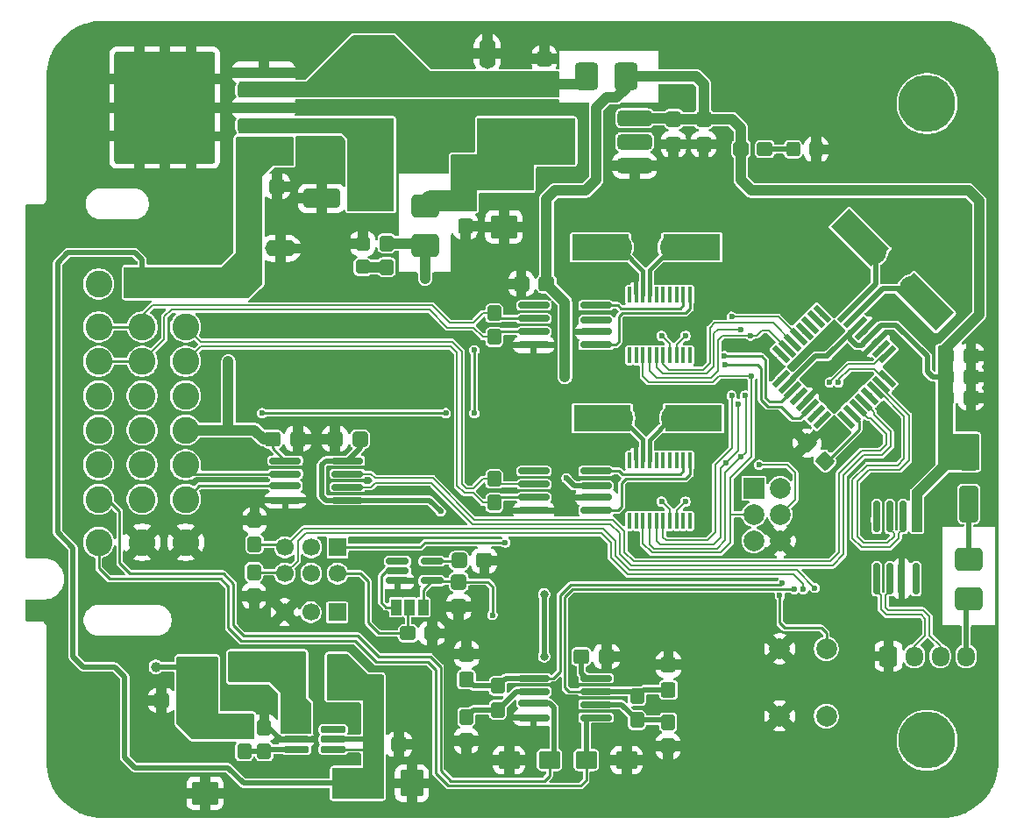
<source format=gbr>
%TF.GenerationSoftware,KiCad,Pcbnew,9.0.2*%
%TF.CreationDate,2025-08-14T17:52:04+08:00*%
%TF.ProjectId,SSRU_v3.1,53535255-5f76-4332-9e31-2e6b69636164,rev?*%
%TF.SameCoordinates,Original*%
%TF.FileFunction,Copper,L1,Top*%
%TF.FilePolarity,Positive*%
%FSLAX46Y46*%
G04 Gerber Fmt 4.6, Leading zero omitted, Abs format (unit mm)*
G04 Created by KiCad (PCBNEW 9.0.2) date 2025-08-14 17:52:04*
%MOMM*%
%LPD*%
G01*
G04 APERTURE LIST*
G04 Aperture macros list*
%AMRoundRect*
0 Rectangle with rounded corners*
0 $1 Rounding radius*
0 $2 $3 $4 $5 $6 $7 $8 $9 X,Y pos of 4 corners*
0 Add a 4 corners polygon primitive as box body*
4,1,4,$2,$3,$4,$5,$6,$7,$8,$9,$2,$3,0*
0 Add four circle primitives for the rounded corners*
1,1,$1+$1,$2,$3*
1,1,$1+$1,$4,$5*
1,1,$1+$1,$6,$7*
1,1,$1+$1,$8,$9*
0 Add four rect primitives between the rounded corners*
20,1,$1+$1,$2,$3,$4,$5,0*
20,1,$1+$1,$4,$5,$6,$7,0*
20,1,$1+$1,$6,$7,$8,$9,0*
20,1,$1+$1,$8,$9,$2,$3,0*%
%AMRotRect*
0 Rectangle, with rotation*
0 The origin of the aperture is its center*
0 $1 length*
0 $2 width*
0 $3 Rotation angle, in degrees counterclockwise*
0 Add horizontal line*
21,1,$1,$2,0,0,$3*%
G04 Aperture macros list end*
%TA.AperFunction,ComponentPad*%
%ADD10R,2.000000X1.600000*%
%TD*%
%TA.AperFunction,ComponentPad*%
%ADD11O,3.000000X1.600000*%
%TD*%
%TA.AperFunction,SMDPad,CuDef*%
%ADD12RoundRect,0.150000X1.350000X0.150000X-1.350000X0.150000X-1.350000X-0.150000X1.350000X-0.150000X0*%
%TD*%
%TA.AperFunction,SMDPad,CuDef*%
%ADD13RoundRect,0.150000X1.337500X0.150000X-1.337500X0.150000X-1.337500X-0.150000X1.337500X-0.150000X0*%
%TD*%
%TA.AperFunction,SMDPad,CuDef*%
%ADD14RoundRect,0.150000X0.150000X-1.350000X0.150000X1.350000X-0.150000X1.350000X-0.150000X-1.350000X0*%
%TD*%
%TA.AperFunction,SMDPad,CuDef*%
%ADD15RoundRect,0.150000X0.150000X-1.337500X0.150000X1.337500X-0.150000X1.337500X-0.150000X-1.337500X0*%
%TD*%
%TA.AperFunction,ComponentPad*%
%ADD16C,2.600000*%
%TD*%
%TA.AperFunction,SMDPad,CuDef*%
%ADD17RoundRect,0.150000X-1.350000X-0.150000X1.350000X-0.150000X1.350000X0.150000X-1.350000X0.150000X0*%
%TD*%
%TA.AperFunction,SMDPad,CuDef*%
%ADD18RoundRect,0.150000X-1.337500X-0.150000X1.337500X-0.150000X1.337500X0.150000X-1.337500X0.150000X0*%
%TD*%
%TA.AperFunction,SMDPad,CuDef*%
%ADD19RoundRect,0.390352X-0.722148X-0.934648X0.722148X-0.934648X0.722148X0.934648X-0.722148X0.934648X0*%
%TD*%
%TA.AperFunction,SMDPad,CuDef*%
%ADD20RoundRect,0.100000X-0.100000X0.687500X-0.100000X-0.687500X0.100000X-0.687500X0.100000X0.687500X0*%
%TD*%
%TA.AperFunction,SMDPad,CuDef*%
%ADD21RoundRect,0.100000X-0.099999X0.687500X-0.099999X-0.687500X0.099999X-0.687500X0.099999X0.687500X0*%
%TD*%
%TA.AperFunction,SMDPad,CuDef*%
%ADD22RoundRect,0.305575X0.412525X-0.460025X0.412525X0.460025X-0.412525X0.460025X-0.412525X-0.460025X0*%
%TD*%
%TA.AperFunction,SMDPad,CuDef*%
%ADD23RoundRect,0.308511X0.416489X-0.457089X0.416489X0.457089X-0.416489X0.457089X-0.416489X-0.457089X0*%
%TD*%
%TA.AperFunction,SMDPad,CuDef*%
%ADD24RoundRect,0.305575X0.460025X0.412525X-0.460025X0.412525X-0.460025X-0.412525X0.460025X-0.412525X0*%
%TD*%
%TA.AperFunction,SMDPad,CuDef*%
%ADD25RoundRect,0.308511X0.457089X0.416489X-0.457089X0.416489X-0.457089X-0.416489X0.457089X-0.416489X0*%
%TD*%
%TA.AperFunction,SMDPad,CuDef*%
%ADD26RoundRect,0.278125X0.389375X-0.474375X0.389375X0.474375X-0.389375X0.474375X-0.389375X-0.474375X0*%
%TD*%
%TA.AperFunction,SMDPad,CuDef*%
%ADD27RoundRect,0.375000X1.300000X0.375000X-1.300000X0.375000X-1.300000X-0.375000X1.300000X-0.375000X0*%
%TD*%
%TA.AperFunction,SMDPad,CuDef*%
%ADD28RoundRect,0.837500X0.837500X1.062500X-0.837500X1.062500X-0.837500X-1.062500X0.837500X-1.062500X0*%
%TD*%
%TA.AperFunction,SMDPad,CuDef*%
%ADD29RoundRect,0.387500X1.287500X0.387500X-1.287500X0.387500X-1.287500X-0.387500X1.287500X-0.387500X0*%
%TD*%
%TA.AperFunction,ComponentPad*%
%ADD30C,5.500000*%
%TD*%
%TA.AperFunction,SMDPad,CuDef*%
%ADD31RoundRect,0.250001X-1.044999X0.872499X-1.044999X-0.872499X1.044999X-0.872499X1.044999X0.872499X0*%
%TD*%
%TA.AperFunction,SMDPad,CuDef*%
%ADD32RoundRect,0.305575X-0.460025X-0.412525X0.460025X-0.412525X0.460025X0.412525X-0.460025X0.412525X0*%
%TD*%
%TA.AperFunction,SMDPad,CuDef*%
%ADD33RoundRect,0.308511X-0.457089X-0.416489X0.457089X-0.416489X0.457089X0.416489X-0.457089X0.416489X0*%
%TD*%
%TA.AperFunction,ComponentPad*%
%ADD34R,2.000000X2.000000*%
%TD*%
%TA.AperFunction,ComponentPad*%
%ADD35C,2.000000*%
%TD*%
%TA.AperFunction,SMDPad,CuDef*%
%ADD36RoundRect,0.293478X-0.406522X0.381522X-0.406522X-0.381522X0.406522X-0.381522X0.406522X0.381522X0*%
%TD*%
%TA.AperFunction,ComponentPad*%
%ADD37RoundRect,0.250000X-0.600000X-0.725000X0.600000X-0.725000X0.600000X0.725000X-0.600000X0.725000X0*%
%TD*%
%TA.AperFunction,ComponentPad*%
%ADD38O,1.700000X1.950000*%
%TD*%
%TA.AperFunction,SMDPad,CuDef*%
%ADD39RoundRect,0.305575X-0.412525X0.460025X-0.412525X-0.460025X0.412525X-0.460025X0.412525X0.460025X0*%
%TD*%
%TA.AperFunction,SMDPad,CuDef*%
%ADD40RoundRect,0.308511X-0.416489X0.457089X-0.416489X-0.457089X0.416489X-0.457089X0.416489X0.457089X0*%
%TD*%
%TA.AperFunction,SMDPad,CuDef*%
%ADD41RoundRect,0.293478X0.381522X0.406522X-0.381522X0.406522X-0.381522X-0.406522X0.381522X-0.406522X0*%
%TD*%
%TA.AperFunction,ComponentPad*%
%ADD42C,2.400000*%
%TD*%
%TA.AperFunction,SMDPad,CuDef*%
%ADD43R,5.500000X2.500000*%
%TD*%
%TA.AperFunction,SMDPad,CuDef*%
%ADD44RoundRect,0.278125X-0.389375X0.474375X-0.389375X-0.474375X0.389375X-0.474375X0.389375X0.474375X0*%
%TD*%
%TA.AperFunction,SMDPad,CuDef*%
%ADD45R,1.000000X1.500000*%
%TD*%
%TA.AperFunction,SMDPad,CuDef*%
%ADD46RotRect,5.500000X2.500000X315.000000*%
%TD*%
%TA.AperFunction,SMDPad,CuDef*%
%ADD47RoundRect,0.390352X0.934648X-0.722148X0.934648X0.722148X-0.934648X0.722148X-0.934648X-0.722148X0*%
%TD*%
%TA.AperFunction,ComponentPad*%
%ADD48R,1.700000X1.700000*%
%TD*%
%TA.AperFunction,ComponentPad*%
%ADD49C,1.700000*%
%TD*%
%TA.AperFunction,SMDPad,CuDef*%
%ADD50RoundRect,0.336539X0.713461X0.538461X-0.713461X0.538461X-0.713461X-0.538461X0.713461X-0.538461X0*%
%TD*%
%TA.AperFunction,SMDPad,CuDef*%
%ADD51RoundRect,0.250000X-0.650000X1.500000X-0.650000X-1.500000X0.650000X-1.500000X0.650000X1.500000X0*%
%TD*%
%TA.AperFunction,SMDPad,CuDef*%
%ADD52RoundRect,0.250000X1.500000X0.650000X-1.500000X0.650000X-1.500000X-0.650000X1.500000X-0.650000X0*%
%TD*%
%TA.AperFunction,SMDPad,CuDef*%
%ADD53RotRect,2.000000X0.550000X225.000000*%
%TD*%
%TA.AperFunction,SMDPad,CuDef*%
%ADD54RotRect,2.000000X0.550000X315.000000*%
%TD*%
%TA.AperFunction,SMDPad,CuDef*%
%ADD55RotRect,2.000000X0.525000X315.000000*%
%TD*%
%TA.AperFunction,SMDPad,CuDef*%
%ADD56RotRect,2.000000X0.575000X315.000000*%
%TD*%
%TA.AperFunction,SMDPad,CuDef*%
%ADD57RotRect,2.000000X0.525000X225.000000*%
%TD*%
%TA.AperFunction,SMDPad,CuDef*%
%ADD58RoundRect,0.278125X0.474375X0.389375X-0.474375X0.389375X-0.474375X-0.389375X0.474375X-0.389375X0*%
%TD*%
%TA.AperFunction,SMDPad,CuDef*%
%ADD59RoundRect,0.278125X-0.474375X-0.389375X0.474375X-0.389375X0.474375X0.389375X-0.474375X0.389375X0*%
%TD*%
%TA.AperFunction,SMDPad,CuDef*%
%ADD60RoundRect,0.336539X-0.713461X-0.538461X0.713461X-0.538461X0.713461X0.538461X-0.713461X0.538461X0*%
%TD*%
%TA.AperFunction,SMDPad,CuDef*%
%ADD61RoundRect,0.249999X0.450001X1.850001X-0.450001X1.850001X-0.450001X-1.850001X0.450001X-1.850001X0*%
%TD*%
%TA.AperFunction,SMDPad,CuDef*%
%ADD62RoundRect,0.250000X2.325000X0.300000X-2.325000X0.300000X-2.325000X-0.300000X2.325000X-0.300000X0*%
%TD*%
%TA.AperFunction,SMDPad,CuDef*%
%ADD63RoundRect,0.250000X2.025000X2.375000X-2.025000X2.375000X-2.025000X-2.375000X2.025000X-2.375000X0*%
%TD*%
%TA.AperFunction,SMDPad,CuDef*%
%ADD64RoundRect,0.257981X4.592019X5.142019X-4.592019X5.142019X-4.592019X-5.142019X4.592019X-5.142019X0*%
%TD*%
%TA.AperFunction,SMDPad,CuDef*%
%ADD65RoundRect,0.266483X2.158517X2.433517X-2.158517X2.433517X-2.158517X-2.433517X2.158517X-2.433517X0*%
%TD*%
%TA.AperFunction,SMDPad,CuDef*%
%ADD66RoundRect,0.266483X2.158517X2.358517X-2.158517X2.358517X-2.158517X-2.358517X2.158517X-2.358517X0*%
%TD*%
%TA.AperFunction,SMDPad,CuDef*%
%ADD67RoundRect,0.250001X-0.872499X-1.044999X0.872499X-1.044999X0.872499X1.044999X-0.872499X1.044999X0*%
%TD*%
%TA.AperFunction,SMDPad,CuDef*%
%ADD68RoundRect,0.162500X-1.052500X-0.162500X1.052500X-0.162500X1.052500X0.162500X-1.052500X0.162500X0*%
%TD*%
%TA.AperFunction,SMDPad,CuDef*%
%ADD69RoundRect,0.305575X0.616986X-0.033588X-0.033588X0.616986X-0.616986X0.033588X0.033588X-0.616986X0*%
%TD*%
%TA.AperFunction,SMDPad,CuDef*%
%ADD70RoundRect,0.308511X0.617713X-0.028709X-0.028709X0.617713X-0.617713X0.028709X0.028709X-0.617713X0*%
%TD*%
%TA.AperFunction,SMDPad,CuDef*%
%ADD71RoundRect,0.162500X-0.927500X-0.162500X0.927500X-0.162500X0.927500X0.162500X-0.927500X0.162500X0*%
%TD*%
%TA.AperFunction,SMDPad,CuDef*%
%ADD72R,3.600000X3.800000*%
%TD*%
%TA.AperFunction,ComponentPad*%
%ADD73R,1.600000X2.000000*%
%TD*%
%TA.AperFunction,ComponentPad*%
%ADD74O,1.600000X3.000000*%
%TD*%
%TA.AperFunction,ViaPad*%
%ADD75C,0.600000*%
%TD*%
%TA.AperFunction,ViaPad*%
%ADD76C,1.000000*%
%TD*%
%TA.AperFunction,ViaPad*%
%ADD77C,0.800000*%
%TD*%
%TA.AperFunction,Conductor*%
%ADD78C,0.200000*%
%TD*%
%TA.AperFunction,Conductor*%
%ADD79C,0.250000*%
%TD*%
%TA.AperFunction,Conductor*%
%ADD80C,1.000000*%
%TD*%
%TA.AperFunction,Conductor*%
%ADD81C,0.500000*%
%TD*%
%TA.AperFunction,Conductor*%
%ADD82C,2.000000*%
%TD*%
%TA.AperFunction,Conductor*%
%ADD83C,0.400000*%
%TD*%
G04 APERTURE END LIST*
D10*
%TO.P,C7,1*%
%TO.N,+12V*%
X124550000Y-84600000D03*
D11*
%TO.P,C7,2*%
%TO.N,GND*%
X127550000Y-84600000D03*
%TD*%
D12*
%TO.P,U10,1,TXD*%
%TO.N,Net-(U1-TXCAN)*%
X158000000Y-93905000D03*
%TO.P,U10,2,GND*%
%TO.N,GND*%
X158000000Y-92635000D03*
D13*
%TO.P,U10,3,VCC*%
%TO.N,+5V*%
X158012500Y-91500000D03*
D12*
%TO.P,U10,4,RXD*%
%TO.N,Net-(U1-RXCAN)*%
X158000000Y-90095000D03*
%TO.P,U10,5,NC*%
%TO.N,unconnected-(U10-NC-Pad5)*%
X152000000Y-90095000D03*
%TO.P,U10,6,CANL*%
%TO.N,CAN1-*%
X152000000Y-91365000D03*
%TO.P,U10,7,CANH*%
%TO.N,CAN1+*%
X152000000Y-92635000D03*
%TO.P,U10,8,S*%
%TO.N,GND*%
X152000000Y-93905000D03*
%TD*%
D14*
%TO.P,U13,1,UD+*%
%TO.N,UD+*%
X185095000Y-116500000D03*
%TO.P,U13,2,UD-*%
%TO.N,UD-*%
X186365000Y-116500000D03*
D15*
%TO.P,U13,3,GND*%
%TO.N,GND*%
X187500000Y-116512500D03*
D14*
%TO.P,U13,4,~{RTS}*%
%TO.N,unconnected-(U13-~{RTS}-Pad4)*%
X188905000Y-116500000D03*
%TO.P,U13,5,VCC*%
%TO.N,+5V*%
X188905000Y-110500000D03*
%TO.P,U13,6,TXD*%
%TO.N,328+*%
X187635000Y-110500000D03*
%TO.P,U13,7,RXD*%
%TO.N,328-*%
X186365000Y-110500000D03*
%TO.P,U13,8,V3*%
%TO.N,Net-(U13-V3)*%
X185095000Y-110500000D03*
%TD*%
D16*
%TO.P,J2,1,Pin_1*%
%TO.N,+12V*%
X118375000Y-88020000D03*
%TO.P,J2,2,Pin_2*%
%TO.N,CAN2-*%
X118375000Y-92170000D03*
%TO.P,J2,3,Pin_3*%
%TO.N,CAN2+*%
X118375000Y-95500000D03*
%TO.P,J2,4,Pin_4*%
%TO.N,POT1_IN*%
X118375000Y-98830000D03*
%TO.P,J2,5,Pin_5*%
%TO.N,+3.3V*%
X118375000Y-102135000D03*
%TO.P,J2,6,Pin_6*%
%TO.N,SCL_3V3*%
X118375000Y-105490000D03*
%TO.P,J2,7,Pin_7*%
%TO.N,SDA_3V3*%
X118375000Y-108820000D03*
%TO.P,J2,8,Pin_8*%
%TO.N,GND*%
X118375000Y-112970000D03*
%TO.P,J2,9,Pin_9*%
%TO.N,+12V*%
X114175000Y-88020000D03*
%TO.P,J2,10,Pin_10*%
%TO.N,CAN1-*%
X114175000Y-92170000D03*
%TO.P,J2,11,Pin_11*%
%TO.N,CAN1+*%
X114175000Y-95500000D03*
%TO.P,J2,12,Pin_12*%
%TO.N,POT2_IN*%
X114175000Y-98830000D03*
%TO.P,J2,13,Pin_13*%
%TO.N,j1*%
X114175000Y-102135000D03*
%TO.P,J2,14,Pin_14*%
%TO.N,j2*%
X114175000Y-105490000D03*
%TO.P,J2,15,Pin_15*%
%TO.N,j3*%
X114175000Y-108820000D03*
%TO.P,J2,16,Pin_16*%
%TO.N,GND*%
X114175000Y-112970000D03*
%TO.P,J2,17,Pin_17*%
%TO.N,+5V*%
X109975000Y-88020000D03*
%TO.P,J2,18,Pin_18*%
%TO.N,CAN1-*%
X109975000Y-92170000D03*
%TO.P,J2,19,Pin_19*%
%TO.N,CAN1+*%
X109975000Y-95500000D03*
%TO.P,J2,20,Pin_20*%
%TO.N,+5V*%
X109975000Y-98830000D03*
%TO.P,J2,21,Pin_21*%
%TO.N,DS18B20*%
X109975000Y-102135000D03*
%TO.P,J2,22,Pin_22*%
%TO.N,+24V*%
X109975000Y-105490000D03*
%TO.P,J2,23,Pin_23*%
%TO.N,BRAKE_TEMP1*%
X109975000Y-108820000D03*
%TO.P,J2,24,Pin_24*%
%TO.N,BRAKE_TEMP2*%
X109975000Y-112970000D03*
%TD*%
D17*
%TO.P,U14,1*%
%TO.N,BRAKE_TEMP_OUT1*%
X152000000Y-126095000D03*
%TO.P,U14,2,-*%
%TO.N,Net-(U14A--)*%
X152000000Y-127365000D03*
D18*
%TO.P,U14,3,+*%
%TO.N,BRAKE_TEMP1*%
X151987500Y-128500000D03*
D17*
%TO.P,U14,4,V-*%
%TO.N,GND*%
X152000000Y-129905000D03*
%TO.P,U14,5,+*%
%TO.N,BRAKE_TEMP2*%
X158000000Y-129905000D03*
%TO.P,U14,6,-*%
%TO.N,Net-(U14B--)*%
X158000000Y-128635000D03*
%TO.P,U14,7*%
%TO.N,BRAKE_TEMP_OUT2*%
X158000000Y-127365000D03*
%TO.P,U14,8,V+*%
%TO.N,+5V*%
X158000000Y-126095000D03*
%TD*%
D19*
%TO.P,F2,1*%
%TO.N,Net-(U4-FB)*%
X157112500Y-68000000D03*
%TO.P,F2,2*%
%TO.N,+5V*%
X160887500Y-68000000D03*
%TD*%
D20*
%TO.P,U1,1,TXCAN*%
%TO.N,Net-(U1-TXCAN)*%
X167077500Y-89087500D03*
%TO.P,U1,2,RXCAN*%
%TO.N,Net-(U1-RXCAN)*%
X166427500Y-89087500D03*
%TO.P,U1,3,CLKOUT/SOF*%
%TO.N,unconnected-(U1-CLKOUT{slash}SOF-Pad3)*%
X165777500Y-89087500D03*
D21*
%TO.P,U1,4,~{TX0RTS}*%
%TO.N,unconnected-(U1-~{TX0RTS}-Pad4)*%
X165127499Y-89087500D03*
D20*
%TO.P,U1,5,~{TX1RTS}*%
%TO.N,unconnected-(U1-~{TX1RTS}-Pad5)*%
X164477500Y-89087500D03*
%TO.P,U1,6,~{TX2RTS}*%
%TO.N,unconnected-(U1-~{TX2RTS}-Pad6)*%
X163827500Y-89087500D03*
%TO.P,U1,7,OSC2*%
%TO.N,Net-(U1-OSC2)*%
X163177500Y-89087500D03*
%TO.P,U1,8,OSC1*%
%TO.N,Net-(U1-OSC1)*%
X162527500Y-89087500D03*
%TO.P,U1,9,VSS*%
%TO.N,GND*%
X161877500Y-89087500D03*
%TO.P,U1,10,~{RX1BF}*%
%TO.N,unconnected-(U1-~{RX1BF}-Pad10)*%
X161227500Y-89087500D03*
%TO.P,U1,11,~{RX0BF}*%
%TO.N,unconnected-(U1-~{RX0BF}-Pad11)*%
X161227500Y-94912500D03*
%TO.P,U1,12,~{INT}*%
%TO.N,unconnected-(U1-~{INT}-Pad12)*%
X161877500Y-94912500D03*
%TO.P,U1,13,SCK*%
%TO.N,SCK*%
X162527500Y-94912500D03*
%TO.P,U1,14,SI*%
%TO.N,MOSI*%
X163177500Y-94912500D03*
%TO.P,U1,15,SO*%
%TO.N,MISO*%
X163827500Y-94912500D03*
%TO.P,U1,16,~{CS}*%
%TO.N,CS_CAN1*%
X164477500Y-94912500D03*
%TO.P,U1,17,~{RESET}*%
%TO.N,Net-(U1-~{RESET})*%
X165127500Y-94912500D03*
D21*
%TO.P,U1,18,VDD*%
%TO.N,+5V*%
X165777499Y-94912500D03*
%TO.P,U1,19*%
%TO.N,N/C*%
X166427499Y-94912500D03*
%TO.P,U1,20*%
X167077499Y-94912500D03*
%TD*%
D22*
%TO.P,C25,1*%
%TO.N,BRAKE_TEMP_OUT1*%
X145493100Y-126215600D03*
D23*
%TO.P,C25,2*%
%TO.N,GND*%
X145500000Y-123784400D03*
%TD*%
D24*
%TO.P,C3,1*%
%TO.N,GND*%
X194215600Y-99006900D03*
D25*
%TO.P,C3,2*%
%TO.N,+5V*%
X191784400Y-99000000D03*
%TD*%
D22*
%TO.P,C9,1*%
%TO.N,GND*%
X168393100Y-74531200D03*
D23*
%TO.P,C9,2*%
%TO.N,+5V*%
X168400000Y-72100000D03*
%TD*%
D26*
%TO.P,R44,1*%
%TO.N,Net-(U9-FB)*%
X125967500Y-133152500D03*
%TO.P,R44,2*%
%TO.N,GND*%
X125967500Y-130847500D03*
%TD*%
D27*
%TO.P,U5,1,GND*%
%TO.N,GND*%
X161725000Y-76600000D03*
D28*
%TO.P,U5,2,VO*%
%TO.N,Net-(C10-Pad2)*%
X154075000Y-74300000D03*
D29*
%TO.P,U5,3,VI*%
%TO.N,+5V*%
X161725000Y-72025000D03*
D27*
%TO.P,U5,4,VO*%
%TO.N,unconnected-(U5-VO-Pad4)*%
X161725000Y-74300000D03*
%TD*%
D30*
%TO.P,H2,1,1*%
%TO.N,GND2*%
X189967641Y-132097800D03*
%TD*%
D31*
%TO.P,C33,1*%
%TO.N,+24V*%
X120250000Y-130792500D03*
%TO.P,C33,2*%
%TO.N,GND*%
X120250000Y-137207500D03*
%TD*%
D26*
%TO.P,R28,1*%
%TO.N,Net-(U14B--)*%
X161967500Y-130152500D03*
%TO.P,R28,2*%
%TO.N,BRAKE_TEMP_OUT2*%
X161967500Y-127847500D03*
%TD*%
D32*
%TO.P,C14,1*%
%TO.N,+3.3V*%
X126784400Y-102993100D03*
D33*
%TO.P,C14,2*%
%TO.N,GND*%
X129215600Y-103000000D03*
%TD*%
D34*
%TO.P,J4,1,MISO*%
%TO.N,MISO*%
X173250000Y-107750000D03*
D35*
%TO.P,J4,2,VCC*%
%TO.N,+5V*%
X175790000Y-107750000D03*
%TO.P,J4,3,SCK*%
%TO.N,SCK*%
X173250000Y-110290000D03*
%TO.P,J4,4,MOSI*%
%TO.N,MOSI*%
X175790000Y-110290000D03*
%TO.P,J4,5,~{RST}*%
%TO.N,RST*%
X173250000Y-112830000D03*
%TO.P,J4,6,GND*%
%TO.N,GND*%
X175790000Y-112830000D03*
%TD*%
D36*
%TO.P,D4,1,K*%
%TO.N,GND*%
X135467500Y-84125000D03*
%TO.P,D4,2,A*%
%TO.N,Net-(D4-A)*%
X135467500Y-86375000D03*
%TD*%
D24*
%TO.P,C40,1*%
%TO.N,+5V*%
X153215600Y-88006900D03*
D25*
%TO.P,C40,2*%
%TO.N,GND*%
X150784400Y-88000000D03*
%TD*%
D22*
%TO.P,C19,1*%
%TO.N,GND*%
X144743100Y-119215600D03*
D23*
%TO.P,C19,2*%
%TO.N,FLOW_OUT*%
X144750000Y-116784400D03*
%TD*%
D37*
%TO.P,J31,1,Pin_1*%
%TO.N,GND*%
X186250000Y-123975000D03*
D38*
%TO.P,J31,2,Pin_2*%
%TO.N,UD+*%
X188750000Y-123975000D03*
%TO.P,J31,3,Pin_3*%
%TO.N,UD-*%
X191250000Y-123975000D03*
%TO.P,J31,4,Pin_4*%
%TO.N,Net-(J31-Pin_4)*%
X193750000Y-123975000D03*
%TD*%
D35*
%TO.P,SW1,1,1*%
%TO.N,GND*%
X175750000Y-129750000D03*
X175750000Y-123250000D03*
%TO.P,SW1,2,2*%
%TO.N,RST*%
X180250000Y-129750000D03*
X180250000Y-123250000D03*
%TD*%
D24*
%TO.P,C30,1*%
%TO.N,GND*%
X147215600Y-114741900D03*
D25*
%TO.P,C30,2*%
%TO.N,+5V*%
X144784400Y-114735000D03*
%TD*%
D22*
%TO.P,C22,1*%
%TO.N,BRAKE_TEMP_OUT2*%
X164993100Y-127215600D03*
D23*
%TO.P,C22,2*%
%TO.N,GND*%
X165000000Y-124784400D03*
%TD*%
D39*
%TO.P,C12,1*%
%TO.N,GND*%
X153006900Y-66284400D03*
D40*
%TO.P,C12,2*%
%TO.N,Net-(U4-FB)*%
X153000000Y-68715600D03*
%TD*%
D41*
%TO.P,D3,1,K*%
%TO.N,GND*%
X179277500Y-75032500D03*
%TO.P,D3,2,A*%
%TO.N,Net-(D3-A)*%
X177027500Y-75032500D03*
%TD*%
D26*
%TO.P,R7,1*%
%TO.N,GND*%
X124967500Y-118152500D03*
%TO.P,R7,2*%
%TO.N,ENCODER-*%
X124967500Y-115847500D03*
%TD*%
D24*
%TO.P,C6,1*%
%TO.N,GND*%
X127215600Y-78606900D03*
D25*
%TO.P,C6,2*%
%TO.N,+12V*%
X124784400Y-78600000D03*
%TD*%
D42*
%TO.P,Y3,1,1*%
%TO.N,Net-(U7-OSC2)*%
X165493282Y-101000000D03*
D43*
X167406719Y-100991762D03*
%TO.P,Y3,2,2*%
%TO.N,Net-(U7-OSC1)*%
X158593282Y-101000000D03*
D42*
X160413282Y-101000000D03*
%TD*%
%TO.P,Y4,1,1*%
%TO.N,Net-(U1-OSC2)*%
X165343282Y-84500000D03*
D43*
X167256719Y-84491762D03*
%TO.P,Y4,2,2*%
%TO.N,Net-(U1-OSC1)*%
X158443282Y-84500000D03*
D42*
X160263282Y-84500000D03*
%TD*%
D32*
%TO.P,C21,1*%
%TO.N,+5V*%
X156584400Y-123993100D03*
D33*
%TO.P,C21,2*%
%TO.N,GND*%
X159015600Y-124000000D03*
%TD*%
D44*
%TO.P,R39,1*%
%TO.N,+3.3V*%
X137782500Y-84097500D03*
%TO.P,R39,2*%
%TO.N,Net-(D4-A)*%
X137782500Y-86402500D03*
%TD*%
D45*
%TO.P,J5,1,Pin_1*%
%TO.N,FLOW_OUT*%
X141300000Y-119235000D03*
%TO.P,J5,2,Pin_2*%
%TO.N,FLOW_IN*%
X140000000Y-119235000D03*
%TO.P,J5,3,Pin_3*%
%TO.N,Net-(J5-Pin_3)*%
X138700000Y-119235000D03*
%TD*%
D42*
%TO.P,Y1,1,1*%
%TO.N,XTAL2*%
X184867589Y-84890266D03*
D46*
X183508760Y-83543087D03*
%TO.P,Y1,2,2*%
%TO.N,XTAL1*%
X189746626Y-89769303D03*
D42*
X188459691Y-88482368D03*
%TD*%
D47*
%TO.P,F1,1*%
%TO.N,+3.3V*%
X141500000Y-84275000D03*
%TO.P,F1,2*%
%TO.N,Net-(C10-Pad2)*%
X141500000Y-80500000D03*
%TD*%
D22*
%TO.P,C10,1*%
%TO.N,GND*%
X145393100Y-82431200D03*
D23*
%TO.P,C10,2*%
%TO.N,Net-(C10-Pad2)*%
X145400000Y-80000000D03*
%TD*%
D12*
%TO.P,U12,1,TXD*%
%TO.N,Net-(U12-TXD)*%
X158000000Y-109905000D03*
%TO.P,U12,2,GND*%
%TO.N,GND*%
X158000000Y-108635000D03*
D13*
%TO.P,U12,3,VCC*%
%TO.N,+5V*%
X158012500Y-107500000D03*
D12*
%TO.P,U12,4,RXD*%
%TO.N,Net-(U12-RXD)*%
X158000000Y-106095000D03*
%TO.P,U12,5,NC*%
%TO.N,unconnected-(U12-NC-Pad5)*%
X152000000Y-106095000D03*
%TO.P,U12,6,CANL*%
%TO.N,CAN2-*%
X152000000Y-107365000D03*
%TO.P,U12,7,CANH*%
%TO.N,CAN2+*%
X152000000Y-108635000D03*
%TO.P,U12,8,S*%
%TO.N,GND*%
X152000000Y-109905000D03*
%TD*%
D44*
%TO.P,R23,1*%
%TO.N,+24V*%
X124032500Y-130847500D03*
%TO.P,R23,2*%
%TO.N,Net-(U9-FB)*%
X124032500Y-133152500D03*
%TD*%
D48*
%TO.P,J1,1,Pin_1*%
%TO.N,PUMP_PWM*%
X133000000Y-119735000D03*
D49*
%TO.P,J1,2,Pin_2*%
%TO.N,j3*%
X130460000Y-119735000D03*
%TO.P,J1,3,Pin_3*%
%TO.N,GND*%
X127920000Y-119735000D03*
%TD*%
D24*
%TO.P,C2,1*%
%TO.N,GND*%
X194215600Y-95006900D03*
D25*
%TO.P,C2,2*%
%TO.N,+5V*%
X191784400Y-95000000D03*
%TD*%
D50*
%TO.P,R24,1*%
%TO.N,GND*%
X160950000Y-134000000D03*
%TO.P,R24,2*%
%TO.N,BRAKE_TEMP2*%
X157050000Y-134000000D03*
%TD*%
D51*
%TO.P,D6,1,K*%
%TO.N,+5V*%
X194000000Y-104250000D03*
%TO.P,D6,2,A*%
%TO.N,Net-(D6-A)*%
X194000000Y-109250000D03*
%TD*%
D52*
%TO.P,D5,1,K*%
%TO.N,Net-(D5-K)*%
X124500000Y-125000000D03*
%TO.P,D5,2,A*%
%TO.N,+24V*%
X119500000Y-125000000D03*
%TD*%
D22*
%TO.P,C8,1*%
%TO.N,GND*%
X165493100Y-74531200D03*
D23*
%TO.P,C8,2*%
%TO.N,+5V*%
X165500000Y-72100000D03*
%TD*%
D53*
%TO.P,U2,1,PD3*%
%TO.N,ENCODER-*%
X186126524Y-94833274D03*
%TO.P,U2,2,PD4*%
%TO.N,FLOW_OUT*%
X185560839Y-94267588D03*
%TO.P,U2,3,GND*%
%TO.N,GND*%
X184995153Y-93701903D03*
%TO.P,U2,4,VCC*%
%TO.N,+5V*%
X184429468Y-93136218D03*
%TO.P,U2,5,GND*%
%TO.N,GND*%
X183863782Y-92570532D03*
%TO.P,U2,6,VCC*%
%TO.N,+5V*%
X183298097Y-92004847D03*
%TO.P,U2,7,XTAL1/PB6*%
%TO.N,XTAL1*%
X182732412Y-91439161D03*
%TO.P,U2,8,XTAL2/PB7*%
%TO.N,XTAL2*%
X182166726Y-90873476D03*
D54*
%TO.P,U2,9,PD5*%
%TO.N,PUMP_PWM*%
X179833274Y-90873476D03*
D55*
%TO.P,U2,10,PD6*%
%TO.N,unconnected-(U2-PD6-Pad10)*%
X179276427Y-91430322D03*
D56*
%TO.P,U2,11,PD7*%
%TO.N,unconnected-(U2-PD7-Pad11)*%
X178693064Y-92013686D03*
D54*
%TO.P,U2,12,PB0*%
%TO.N,DS18B20*%
X178136218Y-92570532D03*
%TO.P,U2,13,PB1*%
%TO.N,CS_CAN2*%
X177570532Y-93136218D03*
%TO.P,U2,14,PB2*%
%TO.N,CS_CAN1*%
X177004847Y-93701903D03*
%TO.P,U2,15,PB3*%
%TO.N,MOSI*%
X176439161Y-94267588D03*
%TO.P,U2,16,PB4*%
%TO.N,MISO*%
X175873476Y-94833274D03*
D53*
%TO.P,U2,17,PB5*%
%TO.N,SCK*%
X175873476Y-97166726D03*
%TO.P,U2,18,AVCC*%
%TO.N,+5V*%
X176439161Y-97732412D03*
%TO.P,U2,19,ADC6*%
%TO.N,POT2_OUT*%
X177004847Y-98298097D03*
D57*
%TO.P,U2,20,AREF*%
%TO.N,Net-(JP1-B)*%
X177579371Y-98872621D03*
D53*
%TO.P,U2,21,GND*%
%TO.N,GND*%
X178136218Y-99429468D03*
%TO.P,U2,22,ADC7*%
%TO.N,POT1_OUT*%
X178701903Y-99995153D03*
%TO.P,U2,23,PC0*%
%TO.N,BRAKE_TEMP_OUT1*%
X179267588Y-100560839D03*
%TO.P,U2,24,PC1*%
%TO.N,BRAKE_TEMP_OUT2*%
X179833274Y-101126524D03*
D54*
%TO.P,U2,25,PC2*%
%TO.N,unconnected-(U2-PC2-Pad25)*%
X182166726Y-101126524D03*
%TO.P,U2,26,PC3*%
%TO.N,PUMP_NTC_50k*%
X182732412Y-100560839D03*
%TO.P,U2,27,PC4*%
%TO.N,I2C+*%
X183298097Y-99995153D03*
%TO.P,U2,28,PC5*%
%TO.N,I2C-*%
X183863782Y-99429468D03*
%TO.P,U2,29,~{RESET}/PC6*%
%TO.N,RST*%
X184429468Y-98863782D03*
%TO.P,U2,30,PD0*%
%TO.N,328+*%
X184995153Y-98298097D03*
%TO.P,U2,31,PD1*%
%TO.N,328-*%
X185560839Y-97732412D03*
%TO.P,U2,32,PD2*%
%TO.N,ENCODER+*%
X186126524Y-97166726D03*
%TD*%
D58*
%TO.P,R3,1*%
%TO.N,GND*%
X142152500Y-121767500D03*
%TO.P,R3,2*%
%TO.N,FLOW_IN*%
X139847500Y-121767500D03*
%TD*%
D59*
%TO.P,R38,1*%
%TO.N,+5V*%
X172000000Y-75000000D03*
%TO.P,R38,2*%
%TO.N,Net-(D3-A)*%
X174305000Y-75000000D03*
%TD*%
D44*
%TO.P,R17,1*%
%TO.N,CAN1-*%
X148185000Y-90847500D03*
%TO.P,R17,2*%
%TO.N,CAN1+*%
X148185000Y-93152500D03*
%TD*%
D30*
%TO.P,H1,1,1*%
%TO.N,GND1*%
X189967641Y-70597800D03*
%TD*%
D60*
%TO.P,R25,1*%
%TO.N,GND*%
X149604317Y-134000000D03*
%TO.P,R25,2*%
%TO.N,BRAKE_TEMP1*%
X153504317Y-134000000D03*
%TD*%
D44*
%TO.P,R8,1*%
%TO.N,GND*%
X125032500Y-110847500D03*
%TO.P,R8,2*%
%TO.N,ENCODER+*%
X125032500Y-113152500D03*
%TD*%
D61*
%TO.P,L2,1,1*%
%TO.N,+12V*%
X132850000Y-126000000D03*
%TO.P,L2,2,2*%
%TO.N,Net-(D5-K)*%
X129150000Y-126000000D03*
%TD*%
D62*
%TO.P,U4,1,VIN*%
%TO.N,+12V*%
X125925000Y-74400000D03*
%TO.P,U4,2,OUT*%
%TO.N,Net-(D2-K)*%
X125925000Y-72700000D03*
%TO.P,U4,3,GND*%
%TO.N,GND*%
X125925000Y-71000000D03*
D63*
X118925000Y-73775000D03*
X118925000Y-68225000D03*
D64*
X116350000Y-71000000D03*
D65*
X113925000Y-73700000D03*
D66*
X113925000Y-68225000D03*
D62*
%TO.P,U4,4,FB*%
%TO.N,Net-(U4-FB)*%
X125925000Y-69300000D03*
%TO.P,U4,5,~{ON}/OFF*%
%TO.N,GND*%
X125925000Y-67600000D03*
%TD*%
D47*
%TO.P,F3,1*%
%TO.N,Net-(J31-Pin_4)*%
X194000000Y-118387500D03*
%TO.P,F3,2*%
%TO.N,Net-(D6-A)*%
X194000000Y-114612500D03*
%TD*%
D67*
%TO.P,C32,1*%
%TO.N,+12V*%
X133792500Y-136250000D03*
%TO.P,C32,2*%
%TO.N,GND*%
X140207500Y-136250000D03*
%TD*%
D68*
%TO.P,U9,1,SW*%
%TO.N,Net-(D5-K)*%
X129065000Y-131050000D03*
%TO.P,U9,2,GND*%
%TO.N,GND*%
X129065000Y-132000000D03*
%TO.P,U9,3,FB*%
%TO.N,Net-(U9-FB)*%
X129065000Y-132950000D03*
%TO.P,U9,4,EN*%
%TO.N,+12V*%
X132635000Y-132950000D03*
%TO.P,U9,5,IN*%
X132635000Y-132000000D03*
%TO.P,U9,6,NC*%
%TO.N,unconnected-(U9-NC-Pad6)*%
X132635000Y-131050000D03*
%TD*%
D32*
%TO.P,C35,1*%
%TO.N,GND*%
X116034400Y-128243100D03*
D33*
%TO.P,C35,2*%
%TO.N,+24V*%
X118465600Y-128250000D03*
%TD*%
D20*
%TO.P,U7,1,TXCAN*%
%TO.N,Net-(U12-TXD)*%
X167077500Y-105087500D03*
%TO.P,U7,2,RXCAN*%
%TO.N,Net-(U12-RXD)*%
X166427500Y-105087500D03*
%TO.P,U7,3,CLKOUT/SOF*%
%TO.N,unconnected-(U7-CLKOUT{slash}SOF-Pad3)*%
X165777500Y-105087500D03*
D21*
%TO.P,U7,4,~{TX0RTS}*%
%TO.N,unconnected-(U7-~{TX0RTS}-Pad4)*%
X165127499Y-105087500D03*
D20*
%TO.P,U7,5,~{TX1RTS}*%
%TO.N,unconnected-(U7-~{TX1RTS}-Pad5)*%
X164477500Y-105087500D03*
%TO.P,U7,6,~{TX2RTS}*%
%TO.N,unconnected-(U7-~{TX2RTS}-Pad6)*%
X163827500Y-105087500D03*
%TO.P,U7,7,OSC2*%
%TO.N,Net-(U7-OSC2)*%
X163177500Y-105087500D03*
%TO.P,U7,8,OSC1*%
%TO.N,Net-(U7-OSC1)*%
X162527500Y-105087500D03*
%TO.P,U7,9,VSS*%
%TO.N,GND*%
X161877500Y-105087500D03*
%TO.P,U7,10,~{RX1BF}*%
%TO.N,unconnected-(U7-~{RX1BF}-Pad10)*%
X161227500Y-105087500D03*
%TO.P,U7,11,~{RX0BF}*%
%TO.N,unconnected-(U7-~{RX0BF}-Pad11)*%
X161227500Y-110912500D03*
%TO.P,U7,12,~{INT}*%
%TO.N,unconnected-(U7-~{INT}-Pad12)*%
X161877500Y-110912500D03*
%TO.P,U7,13,SCK*%
%TO.N,SCK*%
X162527500Y-110912500D03*
%TO.P,U7,14,SI*%
%TO.N,MOSI*%
X163177500Y-110912500D03*
%TO.P,U7,15,SO*%
%TO.N,MISO*%
X163827500Y-110912500D03*
%TO.P,U7,16,~{CS}*%
%TO.N,CS_CAN2*%
X164477500Y-110912500D03*
%TO.P,U7,17,~{RESET}*%
%TO.N,Net-(U7-~{RESET})*%
X165127500Y-110912500D03*
D21*
%TO.P,U7,18,VDD*%
%TO.N,+5V*%
X165777499Y-110912500D03*
%TO.P,U7,19*%
%TO.N,N/C*%
X166427499Y-110912500D03*
%TO.P,U7,20*%
X167077499Y-110912500D03*
%TD*%
D26*
%TO.P,R29,1*%
%TO.N,GND*%
X164967500Y-132652500D03*
%TO.P,R29,2*%
%TO.N,Net-(U14B--)*%
X164967500Y-130347500D03*
%TD*%
%TO.P,R33,1*%
%TO.N,Net-(U14A--)*%
X148521817Y-129152500D03*
%TO.P,R33,2*%
%TO.N,BRAKE_TEMP_OUT1*%
X148521817Y-126847500D03*
%TD*%
D24*
%TO.P,C34,1*%
%TO.N,GND*%
X138965600Y-132506900D03*
D25*
%TO.P,C34,2*%
%TO.N,+12V*%
X136534400Y-132500000D03*
%TD*%
D69*
%TO.P,C28,1*%
%TO.N,PUMP_NTC_50k*%
X180104680Y-105114438D03*
D70*
%TO.P,C28,2*%
%TO.N,GND*%
X178390441Y-103390441D03*
%TD*%
D71*
%TO.P,U8,1,NC*%
%TO.N,unconnected-(U8-NC-Pad1)*%
X138840000Y-114785000D03*
%TO.P,U8,2*%
%TO.N,Net-(J5-Pin_3)*%
X138840000Y-115735000D03*
%TO.P,U8,3,GND*%
%TO.N,GND*%
X138840000Y-116685000D03*
%TO.P,U8,4*%
%TO.N,FLOW_OUT*%
X142160000Y-116685000D03*
%TO.P,U8,5,VCC*%
%TO.N,+5V*%
X142160000Y-114785000D03*
%TD*%
D44*
%TO.P,R22,1*%
%TO.N,CAN2-*%
X148185000Y-106847500D03*
%TO.P,R22,2*%
%TO.N,CAN2+*%
X148185000Y-109152500D03*
%TD*%
D52*
%TO.P,D2,1,K*%
%TO.N,Net-(D2-K)*%
X136500000Y-79750000D03*
%TO.P,D2,2,A*%
%TO.N,GND*%
X131500000Y-79750000D03*
%TD*%
D48*
%TO.P,J3,1,Pin_1*%
%TO.N,PUMP_NTC_50k*%
X133040000Y-113460000D03*
D49*
%TO.P,J3,2,Pin_2*%
%TO.N,FLOW_IN*%
X133040000Y-116000000D03*
%TO.P,J3,3,Pin_3*%
%TO.N,j1*%
X130500000Y-113460000D03*
%TO.P,J3,4,Pin_4*%
%TO.N,j2*%
X130500000Y-116000000D03*
%TO.P,J3,5,Pin_5*%
%TO.N,ENCODER+*%
X127960000Y-113460000D03*
%TO.P,J3,6,Pin_6*%
%TO.N,ENCODER-*%
X127960000Y-116000000D03*
%TD*%
D31*
%TO.P,C20,1*%
%TO.N,Net-(C10-Pad2)*%
X149100000Y-76092500D03*
%TO.P,C20,2*%
%TO.N,GND*%
X149100000Y-82507500D03*
%TD*%
D24*
%TO.P,C1,1*%
%TO.N,GND*%
X194215600Y-97006900D03*
D25*
%TO.P,C1,2*%
%TO.N,+5V*%
X191784400Y-97000000D03*
%TD*%
D32*
%TO.P,C13,1*%
%TO.N,GND*%
X132784400Y-102993100D03*
D33*
%TO.P,C13,2*%
%TO.N,+5V*%
X135215600Y-103000000D03*
%TD*%
D72*
%TO.P,L1,1,1*%
%TO.N,Net-(D2-K)*%
X136500000Y-75700000D03*
%TO.P,L1,2,2*%
%TO.N,Net-(U4-FB)*%
X136500000Y-66300000D03*
%TD*%
D26*
%TO.P,R32,1*%
%TO.N,GND*%
X145467500Y-132152500D03*
%TO.P,R32,2*%
%TO.N,Net-(U14A--)*%
X145467500Y-129847500D03*
%TD*%
D73*
%TO.P,C11,1*%
%TO.N,Net-(U4-FB)*%
X147500000Y-68750000D03*
D74*
%TO.P,C11,2*%
%TO.N,GND*%
X147500000Y-65750000D03*
%TD*%
D17*
%TO.P,U11,1,VCCA*%
%TO.N,+3.3V*%
X128000000Y-105095000D03*
%TO.P,U11,2,SCLA*%
%TO.N,SCL_3V3*%
X128000000Y-106365000D03*
D18*
%TO.P,U11,3,SDAA*%
%TO.N,SDA_3V3*%
X127987500Y-107500000D03*
D17*
%TO.P,U11,4,GND*%
%TO.N,GND*%
X128000000Y-108905000D03*
%TO.P,U11,5,EN*%
%TO.N,+5V*%
X134000000Y-108905000D03*
%TO.P,U11,6,SDAB*%
%TO.N,I2C-*%
X134000000Y-107635000D03*
%TO.P,U11,7,SCLB*%
%TO.N,I2C+*%
X134000000Y-106365000D03*
%TO.P,U11,8,VCCB*%
%TO.N,+5V*%
X134000000Y-105095000D03*
%TD*%
D75*
%TO.N,GND*%
X162000000Y-108500000D03*
X155152500Y-109215600D03*
X158000000Y-108635000D03*
X137250000Y-112750000D03*
%TO.N,Net-(JP1-B)*%
X177573044Y-98866294D03*
D76*
%TO.N,+3.3V*%
X141500000Y-87500000D03*
X122500000Y-95500000D03*
D77*
%TO.N,+5V*%
X144784400Y-114735000D03*
D75*
X189000000Y-110784400D03*
D77*
X156584400Y-124000000D03*
D75*
X157000000Y-91500000D03*
X166652500Y-109032500D03*
D77*
X153000000Y-124000000D03*
D75*
X143000000Y-110000000D03*
X159000000Y-91500000D03*
D76*
X155000000Y-97000000D03*
D75*
X180302944Y-95000000D03*
X158000000Y-91500000D03*
D76*
X135215600Y-103000000D03*
D75*
X155145600Y-106784400D03*
X166652500Y-93032500D03*
D77*
X153215600Y-88006900D03*
X153000000Y-118000000D03*
D75*
%TO.N,PUMP_NTC_50k*%
X180104680Y-105114438D03*
X149250000Y-113000000D03*
%TO.N,DS18B20*%
X146250000Y-100500000D03*
X146250000Y-94424000D03*
X143500000Y-100500000D03*
X178136218Y-92570532D03*
X125750000Y-100500000D03*
%TO.N,RST*%
X175750000Y-118125000D03*
X184425520Y-98824480D03*
D77*
%TO.N,GND*%
X117000000Y-75000000D03*
X119000000Y-75000000D03*
D75*
X126250000Y-116500000D03*
D77*
X112000000Y-74000000D03*
D75*
X135467500Y-84125000D03*
X131500000Y-129500000D03*
X149604317Y-134000000D03*
X164967500Y-132652500D03*
X125500000Y-128500000D03*
D77*
X116000000Y-76000000D03*
X115000000Y-66000000D03*
X120000000Y-75000000D03*
X112000000Y-68000000D03*
D75*
X177000000Y-102000000D03*
D77*
X113000000Y-66000000D03*
X114000000Y-67000000D03*
D75*
X182500000Y-88000000D03*
X128000000Y-108905000D03*
D77*
X168393100Y-74531200D03*
X116000000Y-66000000D03*
X118000000Y-75000000D03*
X117000000Y-67000000D03*
D75*
X125032500Y-110847500D03*
D77*
X112000000Y-70000000D03*
X113000000Y-69000000D03*
D75*
X142152500Y-121767500D03*
X185500000Y-91000000D03*
D77*
X113000000Y-70000000D03*
D75*
X188500000Y-92000000D03*
X177000000Y-104750000D03*
D77*
X120000000Y-67000000D03*
X116000000Y-75000000D03*
D75*
X182784400Y-132006900D03*
X170000000Y-91000000D03*
X182000000Y-95000000D03*
D77*
X119000000Y-66000000D03*
D75*
X126500000Y-91250000D03*
D77*
X112000000Y-66000000D03*
X112000000Y-71000000D03*
D75*
X129000000Y-135000000D03*
X152000000Y-93905000D03*
X156534400Y-82056900D03*
D77*
X117000000Y-76000000D03*
X113000000Y-73000000D03*
D75*
X169215600Y-98742048D03*
D77*
X115000000Y-75000000D03*
D75*
X169115600Y-82043100D03*
X124500000Y-135000000D03*
X111000000Y-115250000D03*
X123250000Y-115750000D03*
D77*
X120000000Y-66000000D03*
D75*
X187000000Y-86500000D03*
X131250000Y-92000000D03*
D77*
X112000000Y-67000000D03*
D75*
X145393100Y-82431200D03*
X173600000Y-94200000D03*
X153006900Y-66284400D03*
X145467500Y-132152500D03*
X179500000Y-102500000D03*
D77*
X113000000Y-68000000D03*
D75*
X193750000Y-90500000D03*
X176784400Y-127406900D03*
X136750000Y-101250000D03*
X138965600Y-132506900D03*
X130156900Y-99215600D03*
X192864438Y-88854680D03*
X152885000Y-115305000D03*
X187500000Y-95250000D03*
X127215600Y-78606900D03*
D77*
X113000000Y-67000000D03*
D75*
X160950000Y-134000000D03*
D77*
X114000000Y-76000000D03*
D75*
X125925000Y-71000000D03*
X185250000Y-103000000D03*
X125925000Y-67600000D03*
X152000000Y-109905000D03*
X125967500Y-130847500D03*
X120250000Y-137207500D03*
D77*
X113000000Y-76000000D03*
D75*
X187500000Y-91000000D03*
X187500000Y-96750000D03*
X131500000Y-79750000D03*
X184276003Y-80285761D03*
D77*
X112000000Y-75000000D03*
D75*
X194215600Y-97006900D03*
X123500000Y-128500000D03*
X181000000Y-89750000D03*
X181000000Y-103500000D03*
D77*
X119000000Y-67000000D03*
X113000000Y-75000000D03*
D75*
X126500000Y-127500000D03*
X194215600Y-99006900D03*
D77*
X119000000Y-76000000D03*
D75*
X180250000Y-120250000D03*
X149100000Y-82507500D03*
X122500000Y-127500000D03*
X140207500Y-136250000D03*
X122500000Y-128500000D03*
X120500000Y-98000000D03*
D77*
X112000000Y-69000000D03*
D75*
X187500000Y-116512500D03*
X189500000Y-93000000D03*
X180500000Y-93000000D03*
X129215600Y-103000000D03*
X130500000Y-135000000D03*
D77*
X112000000Y-76000000D03*
X115000000Y-67000000D03*
D75*
X194215600Y-95006900D03*
X161725000Y-76600000D03*
X126250000Y-114000000D03*
X123500000Y-127500000D03*
X145500000Y-123784400D03*
X116034400Y-128243100D03*
X165000000Y-124784400D03*
X126000000Y-135000000D03*
D77*
X117000000Y-66000000D03*
D75*
X150750000Y-115305000D03*
D77*
X113000000Y-74000000D03*
X115000000Y-76000000D03*
D75*
X126500000Y-128500000D03*
X128182500Y-99152500D03*
X156784400Y-98755848D03*
X124967500Y-118152500D03*
X193000000Y-91250000D03*
D77*
X113000000Y-71000000D03*
D75*
X133000000Y-129500000D03*
D77*
X118000000Y-66000000D03*
D75*
X124500000Y-127500000D03*
X175250000Y-96000000D03*
D77*
X112000000Y-72000000D03*
D75*
X182847500Y-134032500D03*
X127500000Y-135000000D03*
X193500000Y-87500000D03*
X144750000Y-121000000D03*
X190750000Y-93500000D03*
X152000000Y-129905000D03*
D77*
X165493100Y-74531200D03*
X114000000Y-66000000D03*
D75*
X138840000Y-116685000D03*
X125500000Y-127500000D03*
X124000000Y-98000000D03*
X134500000Y-129500000D03*
D77*
X113000000Y-72000000D03*
D75*
X161750000Y-113500000D03*
X189006900Y-113215600D03*
X186500000Y-91000000D03*
X191500000Y-92750000D03*
X182750000Y-114000000D03*
X124500000Y-128500000D03*
D77*
X116000000Y-67000000D03*
X114000000Y-75000000D03*
D75*
X192250000Y-92000000D03*
X179277500Y-75032500D03*
D77*
X112000000Y-73000000D03*
X120000000Y-76000000D03*
D75*
X136055000Y-92000000D03*
X147215600Y-114741900D03*
D77*
X118000000Y-76000000D03*
X118000000Y-67000000D03*
D75*
X116250000Y-99750000D03*
%TO.N,BRAKE_TEMP_OUT1*%
X179267588Y-100560839D03*
X176000000Y-116875000D03*
%TO.N,BRAKE_TEMP_OUT2*%
X177137810Y-117500000D03*
X179833274Y-101126524D03*
%TO.N,POT1_OUT*%
X170500000Y-95800000D03*
%TO.N,SCK*%
X175770101Y-97270101D03*
X173000000Y-96900000D03*
%TO.N,MISO*%
X170549265Y-105299264D03*
X171700000Y-99600000D03*
X175873476Y-94833274D03*
X172000000Y-92400000D03*
D76*
%TO.N,+24V*%
X115500000Y-125000000D03*
D75*
%TO.N,MOSI*%
X172924971Y-93000000D03*
X172400000Y-98800000D03*
X172000000Y-104750000D03*
X173750000Y-105500000D03*
%TO.N,CS_CAN2*%
X171100000Y-98800000D03*
X171100000Y-91200000D03*
%TO.N,PUMP_PWM*%
X179833274Y-90873476D03*
%TO.N,Net-(U1-~{RESET})*%
X164347500Y-93032500D03*
%TO.N,Net-(U7-~{RESET})*%
X164347500Y-109032500D03*
%TO.N,FLOW_OUT*%
X185521536Y-94271536D03*
X148000000Y-120000000D03*
%TO.N,Net-(U13-V3)*%
X185000000Y-110784400D03*
%TO.N,ENCODER-*%
X178010847Y-117510847D03*
X180575000Y-97518228D03*
%TO.N,ENCODER+*%
X179125000Y-117375000D03*
X181425000Y-97518228D03*
%TO.N,POT2_OUT*%
X170402000Y-95000000D03*
%TD*%
D78*
%TO.N,I2C+*%
X184254348Y-100951404D02*
X183298097Y-99995153D01*
X186025000Y-102474568D02*
X184501836Y-100951404D01*
X186025000Y-103524812D02*
X186025000Y-102474568D01*
X185424812Y-104125000D02*
X186025000Y-103524812D01*
X183637562Y-104125000D02*
X185424812Y-104125000D01*
X181474000Y-113957802D02*
X181474000Y-106288562D01*
X184501836Y-100951404D02*
X184254348Y-100951404D01*
X180614114Y-114817688D02*
X181474000Y-113957802D01*
X161635886Y-114817688D02*
X180614114Y-114817688D01*
X160725000Y-113906802D02*
X161635886Y-114817688D01*
X159593198Y-110775000D02*
X160725000Y-111906802D01*
X136660001Y-106775000D02*
X142275000Y-106775000D01*
X160725000Y-111906802D02*
X160725000Y-113906802D01*
X136250001Y-106365000D02*
X136660001Y-106775000D01*
X142275000Y-106775000D02*
X146275000Y-110775000D01*
X146275000Y-110775000D02*
X159593198Y-110775000D01*
X181474000Y-106288562D02*
X183637562Y-104125000D01*
X134000000Y-106365000D02*
X136250001Y-106365000D01*
%TO.N,CS_CAN2*%
X164477500Y-112477500D02*
X164477500Y-110912500D01*
X169500000Y-112015687D02*
X168750000Y-112765687D01*
X169500000Y-105500000D02*
X169500000Y-112015687D01*
X171100000Y-103900000D02*
X169500000Y-105500000D01*
X168750000Y-112765687D02*
X164765687Y-112765687D01*
X164765687Y-112765687D02*
X164477500Y-112477500D01*
X171100000Y-98800000D02*
X171100000Y-103900000D01*
D79*
%TO.N,BRAKE_TEMP_OUT1*%
X153905000Y-126095000D02*
X152000000Y-126095000D01*
X154549000Y-125451000D02*
X153905000Y-126095000D01*
X154549000Y-118063190D02*
X154549000Y-125451000D01*
X155563190Y-117049000D02*
X154549000Y-118063190D01*
X175826000Y-117049000D02*
X155563190Y-117049000D01*
X176000000Y-116875000D02*
X175826000Y-117049000D01*
%TO.N,PUMP_NTC_50k*%
X141040000Y-113460000D02*
X133040000Y-113460000D01*
X141500000Y-113000000D02*
X141040000Y-113460000D01*
X149250000Y-113000000D02*
X141500000Y-113000000D01*
%TO.N,Net-(JP1-B)*%
X177579371Y-98872621D02*
X177573044Y-98866294D01*
D80*
%TO.N,+3.3V*%
X141322500Y-84097500D02*
X141500000Y-84275000D01*
D79*
X126784400Y-103879400D02*
X126784400Y-102993100D01*
D80*
X125888750Y-102993100D02*
X125030650Y-102135000D01*
X126784400Y-102993100D02*
X125888750Y-102993100D01*
X118375000Y-102135000D02*
X122500000Y-102135000D01*
D79*
X128000000Y-105095000D02*
X126784400Y-103879400D01*
D80*
X122500000Y-95500000D02*
X122500000Y-102135000D01*
X141500000Y-84275000D02*
X141500000Y-87500000D01*
X137782500Y-84097500D02*
X141322500Y-84097500D01*
X122500000Y-102135000D02*
X125030650Y-102135000D01*
D81*
%TO.N,+12V*%
X132635000Y-132000000D02*
X136777500Y-132000000D01*
X106000000Y-112000000D02*
X107500000Y-113500000D01*
D79*
X132635000Y-132950000D02*
X136784400Y-132950000D01*
D81*
X122496000Y-134750000D02*
X123996000Y-136250000D01*
X108500000Y-125000000D02*
X111500000Y-125000000D01*
X123996000Y-136250000D02*
X133792500Y-136250000D01*
X112500000Y-126000000D02*
X112500000Y-133750000D01*
X107500000Y-124000000D02*
X108500000Y-125000000D01*
X113500000Y-134750000D02*
X122496000Y-134750000D01*
X136777500Y-132000000D02*
X136784400Y-131993100D01*
X107000000Y-85000000D02*
X106000000Y-86000000D01*
X114175000Y-88020000D02*
X114175000Y-85675000D01*
X114175000Y-85675000D02*
X113500000Y-85000000D01*
X106000000Y-86000000D02*
X106000000Y-112000000D01*
X107500000Y-113500000D02*
X107500000Y-124000000D01*
X111500000Y-125000000D02*
X112500000Y-126000000D01*
X113500000Y-85000000D02*
X107000000Y-85000000D01*
X112500000Y-133750000D02*
X113500000Y-134750000D01*
%TO.N,+5V*%
X156584400Y-123993100D02*
X156584400Y-124000000D01*
D80*
X158000000Y-78000000D02*
X157000000Y-79000000D01*
D81*
X158012500Y-107500000D02*
X155861200Y-107500000D01*
D80*
X167700000Y-68000000D02*
X168400000Y-68700000D01*
D81*
X177085786Y-97085786D02*
X179171573Y-95000000D01*
D80*
X191784400Y-94215600D02*
X195000000Y-91000000D01*
D81*
X184429468Y-93136218D02*
X183642593Y-93923093D01*
X190500000Y-97000000D02*
X191784400Y-97000000D01*
D79*
X188905000Y-110500000D02*
X188905000Y-110689400D01*
D80*
X153215600Y-79784400D02*
X153215600Y-88006900D01*
D81*
X182511221Y-93269995D02*
X182511221Y-92791723D01*
D80*
X157000000Y-79000000D02*
X154000000Y-79000000D01*
X161725000Y-72025000D02*
X165425000Y-72025000D01*
X171100000Y-72100000D02*
X168400000Y-72100000D01*
X168400000Y-68700000D02*
X168400000Y-72100000D01*
X160887500Y-68000000D02*
X160887500Y-69112500D01*
X158000000Y-71000000D02*
X158000000Y-78000000D01*
D81*
X184429468Y-93136218D02*
X185565686Y-92000000D01*
D79*
X142160000Y-114785000D02*
X144734400Y-114785000D01*
D80*
X160887500Y-69112500D02*
X160000000Y-70000000D01*
D81*
X182511221Y-92791723D02*
X183298097Y-92004847D01*
D80*
X168400000Y-72100000D02*
X165500000Y-72100000D01*
X172000000Y-78000000D02*
X172000000Y-73000000D01*
X195000000Y-80000000D02*
X194000000Y-79000000D01*
X195000000Y-91000000D02*
X195000000Y-80000000D01*
D81*
X155861200Y-107500000D02*
X155145600Y-106784400D01*
X156584400Y-125584400D02*
X157095000Y-126095000D01*
D80*
X155000000Y-89791300D02*
X153215600Y-88006900D01*
D81*
X135215600Y-103000000D02*
X135215600Y-103879400D01*
X191784400Y-97000000D02*
X191784400Y-99000000D01*
D80*
X172000000Y-73000000D02*
X171100000Y-72100000D01*
X154000000Y-79000000D02*
X153215600Y-79784400D01*
D81*
X131905000Y-105095000D02*
X131500000Y-105500000D01*
D78*
X165777499Y-110912500D02*
X165777499Y-109907501D01*
D80*
X160887500Y-68000000D02*
X167700000Y-68000000D01*
D81*
X185565686Y-92000000D02*
X187000000Y-92000000D01*
X183642593Y-93923093D02*
X183164319Y-93923093D01*
X157095000Y-126095000D02*
X158000000Y-126095000D01*
D80*
X165425000Y-72025000D02*
X165500000Y-72100000D01*
D81*
X153000000Y-118000000D02*
X153000000Y-124000000D01*
D78*
X165777499Y-93907501D02*
X166652500Y-93032500D01*
D81*
X141905000Y-108905000D02*
X134000000Y-108905000D01*
D80*
X160000000Y-70000000D02*
X159000000Y-70000000D01*
D79*
X144734400Y-114785000D02*
X144784400Y-114735000D01*
X188905000Y-110689400D02*
X189000000Y-110784400D01*
D81*
X135215600Y-103879400D02*
X134000000Y-105095000D01*
D80*
X191784400Y-95000000D02*
X191784400Y-94215600D01*
D81*
X176439161Y-97732412D02*
X177085786Y-97085786D01*
D78*
X165777499Y-94912500D02*
X165777499Y-93907501D01*
D80*
X155000000Y-97000000D02*
X155000000Y-89791300D01*
X194000000Y-79000000D02*
X173000000Y-79000000D01*
X173000000Y-79000000D02*
X172000000Y-78000000D01*
D81*
X131905000Y-108905000D02*
X134000000Y-108905000D01*
X180302944Y-95000000D02*
X183298097Y-92004847D01*
X190000000Y-96500000D02*
X190500000Y-97000000D01*
D80*
X159000000Y-70000000D02*
X158000000Y-71000000D01*
D81*
X187000000Y-92000000D02*
X190000000Y-95000000D01*
X190000000Y-95000000D02*
X190000000Y-96500000D01*
X191784400Y-95000000D02*
X191784400Y-97000000D01*
X131500000Y-105500000D02*
X131500000Y-108500000D01*
X143000000Y-110000000D02*
X141905000Y-108905000D01*
X134000000Y-105095000D02*
X131905000Y-105095000D01*
X131500000Y-108500000D02*
X131905000Y-108905000D01*
X183164319Y-93923093D02*
X182511221Y-93269995D01*
D78*
X165777499Y-109907501D02*
X166652500Y-109032500D01*
D81*
X156584400Y-124000000D02*
X156584400Y-125584400D01*
X179171573Y-95000000D02*
X180302944Y-95000000D01*
%TO.N,XTAL1*%
X182732412Y-91439161D02*
X185689205Y-88482368D01*
X185689205Y-88482368D02*
X188459691Y-88482368D01*
D79*
%TO.N,PUMP_NTC_50k*%
X183394287Y-102105713D02*
X183394287Y-101222714D01*
X183394287Y-101222714D02*
X182732412Y-100560839D01*
X180385562Y-105114438D02*
X183394287Y-102105713D01*
X180104680Y-105114438D02*
X180385562Y-105114438D01*
%TO.N,BRAKE_TEMP1*%
X143000000Y-125000000D02*
X142000000Y-124000000D01*
D81*
X153951000Y-133553317D02*
X153951000Y-128951000D01*
D79*
X153504317Y-135495683D02*
X153000000Y-136000000D01*
D81*
X153951000Y-128951000D02*
X153500000Y-128500000D01*
D79*
X123000000Y-117000000D02*
X122000000Y-116000000D01*
X124000000Y-122000000D02*
X123000000Y-121000000D01*
X123000000Y-121000000D02*
X123000000Y-117000000D01*
D81*
X153500000Y-128500000D02*
X151987500Y-128500000D01*
D79*
X110820000Y-108820000D02*
X112000000Y-110000000D01*
X113000000Y-116000000D02*
X112000000Y-115000000D01*
X137000000Y-124000000D02*
X135000000Y-122000000D01*
X143000000Y-135000000D02*
X143000000Y-125000000D01*
X153000000Y-136000000D02*
X144000000Y-136000000D01*
X112000000Y-115000000D02*
X112000000Y-110000000D01*
X144000000Y-136000000D02*
X143000000Y-135000000D01*
X153504317Y-134000000D02*
X153504317Y-135495683D01*
D81*
X153504317Y-134000000D02*
X153951000Y-133553317D01*
D79*
X122000000Y-116000000D02*
X113000000Y-116000000D01*
X109975000Y-108820000D02*
X110820000Y-108820000D01*
X135000000Y-122000000D02*
X124000000Y-122000000D01*
X142000000Y-124000000D02*
X137000000Y-124000000D01*
%TO.N,BRAKE_TEMP2*%
X142500000Y-135250000D02*
X143750000Y-136500000D01*
X121750000Y-116500000D02*
X122500000Y-117250000D01*
X122500000Y-117250000D02*
X122500000Y-121250000D01*
X156500000Y-136500000D02*
X157050000Y-135950000D01*
X111000000Y-116500000D02*
X121750000Y-116500000D01*
X141750000Y-124500000D02*
X142500000Y-125250000D01*
X109975000Y-112970000D02*
X109975000Y-115475000D01*
X134750000Y-122500000D02*
X136750000Y-124500000D01*
X136750000Y-124500000D02*
X141750000Y-124500000D01*
D81*
X157050000Y-129905000D02*
X158000000Y-129905000D01*
D79*
X142500000Y-125250000D02*
X142500000Y-135250000D01*
X123750000Y-122500000D02*
X134750000Y-122500000D01*
X143750000Y-136500000D02*
X156500000Y-136500000D01*
D81*
X157050000Y-134000000D02*
X157050000Y-129905000D01*
D79*
X122500000Y-121250000D02*
X123750000Y-122500000D01*
X157050000Y-135950000D02*
X157050000Y-134000000D01*
X109975000Y-115475000D02*
X111000000Y-116500000D01*
D82*
%TO.N,Net-(C10-Pad2)*%
X145400000Y-80000000D02*
X142000000Y-80000000D01*
X142000000Y-80000000D02*
X141500000Y-80500000D01*
D79*
%TO.N,DS18B20*%
X125750000Y-100500000D02*
X143500000Y-100500000D01*
X146250000Y-100500000D02*
X146250000Y-94424000D01*
D81*
%TO.N,XTAL2*%
X185000000Y-88040202D02*
X185000000Y-85022677D01*
X182166726Y-90873476D02*
X185000000Y-88040202D01*
X185000000Y-85022677D02*
X184867589Y-84890266D01*
D79*
%TO.N,RST*%
X176250000Y-121250000D02*
X179750000Y-121250000D01*
X179750000Y-121250000D02*
X180250000Y-121750000D01*
X180250000Y-121750000D02*
X180250000Y-123250000D01*
X184429468Y-98828428D02*
X184425520Y-98824480D01*
X184429468Y-98863782D02*
X184429468Y-98828428D01*
X175750000Y-118125000D02*
X175750000Y-120750000D01*
X175750000Y-120750000D02*
X176250000Y-121250000D01*
D81*
%TO.N,GND*%
X129065000Y-132000000D02*
X127500000Y-132000000D01*
X127500000Y-132000000D02*
X126347500Y-130847500D01*
X126347500Y-130847500D02*
X125967500Y-130847500D01*
D80*
%TO.N,Net-(U4-FB)*%
X153000000Y-68715600D02*
X156396900Y-68715600D01*
X147500000Y-68750000D02*
X152965600Y-68750000D01*
X125925000Y-69300000D02*
X133500000Y-69300000D01*
X147500000Y-68750000D02*
X139750000Y-68750000D01*
X152965600Y-68750000D02*
X153000000Y-68715600D01*
X133500000Y-69300000D02*
X136500000Y-66300000D01*
X156396900Y-68715600D02*
X157112500Y-68000000D01*
X137300000Y-66300000D02*
X136500000Y-66300000D01*
X139750000Y-68750000D02*
X137300000Y-66300000D01*
D81*
%TO.N,BRAKE_TEMP_OUT1*%
X146125000Y-126847500D02*
X145493100Y-126215600D01*
X148521817Y-126847500D02*
X146125000Y-126847500D01*
X148521817Y-126847500D02*
X149274317Y-126095000D01*
X149274317Y-126095000D02*
X152000000Y-126095000D01*
%TO.N,BRAKE_TEMP_OUT2*%
X164993100Y-127215600D02*
X162599400Y-127215600D01*
D79*
X177137810Y-117500000D02*
X155750000Y-117500000D01*
X155365000Y-127365000D02*
X158000000Y-127365000D01*
X155750000Y-117500000D02*
X155000000Y-118250000D01*
D81*
X162599400Y-127215600D02*
X161967500Y-127847500D01*
X158000000Y-127365000D02*
X161485000Y-127365000D01*
D79*
X155000000Y-127000000D02*
X155365000Y-127365000D01*
X155000000Y-118250000D02*
X155000000Y-127000000D01*
D81*
X161485000Y-127365000D02*
X161967500Y-127847500D01*
D79*
%TO.N,SCL_3V3*%
X119250000Y-106365000D02*
X118375000Y-105490000D01*
X128000000Y-106365000D02*
X119250000Y-106365000D01*
%TO.N,SDA_3V3*%
X127987500Y-107500000D02*
X119695000Y-107500000D01*
X119695000Y-107500000D02*
X118375000Y-108820000D01*
%TO.N,FLOW_IN*%
X137032500Y-121767500D02*
X139847500Y-121767500D01*
X135265000Y-116000000D02*
X136000000Y-116735000D01*
X133040000Y-116000000D02*
X135265000Y-116000000D01*
X136000000Y-116735000D02*
X136000000Y-120735000D01*
X139847500Y-119387500D02*
X140000000Y-119235000D01*
X136000000Y-120735000D02*
X137032500Y-121767500D01*
X139847500Y-121767500D02*
X139847500Y-119387500D01*
%TO.N,POT1_OUT*%
X173949000Y-96149000D02*
X173949000Y-99186810D01*
X175851000Y-99851000D02*
X177000000Y-101000000D01*
X177697056Y-101000000D02*
X178701903Y-99995153D01*
X170500000Y-95800000D02*
X173600000Y-95800000D01*
X173600000Y-95800000D02*
X173949000Y-96149000D01*
X174613190Y-99851000D02*
X175851000Y-99851000D01*
X173949000Y-99186810D02*
X174613190Y-99851000D01*
X177000000Y-101000000D02*
X177697056Y-101000000D01*
D78*
%TO.N,SCK*%
X169867100Y-96900000D02*
X169267100Y-97500000D01*
X171000000Y-110250000D02*
X171000000Y-113000000D01*
X171000000Y-106750000D02*
X171000000Y-110250000D01*
X170031313Y-113968687D02*
X163401587Y-113968687D01*
X163401587Y-113968687D02*
X162527500Y-113094600D01*
X162527500Y-113094600D02*
X162527500Y-110912500D01*
X171000000Y-113000000D02*
X170031313Y-113968687D01*
X175873476Y-97166726D02*
X175770101Y-97270101D01*
X169267100Y-97500000D02*
X163125000Y-97500000D01*
X162527500Y-96902500D02*
X162527500Y-94912500D01*
X173000000Y-96900000D02*
X173000000Y-104750000D01*
X171040000Y-110290000D02*
X171000000Y-110250000D01*
X173000000Y-104750000D02*
X171000000Y-106750000D01*
X173250000Y-110290000D02*
X171040000Y-110290000D01*
X173000000Y-96900000D02*
X169867100Y-96900000D01*
X163125000Y-97500000D02*
X162527500Y-96902500D01*
%TO.N,MISO*%
X170098528Y-105750001D02*
X170000000Y-105848529D01*
X164166687Y-113166687D02*
X163827500Y-112827500D01*
X172000000Y-92400000D02*
X169800000Y-92400000D01*
X169401000Y-92799000D02*
X169401000Y-95999000D01*
X169800000Y-92400000D02*
X169401000Y-92799000D01*
X169333313Y-113166687D02*
X164166687Y-113166687D01*
X171700000Y-99600000D02*
X171700000Y-104148529D01*
X163827500Y-96077500D02*
X163827500Y-94912500D01*
X163827500Y-112827500D02*
X163827500Y-110912500D01*
X169401000Y-95999000D02*
X168702000Y-96698000D01*
X170000000Y-105848529D02*
X170000000Y-112500000D01*
X170000000Y-112500000D02*
X169333313Y-113166687D01*
X170098528Y-105750001D02*
X170549265Y-105299264D01*
X164448000Y-96698000D02*
X163827500Y-96077500D01*
X168702000Y-96698000D02*
X164448000Y-96698000D01*
X171700000Y-104148529D02*
X170098528Y-105750001D01*
D81*
%TO.N,+24V*%
X115500000Y-125000000D02*
X119500000Y-125000000D01*
%TO.N,Net-(D5-K)*%
X129065000Y-131050000D02*
X129065000Y-126085000D01*
X126900000Y-125000000D02*
X127900000Y-126000000D01*
X129065000Y-126085000D02*
X129150000Y-126000000D01*
X124500000Y-125000000D02*
X126900000Y-125000000D01*
X127900000Y-126000000D02*
X129150000Y-126000000D01*
%TO.N,Net-(U9-FB)*%
X126170000Y-132950000D02*
X125967500Y-133152500D01*
X125967500Y-133152500D02*
X124032500Y-133152500D01*
X129065000Y-132950000D02*
X126170000Y-132950000D01*
D78*
%TO.N,MOSI*%
X170500000Y-112750000D02*
X169682313Y-113567687D01*
X174671573Y-92500000D02*
X176439161Y-94267588D01*
X163177500Y-113177500D02*
X163177500Y-110912500D01*
X170250000Y-93000000D02*
X169802000Y-93448000D01*
X172924971Y-93000000D02*
X170250000Y-93000000D01*
X172500000Y-98900000D02*
X172400000Y-98800000D01*
X177250000Y-108830000D02*
X175790000Y-110290000D01*
X169802000Y-93448000D02*
X169802000Y-96398000D01*
X173500000Y-93000000D02*
X174000000Y-92500000D01*
X174000000Y-92500000D02*
X174671573Y-92500000D01*
X176500000Y-105500000D02*
X173750000Y-105500000D01*
X177250000Y-106250000D02*
X177250000Y-108830000D01*
X163177500Y-96427500D02*
X163177500Y-94912500D01*
X172000000Y-104750000D02*
X170500000Y-106250000D01*
X169682313Y-113567687D02*
X163567687Y-113567687D01*
X163567687Y-113567687D02*
X163177500Y-113177500D01*
X172500000Y-104250000D02*
X172500000Y-98900000D01*
X172924971Y-93000000D02*
X173500000Y-93000000D01*
X169802000Y-96398000D02*
X169101000Y-97099000D01*
X163849000Y-97099000D02*
X163177500Y-96427500D01*
X172000000Y-104750000D02*
X172500000Y-104250000D01*
X176500000Y-105500000D02*
X177250000Y-106250000D01*
X169101000Y-97099000D02*
X163849000Y-97099000D01*
X170500000Y-106250000D02*
X170500000Y-112750000D01*
%TO.N,CS_CAN2*%
X171100000Y-91200000D02*
X175634314Y-91200000D01*
X175634314Y-91200000D02*
X177570532Y-93136218D01*
%TO.N,CS_CAN1*%
X175102944Y-91800000D02*
X177004847Y-93701903D01*
X164477500Y-94912500D02*
X164477500Y-95699998D01*
X164477500Y-95699998D02*
X165074502Y-96297000D01*
X169450000Y-91800000D02*
X175102944Y-91800000D01*
X169000000Y-92250000D02*
X169450000Y-91800000D01*
X169000000Y-95665800D02*
X169000000Y-92250000D01*
X168368800Y-96297000D02*
X169000000Y-95665800D01*
X165074502Y-96297000D02*
X168368800Y-96297000D01*
D83*
%TO.N,Net-(U1-OSC2)*%
X163177500Y-86665782D02*
X165343282Y-84500000D01*
X163177500Y-89087500D02*
X163177500Y-86665782D01*
%TO.N,Net-(U1-OSC1)*%
X162527500Y-86764218D02*
X160263282Y-84500000D01*
X162527500Y-89087500D02*
X162527500Y-86764218D01*
%TO.N,Net-(U7-OSC2)*%
X163177500Y-103072500D02*
X165250000Y-101000000D01*
X165250000Y-101000000D02*
X165493282Y-101000000D01*
X163177500Y-105087500D02*
X163177500Y-103072500D01*
%TO.N,Net-(U7-OSC1)*%
X160500000Y-101000000D02*
X162527500Y-103027500D01*
X162527500Y-103027500D02*
X162527500Y-105087500D01*
X160413282Y-101000000D02*
X160500000Y-101000000D01*
D81*
%TO.N,Net-(D3-A)*%
X174305000Y-75000000D02*
X176995000Y-75000000D01*
D80*
%TO.N,Net-(D4-A)*%
X135495000Y-86402500D02*
X135467500Y-86375000D01*
X137782500Y-86402500D02*
X135495000Y-86402500D01*
D78*
%TO.N,Net-(U1-~{RESET})*%
X165127500Y-94912500D02*
X165127500Y-93812500D01*
X165127500Y-93812500D02*
X164347500Y-93032500D01*
%TO.N,Net-(U7-~{RESET})*%
X165127500Y-110912500D02*
X165127500Y-109812500D01*
X165127500Y-109812500D02*
X164347500Y-109032500D01*
D81*
%TO.N,Net-(U14A--)*%
X150309317Y-127365000D02*
X148521817Y-129152500D01*
X152000000Y-127365000D02*
X150309317Y-127365000D01*
X148521817Y-129152500D02*
X146162500Y-129152500D01*
X146162500Y-129152500D02*
X145467500Y-129847500D01*
%TO.N,Net-(U14B--)*%
X160450000Y-128635000D02*
X161967500Y-130152500D01*
X158000000Y-128635000D02*
X160450000Y-128635000D01*
X161967500Y-130152500D02*
X164772500Y-130152500D01*
X164772500Y-130152500D02*
X164967500Y-130347500D01*
D79*
%TO.N,Net-(U1-RXCAN)*%
X166110727Y-90394999D02*
X166427500Y-90078226D01*
X160100001Y-90095000D02*
X160400000Y-90394999D01*
X166427500Y-90078226D02*
X166427500Y-89087500D01*
X158000000Y-90095000D02*
X160100001Y-90095000D01*
X160400000Y-90394999D02*
X166110727Y-90394999D01*
%TO.N,Net-(U1-TXCAN)*%
X167077500Y-90422500D02*
X166654001Y-90845999D01*
X159895000Y-93905000D02*
X158000000Y-93905000D01*
X166654001Y-90845999D02*
X160554001Y-90845999D01*
X167077500Y-89087500D02*
X167077500Y-90422500D01*
X160554001Y-90845999D02*
X160200000Y-91200000D01*
X160200000Y-91200000D02*
X160200000Y-93600000D01*
X160200000Y-93600000D02*
X159895000Y-93905000D01*
%TO.N,Net-(U12-RXD)*%
X158000000Y-106095000D02*
X160250000Y-106095000D01*
X160250000Y-106095000D02*
X160549999Y-106394999D01*
X166427500Y-106072500D02*
X166427500Y-105087500D01*
X166105001Y-106394999D02*
X166427500Y-106072500D01*
X160549999Y-106394999D02*
X166105001Y-106394999D01*
%TO.N,Net-(U12-TXD)*%
X160500000Y-109500000D02*
X160500000Y-107250000D01*
X160500000Y-107250000D02*
X160904001Y-106845999D01*
X160904001Y-106845999D02*
X166654001Y-106845999D01*
X158000000Y-109905000D02*
X160095000Y-109905000D01*
X167077500Y-106422500D02*
X167077500Y-105087500D01*
X160095000Y-109905000D02*
X160500000Y-109500000D01*
X166654001Y-106845999D02*
X167077500Y-106422500D01*
D78*
%TO.N,CAN1+*%
X143656802Y-92225000D02*
X146128749Y-92225000D01*
X146128749Y-92225000D02*
X147056249Y-93152500D01*
X147056249Y-93152500D02*
X148185000Y-93152500D01*
X114175000Y-95500000D02*
X116300000Y-93375000D01*
X117000000Y-90500000D02*
X141931802Y-90500000D01*
D79*
X152000000Y-92635000D02*
X148702500Y-92635000D01*
D78*
X116300000Y-91200000D02*
X117000000Y-90500000D01*
X141931802Y-90500000D02*
X143656802Y-92225000D01*
X116300000Y-93375000D02*
X116300000Y-91200000D01*
D79*
X148702500Y-92635000D02*
X148185000Y-93152500D01*
X109975000Y-95500000D02*
X114175000Y-95500000D01*
D78*
%TO.N,CAN1-*%
X148185000Y-90847500D02*
X147056249Y-90847500D01*
X114175000Y-91075000D02*
X115150000Y-90100000D01*
D79*
X152000000Y-91365000D02*
X148702500Y-91365000D01*
D78*
X143843198Y-91775000D02*
X142168198Y-90100000D01*
X147056249Y-90847500D02*
X146128749Y-91775000D01*
X146128749Y-91775000D02*
X143843198Y-91775000D01*
X114175000Y-92170000D02*
X114175000Y-91075000D01*
D79*
X148702500Y-91365000D02*
X148185000Y-90847500D01*
X109975000Y-92170000D02*
X114175000Y-92170000D01*
D78*
X142168198Y-90100000D02*
X115150000Y-90100000D01*
%TO.N,CAN2-*%
X148185000Y-106847500D02*
X147056249Y-106847500D01*
X146128749Y-107775000D02*
X145493198Y-107775000D01*
X144109999Y-93609999D02*
X119814999Y-93609999D01*
X119814999Y-93609999D02*
X118375000Y-92170000D01*
X148702500Y-107365000D02*
X152000000Y-107365000D01*
X147056249Y-106847500D02*
X146128749Y-107775000D01*
X148185000Y-106847500D02*
X148702500Y-107365000D01*
X145025000Y-107306802D02*
X145025000Y-94525000D01*
X145493198Y-107775000D02*
X145025000Y-107306802D01*
X145025000Y-94525000D02*
X144109999Y-93609999D01*
%TO.N,CAN2+*%
X143991803Y-94060001D02*
X119814999Y-94060001D01*
X144575000Y-94643198D02*
X143991803Y-94060001D01*
D79*
X148702500Y-108635000D02*
X148185000Y-109152500D01*
X152000000Y-108635000D02*
X148702500Y-108635000D01*
D78*
X148185000Y-109152500D02*
X147056249Y-109152500D01*
X147056249Y-109152500D02*
X146128749Y-108225000D01*
X144575000Y-107493198D02*
X144575000Y-94643198D01*
X119814999Y-94060001D02*
X118375000Y-95500000D01*
X146128749Y-108225000D02*
X145306802Y-108225000D01*
X145306802Y-108225000D02*
X144575000Y-107493198D01*
D79*
%TO.N,FLOW_OUT*%
X185560839Y-94267588D02*
X185525484Y-94267588D01*
X142160000Y-116685000D02*
X142685000Y-116685000D01*
X148000000Y-117250000D02*
X147534400Y-116784400D01*
X142160000Y-116685000D02*
X141300000Y-117545000D01*
X185525484Y-94267588D02*
X185521536Y-94271536D01*
X148000000Y-120000000D02*
X148000000Y-117250000D01*
X141300000Y-117545000D02*
X141300000Y-119235000D01*
X147534400Y-116784400D02*
X144750000Y-116784400D01*
X142750000Y-116750000D02*
X144784400Y-116750000D01*
X142685000Y-116685000D02*
X142750000Y-116750000D01*
%TO.N,Net-(U13-V3)*%
X185095000Y-110689400D02*
X185000000Y-110784400D01*
X185095000Y-110500000D02*
X185095000Y-110689400D01*
D78*
%TO.N,328+*%
X183656802Y-113475000D02*
X186343198Y-113475000D01*
X187635000Y-111700000D02*
X187635000Y-110500000D01*
X187225000Y-112593198D02*
X187225000Y-112110000D01*
X187156802Y-105525000D02*
X184156802Y-105525000D01*
X184156802Y-105525000D02*
X182775000Y-106906802D01*
X184995153Y-98298097D02*
X185271625Y-98298097D01*
X182775000Y-106906802D02*
X182775000Y-112593198D01*
X187225000Y-112110000D02*
X187635000Y-111700000D01*
X182775000Y-112593198D02*
X183656802Y-113475000D01*
X185271625Y-98298097D02*
X187775000Y-100801472D01*
X186343198Y-113475000D02*
X187225000Y-112593198D01*
X187775000Y-104906802D02*
X187156802Y-105525000D01*
X187775000Y-100801472D02*
X187775000Y-104906802D01*
%TO.N,UD-*%
X189593198Y-119525000D02*
X190225000Y-120156802D01*
X185955000Y-119248262D02*
X186231738Y-119525000D01*
X191250000Y-123000000D02*
X191250000Y-123975000D01*
X186231738Y-119525000D02*
X189593198Y-119525000D01*
X185955000Y-118110000D02*
X185955000Y-119248262D01*
X186365000Y-117700000D02*
X185955000Y-118110000D01*
X190225000Y-121975000D02*
X191250000Y-123000000D01*
X190225000Y-120156802D02*
X190225000Y-121975000D01*
X186365000Y-116500000D02*
X186365000Y-117700000D01*
%TO.N,UD+*%
X188750000Y-123000000D02*
X188750000Y-123975000D01*
X189775000Y-120343198D02*
X189775000Y-121975000D01*
X189406802Y-119975000D02*
X189775000Y-120343198D01*
X186045342Y-119975000D02*
X189406802Y-119975000D01*
X185095000Y-116500000D02*
X185095000Y-117700000D01*
X185505000Y-119434658D02*
X186045342Y-119975000D01*
X185505000Y-118110000D02*
X185505000Y-119434658D01*
X189775000Y-121975000D02*
X188750000Y-123000000D01*
X185095000Y-117700000D02*
X185505000Y-118110000D01*
%TO.N,328-*%
X186156802Y-113025000D02*
X186775000Y-112406802D01*
X188176000Y-100676000D02*
X188225000Y-100725000D01*
X186365000Y-111700000D02*
X186365000Y-110500000D01*
X185560839Y-98020211D02*
X188176000Y-100635372D01*
X188225000Y-100725000D02*
X188225000Y-105093198D01*
X186775000Y-112110000D02*
X186365000Y-111700000D01*
X183225000Y-112406802D02*
X183843198Y-113025000D01*
X188225000Y-105093198D02*
X187343198Y-105975000D01*
X188176000Y-100635372D02*
X188176000Y-100676000D01*
X185560839Y-97732412D02*
X185560839Y-98020211D01*
X187343198Y-105975000D02*
X184343198Y-105975000D01*
X186775000Y-112406802D02*
X186775000Y-112110000D01*
X183225000Y-107093198D02*
X183225000Y-112406802D01*
X184343198Y-105975000D02*
X183225000Y-107093198D01*
X183843198Y-113025000D02*
X186156802Y-113025000D01*
D81*
%TO.N,Net-(D6-A)*%
X194000000Y-114612500D02*
X194000000Y-109250000D01*
%TO.N,Net-(J31-Pin_4)*%
X193750000Y-123975000D02*
X193750000Y-118137500D01*
D79*
%TO.N,ENCODER-*%
X124967500Y-115847500D02*
X127807500Y-115847500D01*
D78*
X161044194Y-116068688D02*
X159422020Y-114446514D01*
X184868015Y-95775000D02*
X185809741Y-94833274D01*
X129200000Y-112857810D02*
X129955810Y-112102000D01*
X178010847Y-117510847D02*
X178010847Y-117010847D01*
X127960000Y-116000000D02*
X129200000Y-114760000D01*
X129200000Y-114760000D02*
X129200000Y-112857810D01*
X185809741Y-94833274D02*
X186126524Y-94833274D01*
X182318228Y-95775000D02*
X184868015Y-95775000D01*
X159422020Y-114446514D02*
X159422020Y-112993018D01*
X177068688Y-116068688D02*
X161044194Y-116068688D01*
X178010847Y-117010847D02*
X177068688Y-116068688D01*
D79*
X127807500Y-115847500D02*
X127960000Y-116000000D01*
D78*
X159422020Y-112993018D02*
X158531002Y-112102000D01*
X158531002Y-112102000D02*
X129955810Y-112102000D01*
X180575000Y-97518228D02*
X182318228Y-95775000D01*
%TO.N,ENCODER+*%
X159874000Y-112805802D02*
X158719198Y-111651000D01*
X161233390Y-115618688D02*
X159874000Y-114259298D01*
X158719198Y-111651000D02*
X129769000Y-111651000D01*
X184868015Y-96225000D02*
X185809741Y-97166726D01*
X181425000Y-97518228D02*
X181425000Y-97304625D01*
X129769000Y-111651000D02*
X127960000Y-113460000D01*
X182504625Y-96225000D02*
X184868015Y-96225000D01*
X181425000Y-97304625D02*
X182504625Y-96225000D01*
X177368688Y-115618688D02*
X161233390Y-115618688D01*
X159874000Y-114259298D02*
X159874000Y-112805802D01*
X185809741Y-97166726D02*
X186126524Y-97166726D01*
D79*
X125032500Y-113152500D02*
X127652500Y-113152500D01*
D78*
X179125000Y-117375000D02*
X177368688Y-115618688D01*
D79*
X127652500Y-113152500D02*
X127960000Y-113460000D01*
%TO.N,Net-(J5-Pin_3)*%
X137735000Y-119235000D02*
X137250000Y-118750000D01*
X137250000Y-116235001D02*
X137750001Y-115735000D01*
X138700000Y-119235000D02*
X137735000Y-119235000D01*
X137750001Y-115735000D02*
X138840000Y-115735000D01*
X137250000Y-118750000D02*
X137250000Y-116235001D01*
%TO.N,POT2_OUT*%
X175902944Y-99400000D02*
X177004847Y-98298097D01*
X174400000Y-99000000D02*
X174800000Y-99400000D01*
X170402000Y-95000000D02*
X174000000Y-95000000D01*
X174000000Y-95000000D02*
X174400000Y-95400000D01*
X174400000Y-95400000D02*
X174400000Y-99000000D01*
X174800000Y-99400000D02*
X175902944Y-99400000D01*
D78*
%TO.N,I2C-*%
X146088606Y-111225000D02*
X159406802Y-111225000D01*
X181924000Y-106474958D02*
X183823958Y-104575000D01*
X160275000Y-114093198D02*
X161400490Y-115218688D01*
X134000000Y-107635000D02*
X136250001Y-107635000D01*
X161400490Y-115218688D02*
X180849510Y-115218688D01*
X185611208Y-104575000D02*
X186475000Y-103711208D01*
X186475000Y-102288174D02*
X184820033Y-100633207D01*
X159406802Y-111225000D02*
X160275000Y-112093198D01*
X184820033Y-100633207D02*
X184820033Y-100385719D01*
X184820033Y-100385719D02*
X183863782Y-99429468D01*
X183823958Y-104575000D02*
X185611208Y-104575000D01*
X136660001Y-107225000D02*
X142088606Y-107225000D01*
X186475000Y-103711208D02*
X186475000Y-102288174D01*
X160275000Y-112093198D02*
X160275000Y-114093198D01*
X180849510Y-115218688D02*
X181924000Y-114144198D01*
X181924000Y-114144198D02*
X181924000Y-106474958D01*
X136250001Y-107635000D02*
X136660001Y-107225000D01*
X142088606Y-107225000D02*
X146088606Y-111225000D01*
%TD*%
%TA.AperFunction,Conductor*%
%TO.N,GND*%
G36*
X111605212Y-113266827D02*
G01*
X111656688Y-113314071D01*
X111674500Y-113378104D01*
X111674500Y-114957147D01*
X111674500Y-115042853D01*
X111681522Y-115069059D01*
X111696682Y-115125640D01*
X111712650Y-115153297D01*
X111739535Y-115199862D01*
X112214537Y-115674864D01*
X112502493Y-115962819D01*
X112535978Y-116024142D01*
X112530994Y-116093833D01*
X112489122Y-116149767D01*
X112423658Y-116174184D01*
X112414812Y-116174500D01*
X111186189Y-116174500D01*
X111119150Y-116154815D01*
X111098508Y-116138181D01*
X110336819Y-115376492D01*
X110303334Y-115315169D01*
X110300500Y-115288811D01*
X110300500Y-114532049D01*
X110320185Y-114465010D01*
X110372989Y-114419255D01*
X110386179Y-114414119D01*
X110550992Y-114360568D01*
X110761433Y-114253343D01*
X110952510Y-114114517D01*
X111119517Y-113947510D01*
X111258343Y-113756433D01*
X111365568Y-113545992D01*
X111432569Y-113339785D01*
X111472007Y-113282110D01*
X111536366Y-113254912D01*
X111605212Y-113266827D01*
G37*
%TD.AperFunction*%
%TA.AperFunction,Conductor*%
G36*
X173499541Y-97162795D02*
G01*
X173527295Y-97161141D01*
X173533936Y-97164870D01*
X173541537Y-97165329D01*
X173563976Y-97181739D01*
X173588216Y-97195352D01*
X173591785Y-97202078D01*
X173597933Y-97206574D01*
X173607937Y-97232510D01*
X173620971Y-97257068D01*
X173622242Y-97269597D01*
X173623078Y-97271763D01*
X173622665Y-97273765D01*
X173623500Y-97281986D01*
X173623500Y-99143957D01*
X173623500Y-99229663D01*
X173631274Y-99258676D01*
X173645682Y-99312450D01*
X173667108Y-99349560D01*
X173688535Y-99386672D01*
X174352723Y-100050859D01*
X174352725Y-100050862D01*
X174413328Y-100111465D01*
X174471861Y-100145259D01*
X174487552Y-100154318D01*
X174570338Y-100176501D01*
X174570340Y-100176501D01*
X174663639Y-100176501D01*
X174663655Y-100176500D01*
X175664811Y-100176500D01*
X175731850Y-100196185D01*
X175752492Y-100212819D01*
X176739534Y-101199861D01*
X176739535Y-101199862D01*
X176800138Y-101260465D01*
X176800140Y-101260466D01*
X176800144Y-101260469D01*
X176874355Y-101303314D01*
X176874362Y-101303318D01*
X176957147Y-101325500D01*
X176957149Y-101325500D01*
X177739907Y-101325500D01*
X177739909Y-101325500D01*
X177822695Y-101303318D01*
X177896918Y-101260465D01*
X178001625Y-101155756D01*
X178062948Y-101122271D01*
X178132640Y-101127255D01*
X178188573Y-101169126D01*
X178192408Y-101174544D01*
X178210288Y-101201303D01*
X178627121Y-101618136D01*
X178627129Y-101618142D01*
X178686858Y-101658052D01*
X178686431Y-101658690D01*
X178724273Y-101686699D01*
X178740705Y-101706644D01*
X178742846Y-101717408D01*
X178775974Y-101766987D01*
X178857955Y-101848968D01*
X178861757Y-101853583D01*
X178873223Y-101880440D01*
X178887218Y-101906070D01*
X178886779Y-101912194D01*
X178889191Y-101917842D01*
X178884317Y-101946632D01*
X178882234Y-101975762D01*
X178878553Y-101980678D01*
X178877529Y-101986731D01*
X178857863Y-102008316D01*
X178840362Y-102031695D01*
X178834609Y-102033840D01*
X178830474Y-102038380D01*
X178802255Y-102045908D01*
X178774898Y-102056112D01*
X178768550Y-102054899D01*
X178762965Y-102056390D01*
X178743284Y-102050074D01*
X178712250Y-102044148D01*
X178630456Y-102004757D01*
X178452836Y-101964217D01*
X178270628Y-101964217D01*
X178093008Y-102004757D01*
X177928859Y-102083808D01*
X177852115Y-102145008D01*
X177852115Y-102145009D01*
X178390439Y-102683334D01*
X178390440Y-102683334D01*
X178912564Y-102161209D01*
X178922777Y-102126429D01*
X178975581Y-102080674D01*
X179044739Y-102070730D01*
X179108295Y-102099755D01*
X179114773Y-102105787D01*
X179192807Y-102183821D01*
X179192815Y-102183827D01*
X179242388Y-102216951D01*
X179242392Y-102216953D01*
X179320620Y-102232513D01*
X179320622Y-102232513D01*
X179320624Y-102232513D01*
X179372776Y-102222139D01*
X179398853Y-102216952D01*
X179448433Y-102183824D01*
X180045395Y-101586860D01*
X180071071Y-101567159D01*
X180140588Y-101527024D01*
X180233774Y-101433838D01*
X180273909Y-101364321D01*
X180293610Y-101338645D01*
X180890574Y-100741683D01*
X180896896Y-100732220D01*
X180950507Y-100687415D01*
X181019831Y-100678705D01*
X181082860Y-100708858D01*
X181103102Y-100732218D01*
X181109427Y-100741685D01*
X182551561Y-102183819D01*
X182551564Y-102183821D01*
X182551567Y-102183824D01*
X182600196Y-102216316D01*
X182608341Y-102221759D01*
X182653145Y-102275372D01*
X182661852Y-102344697D01*
X182631697Y-102407724D01*
X182627130Y-102412542D01*
X180752185Y-104287486D01*
X180690862Y-104320971D01*
X180621170Y-104315987D01*
X180576824Y-104287487D01*
X180394713Y-104105376D01*
X180391038Y-104102414D01*
X180347511Y-104067336D01*
X180215139Y-104006883D01*
X180215135Y-104006882D01*
X180071092Y-103986173D01*
X179927049Y-104006882D01*
X179843047Y-104045245D01*
X179773888Y-104055188D01*
X179710333Y-104026163D01*
X179672559Y-103967384D01*
X179672559Y-103897515D01*
X179694593Y-103855132D01*
X179697072Y-103852023D01*
X179776124Y-103687873D01*
X179816664Y-103510253D01*
X179816665Y-103510245D01*
X179816665Y-103328053D01*
X179816664Y-103328045D01*
X179776124Y-103150425D01*
X179697072Y-102986274D01*
X179697071Y-102986272D01*
X179611964Y-102879553D01*
X179610199Y-102877788D01*
X179610198Y-102877788D01*
X178743994Y-103743994D01*
X177877789Y-104610199D01*
X177879553Y-104611963D01*
X177879562Y-104611971D01*
X177986267Y-104697066D01*
X177986275Y-104697071D01*
X178150425Y-104776124D01*
X178328045Y-104816664D01*
X178328054Y-104816665D01*
X178510245Y-104816665D01*
X178510253Y-104816664D01*
X178687873Y-104776124D01*
X178852024Y-104697072D01*
X178857922Y-104693367D01*
X178859618Y-104696066D01*
X178911156Y-104674866D01*
X178979885Y-104687439D01*
X179030906Y-104735173D01*
X179048021Y-104802915D01*
X179036906Y-104849698D01*
X178997124Y-104936807D01*
X178976415Y-105080850D01*
X178997124Y-105224893D01*
X178997125Y-105224897D01*
X179057577Y-105357266D01*
X179057580Y-105357271D01*
X179079129Y-105384011D01*
X179095617Y-105404471D01*
X179814647Y-106123500D01*
X179814651Y-106123503D01*
X179814653Y-106123505D01*
X179861848Y-106161539D01*
X179994220Y-106221992D01*
X179994224Y-106221993D01*
X180138268Y-106242703D01*
X180282312Y-106221993D01*
X180414686Y-106161539D01*
X180448846Y-106134011D01*
X180461886Y-106123503D01*
X180461892Y-106123497D01*
X180622243Y-105963146D01*
X181113742Y-105471646D01*
X181151781Y-105424444D01*
X181212235Y-105292070D01*
X181232945Y-105148026D01*
X181212235Y-105003982D01*
X181167774Y-104906627D01*
X181157831Y-104837472D01*
X181186855Y-104773916D01*
X181192874Y-104767451D01*
X183594146Y-102366179D01*
X183594149Y-102366178D01*
X183654752Y-102305575D01*
X183685053Y-102253092D01*
X183697605Y-102231352D01*
X183698277Y-102228846D01*
X183703549Y-102209168D01*
X183719788Y-102148566D01*
X183719788Y-102062860D01*
X183719788Y-102055265D01*
X183719787Y-102055247D01*
X183719787Y-101322589D01*
X183726650Y-101299214D01*
X183729284Y-101274997D01*
X183737263Y-101263070D01*
X183739472Y-101255550D01*
X183747330Y-101244666D01*
X183751458Y-101239555D01*
X183789712Y-101201302D01*
X183822840Y-101151723D01*
X183822978Y-101151024D01*
X183828396Y-101144319D01*
X183852687Y-101127496D01*
X183875361Y-101108547D01*
X183881090Y-101107827D01*
X183885837Y-101104540D01*
X183915366Y-101103521D01*
X183944686Y-101099838D01*
X183949894Y-101102330D01*
X183955665Y-101102131D01*
X183981060Y-101117240D01*
X184007714Y-101129992D01*
X184012534Y-101134561D01*
X184013888Y-101135915D01*
X184069837Y-101191864D01*
X184069839Y-101191865D01*
X184069843Y-101191868D01*
X184138352Y-101231421D01*
X184138359Y-101231425D01*
X184214786Y-101251904D01*
X184326003Y-101251904D01*
X184393042Y-101271589D01*
X184413684Y-101288223D01*
X185688181Y-102562720D01*
X185721666Y-102624043D01*
X185724500Y-102650401D01*
X185724500Y-103348979D01*
X185704815Y-103416018D01*
X185688181Y-103436660D01*
X185336660Y-103788181D01*
X185275337Y-103821666D01*
X185248979Y-103824500D01*
X183598000Y-103824500D01*
X183521572Y-103844978D01*
X183453051Y-103884540D01*
X183453048Y-103884542D01*
X181233541Y-106104049D01*
X181233535Y-106104057D01*
X181193982Y-106172566D01*
X181193979Y-106172571D01*
X181182488Y-106215458D01*
X181175188Y-106242703D01*
X181173500Y-106249001D01*
X181173500Y-113781969D01*
X181153815Y-113849008D01*
X181137181Y-113869650D01*
X180525962Y-114480869D01*
X180464639Y-114514354D01*
X180438281Y-114517188D01*
X176234375Y-114517188D01*
X176167336Y-114497503D01*
X176121581Y-114444699D01*
X176111637Y-114375541D01*
X176140662Y-114311985D01*
X176196057Y-114275257D01*
X176365797Y-114220104D01*
X176436814Y-114183919D01*
X175790001Y-113537106D01*
X175790000Y-113537106D01*
X175143184Y-114183919D01*
X175214197Y-114220102D01*
X175383943Y-114275257D01*
X175441619Y-114314695D01*
X175468817Y-114379053D01*
X175456902Y-114447900D01*
X175409658Y-114499375D01*
X175345625Y-114517188D01*
X161811719Y-114517188D01*
X161744680Y-114497503D01*
X161724038Y-114480869D01*
X161061819Y-113818650D01*
X161028334Y-113757327D01*
X161025500Y-113730969D01*
X161025500Y-112024499D01*
X161045185Y-111957460D01*
X161097989Y-111911705D01*
X161149496Y-111900499D01*
X161372364Y-111900499D01*
X161372379Y-111900497D01*
X161372382Y-111900497D01*
X161397487Y-111897586D01*
X161397487Y-111897585D01*
X161397491Y-111897585D01*
X161500265Y-111852206D01*
X161500266Y-111852204D01*
X161502412Y-111851257D01*
X161571690Y-111842185D01*
X161602585Y-111851257D01*
X161707504Y-111897583D01*
X161707509Y-111897585D01*
X161732635Y-111900500D01*
X162022364Y-111900499D01*
X162022379Y-111900497D01*
X162022382Y-111900497D01*
X162047486Y-111897586D01*
X162047487Y-111897585D01*
X162047491Y-111897585D01*
X162052911Y-111895191D01*
X162122186Y-111886117D01*
X162185372Y-111915938D01*
X162222406Y-111975185D01*
X162227000Y-112008624D01*
X162227000Y-113134162D01*
X162233035Y-113156683D01*
X162247479Y-113210590D01*
X162247480Y-113210591D01*
X162276086Y-113260138D01*
X162276087Y-113260139D01*
X162284947Y-113275487D01*
X162287040Y-113279111D01*
X163217076Y-114209147D01*
X163273806Y-114241900D01*
X163285595Y-114248707D01*
X163285599Y-114248709D01*
X163362025Y-114269187D01*
X163362027Y-114269187D01*
X170070873Y-114269187D01*
X170070875Y-114269187D01*
X170147302Y-114248708D01*
X170215824Y-114209147D01*
X170271773Y-114153198D01*
X171240460Y-113184511D01*
X171256527Y-113156682D01*
X171280021Y-113115989D01*
X171300500Y-113039562D01*
X171300500Y-110714500D01*
X171320185Y-110647461D01*
X171372989Y-110601706D01*
X171424500Y-110590500D01*
X171995266Y-110590500D01*
X172062305Y-110610185D01*
X172108060Y-110662989D01*
X172113197Y-110676182D01*
X172137451Y-110750829D01*
X172137453Y-110750832D01*
X172223240Y-110919199D01*
X172334310Y-111072073D01*
X172467927Y-111205690D01*
X172620801Y-111316760D01*
X172700347Y-111357290D01*
X172789163Y-111402545D01*
X172789165Y-111402545D01*
X172789168Y-111402547D01*
X172865999Y-111427511D01*
X172910803Y-111442069D01*
X172968478Y-111481507D01*
X172995676Y-111545866D01*
X172983761Y-111614712D01*
X172936516Y-111666188D01*
X172910803Y-111677931D01*
X172789163Y-111717454D01*
X172620800Y-111803240D01*
X172553405Y-111852206D01*
X172467927Y-111914310D01*
X172467925Y-111914312D01*
X172467924Y-111914312D01*
X172334312Y-112047924D01*
X172334312Y-112047925D01*
X172334310Y-112047927D01*
X172297683Y-112098339D01*
X172223240Y-112200800D01*
X172137454Y-112369163D01*
X172079059Y-112548881D01*
X172049500Y-112735513D01*
X172049500Y-112924486D01*
X172079059Y-113111118D01*
X172137454Y-113290836D01*
X172181920Y-113378104D01*
X172223240Y-113459199D01*
X172334310Y-113612073D01*
X172467927Y-113745690D01*
X172620801Y-113856760D01*
X172700347Y-113897290D01*
X172789163Y-113942545D01*
X172789165Y-113942545D01*
X172789168Y-113942547D01*
X172885497Y-113973846D01*
X172968881Y-114000940D01*
X173155514Y-114030500D01*
X173155519Y-114030500D01*
X173344486Y-114030500D01*
X173531118Y-114000940D01*
X173710832Y-113942547D01*
X173879199Y-113856760D01*
X174032073Y-113745690D01*
X174165690Y-113612073D01*
X174246191Y-113501272D01*
X174301521Y-113458607D01*
X174371134Y-113452628D01*
X174408775Y-113472489D01*
X174436079Y-113476814D01*
X175082894Y-112830000D01*
X175003903Y-112751009D01*
X175190000Y-112751009D01*
X175190000Y-112908991D01*
X175230889Y-113061591D01*
X175309881Y-113198408D01*
X175421592Y-113310119D01*
X175558409Y-113389111D01*
X175711009Y-113430000D01*
X175868991Y-113430000D01*
X176021591Y-113389111D01*
X176158408Y-113310119D01*
X176270119Y-113198408D01*
X176349111Y-113061591D01*
X176390000Y-112908991D01*
X176390000Y-112829999D01*
X176497106Y-112829999D01*
X176497106Y-112830001D01*
X177143919Y-113476814D01*
X177180104Y-113405797D01*
X177253065Y-113181247D01*
X177290000Y-112948052D01*
X177290000Y-112711947D01*
X177253065Y-112478752D01*
X177180102Y-112254197D01*
X177143919Y-112183184D01*
X176497106Y-112829999D01*
X176390000Y-112829999D01*
X176390000Y-112751009D01*
X176349111Y-112598409D01*
X176270119Y-112461592D01*
X176158408Y-112349881D01*
X176021591Y-112270889D01*
X175868991Y-112230000D01*
X175711009Y-112230000D01*
X175558409Y-112270889D01*
X175421592Y-112349881D01*
X175309881Y-112461592D01*
X175230889Y-112598409D01*
X175190000Y-112751009D01*
X175003903Y-112751009D01*
X174436078Y-112183184D01*
X174415084Y-112186510D01*
X174409018Y-112192933D01*
X174341197Y-112209727D01*
X174275062Y-112187189D01*
X174246191Y-112158727D01*
X174242793Y-112154050D01*
X174165690Y-112047927D01*
X174032073Y-111914310D01*
X173879199Y-111803240D01*
X173850060Y-111788393D01*
X173710836Y-111717454D01*
X173616052Y-111686657D01*
X173589195Y-111677930D01*
X173531521Y-111638493D01*
X173504323Y-111574134D01*
X173516238Y-111505288D01*
X173563482Y-111453812D01*
X173589194Y-111442069D01*
X173710832Y-111402547D01*
X173879199Y-111316760D01*
X174032073Y-111205690D01*
X174165690Y-111072073D01*
X174276760Y-110919199D01*
X174362547Y-110750832D01*
X174402069Y-110629195D01*
X174441507Y-110571521D01*
X174505866Y-110544323D01*
X174574712Y-110556238D01*
X174626188Y-110603482D01*
X174637931Y-110629196D01*
X174677454Y-110750836D01*
X174728130Y-110850292D01*
X174763240Y-110919199D01*
X174874310Y-111072073D01*
X175007927Y-111205690D01*
X175118727Y-111286191D01*
X175161392Y-111341521D01*
X175167371Y-111411135D01*
X175147509Y-111448777D01*
X175143184Y-111476078D01*
X175790000Y-112122894D01*
X175790001Y-112122894D01*
X176436814Y-111476079D01*
X176433488Y-111455084D01*
X176427066Y-111449018D01*
X176410272Y-111381197D01*
X176432810Y-111315062D01*
X176461273Y-111286191D01*
X176572073Y-111205690D01*
X176705690Y-111072073D01*
X176816760Y-110919199D01*
X176902547Y-110750832D01*
X176960940Y-110571118D01*
X176974353Y-110486433D01*
X176990500Y-110384486D01*
X176990500Y-110195513D01*
X176960940Y-110008881D01*
X176948246Y-109969815D01*
X176902547Y-109829168D01*
X176866910Y-109759228D01*
X176854015Y-109690561D01*
X176880291Y-109625820D01*
X176889705Y-109615264D01*
X177490460Y-109014511D01*
X177510516Y-108979773D01*
X177530021Y-108945989D01*
X177550500Y-108869562D01*
X177550500Y-106210438D01*
X177530021Y-106134011D01*
X177524553Y-106124540D01*
X177490464Y-106065495D01*
X177490458Y-106065487D01*
X176684512Y-105259541D01*
X176684504Y-105259535D01*
X176654281Y-105242086D01*
X176654277Y-105242085D01*
X176639186Y-105233372D01*
X176615990Y-105219979D01*
X176615991Y-105219979D01*
X176575717Y-105209188D01*
X176539562Y-105199500D01*
X176539560Y-105199500D01*
X174208676Y-105199500D01*
X174141637Y-105179815D01*
X174120995Y-105163181D01*
X174057316Y-105099502D01*
X174057314Y-105099500D01*
X173987152Y-105058992D01*
X173943187Y-105033608D01*
X173837116Y-105005187D01*
X173815892Y-104999500D01*
X173684108Y-104999500D01*
X173556812Y-105033608D01*
X173442686Y-105099500D01*
X173442683Y-105099502D01*
X173349502Y-105192683D01*
X173349500Y-105192686D01*
X173283608Y-105306812D01*
X173254652Y-105414880D01*
X173249500Y-105434108D01*
X173249500Y-105565892D01*
X173259825Y-105604426D01*
X173283608Y-105693187D01*
X173306699Y-105733181D01*
X173349500Y-105807314D01*
X173442686Y-105900500D01*
X173556814Y-105966392D01*
X173684108Y-106000500D01*
X173684110Y-106000500D01*
X173815890Y-106000500D01*
X173815892Y-106000500D01*
X173943186Y-105966392D01*
X174057314Y-105900500D01*
X174120995Y-105836819D01*
X174182318Y-105803334D01*
X174208676Y-105800500D01*
X176324167Y-105800500D01*
X176391206Y-105820185D01*
X176411848Y-105836819D01*
X176913181Y-106338152D01*
X176946666Y-106399475D01*
X176949500Y-106425833D01*
X176949500Y-106921870D01*
X176929815Y-106988909D01*
X176877011Y-107034664D01*
X176807853Y-107044608D01*
X176744297Y-107015583D01*
X176725184Y-106994758D01*
X176705690Y-106967927D01*
X176572073Y-106834310D01*
X176419199Y-106723240D01*
X176409459Y-106718277D01*
X176250836Y-106637454D01*
X176071118Y-106579059D01*
X175884486Y-106549500D01*
X175884481Y-106549500D01*
X175695519Y-106549500D01*
X175695514Y-106549500D01*
X175508881Y-106579059D01*
X175329163Y-106637454D01*
X175160800Y-106723240D01*
X175091842Y-106773342D01*
X175007927Y-106834310D01*
X175007925Y-106834312D01*
X175007924Y-106834312D01*
X174874312Y-106967924D01*
X174874312Y-106967925D01*
X174874310Y-106967927D01*
X174841431Y-107013181D01*
X174763240Y-107120800D01*
X174684985Y-107274385D01*
X174637010Y-107325181D01*
X174569189Y-107341976D01*
X174503054Y-107319439D01*
X174459603Y-107264723D01*
X174450500Y-107218090D01*
X174450500Y-106730249D01*
X174450499Y-106730247D01*
X174438868Y-106671770D01*
X174438867Y-106671769D01*
X174394552Y-106605447D01*
X174328230Y-106561132D01*
X174328229Y-106561131D01*
X174269752Y-106549500D01*
X174269748Y-106549500D01*
X172230252Y-106549500D01*
X172230247Y-106549500D01*
X172171770Y-106561131D01*
X172171769Y-106561132D01*
X172105447Y-106605447D01*
X172061132Y-106671769D01*
X172061131Y-106671770D01*
X172049500Y-106730247D01*
X172049500Y-108769752D01*
X172061131Y-108828229D01*
X172061132Y-108828230D01*
X172105447Y-108894552D01*
X172171769Y-108938867D01*
X172171770Y-108938868D01*
X172230247Y-108950499D01*
X172230250Y-108950500D01*
X172718090Y-108950500D01*
X172785129Y-108970185D01*
X172830884Y-109022989D01*
X172840828Y-109092147D01*
X172811803Y-109155703D01*
X172774385Y-109184985D01*
X172620800Y-109263240D01*
X172566511Y-109302684D01*
X172467927Y-109374310D01*
X172467925Y-109374312D01*
X172467924Y-109374312D01*
X172334312Y-109507924D01*
X172334312Y-109507925D01*
X172334310Y-109507927D01*
X172302346Y-109551922D01*
X172223240Y-109660800D01*
X172137451Y-109829170D01*
X172113197Y-109903818D01*
X172073759Y-109961494D01*
X172009401Y-109988692D01*
X171995266Y-109989500D01*
X171424500Y-109989500D01*
X171357461Y-109969815D01*
X171311706Y-109917011D01*
X171300500Y-109865500D01*
X171300500Y-106925833D01*
X171320185Y-106858794D01*
X171336819Y-106838152D01*
X172280471Y-105894500D01*
X173240460Y-104934511D01*
X173255369Y-104908687D01*
X173280021Y-104865989D01*
X173300500Y-104789562D01*
X173300500Y-103270628D01*
X176964217Y-103270628D01*
X176964217Y-103452836D01*
X177004757Y-103630456D01*
X177083809Y-103794607D01*
X177083810Y-103794609D01*
X177168917Y-103901328D01*
X177170682Y-103903093D01*
X177170683Y-103903093D01*
X177683334Y-103390440D01*
X177683334Y-103390439D01*
X177145009Y-102852115D01*
X177145008Y-102852115D01*
X177083808Y-102928859D01*
X177004757Y-103093008D01*
X176964217Y-103270628D01*
X173300500Y-103270628D01*
X173300500Y-97358676D01*
X173308958Y-97329871D01*
X173315013Y-97300465D01*
X173319290Y-97294684D01*
X173320185Y-97291637D01*
X173335847Y-97271977D01*
X173336290Y-97271523D01*
X173400500Y-97207314D01*
X173402539Y-97203781D01*
X173410847Y-97195287D01*
X173435097Y-97181692D01*
X173457549Y-97165298D01*
X173465151Y-97164844D01*
X173471794Y-97161121D01*
X173499541Y-97162795D01*
G37*
%TD.AperFunction*%
%TA.AperFunction,Conductor*%
G36*
X148907363Y-112422185D02*
G01*
X148953118Y-112474989D01*
X148963062Y-112544147D01*
X148934037Y-112607703D01*
X148928005Y-112614181D01*
X148904005Y-112638181D01*
X148842682Y-112671666D01*
X148816324Y-112674500D01*
X141457147Y-112674500D01*
X141374359Y-112696682D01*
X141300138Y-112739535D01*
X141300135Y-112739537D01*
X140941492Y-113098181D01*
X140880169Y-113131666D01*
X140853811Y-113134500D01*
X134214500Y-113134500D01*
X134147461Y-113114815D01*
X134101706Y-113062011D01*
X134090500Y-113010500D01*
X134090500Y-112590252D01*
X134082631Y-112550690D01*
X134088860Y-112481098D01*
X134131723Y-112425922D01*
X134197613Y-112402678D01*
X134204249Y-112402500D01*
X148840324Y-112402500D01*
X148907363Y-112422185D01*
G37*
%TD.AperFunction*%
%TA.AperFunction,Conductor*%
G36*
X186829074Y-92470185D02*
G01*
X186849716Y-92486819D01*
X189513181Y-95150284D01*
X189546666Y-95211607D01*
X189549500Y-95237965D01*
X189549500Y-96559309D01*
X189554995Y-96579815D01*
X189570699Y-96638426D01*
X189570706Y-96638449D01*
X189570709Y-96638460D01*
X189580201Y-96673887D01*
X189639511Y-96776614D01*
X190223386Y-97360490D01*
X190223388Y-97360491D01*
X190223392Y-97360494D01*
X190326110Y-97419798D01*
X190326113Y-97419799D01*
X190344355Y-97424686D01*
X190344358Y-97424688D01*
X190344359Y-97424688D01*
X190364716Y-97430142D01*
X190440691Y-97450500D01*
X190670500Y-97450500D01*
X190737539Y-97470185D01*
X190783294Y-97522989D01*
X190794500Y-97574500D01*
X190794500Y-105363517D01*
X190774815Y-105430556D01*
X190758181Y-105451198D01*
X188391014Y-107818365D01*
X188391012Y-107818366D01*
X188376325Y-107834716D01*
X188376313Y-107834730D01*
X188359672Y-107855379D01*
X188322509Y-107926424D01*
X188302826Y-107993456D01*
X188302825Y-107993464D01*
X188295398Y-108045121D01*
X188294500Y-108051365D01*
X188294500Y-108864998D01*
X188274815Y-108932037D01*
X188222011Y-108977792D01*
X188152853Y-108987736D01*
X188089297Y-108958711D01*
X188081785Y-108950460D01*
X188081464Y-108950782D01*
X187991485Y-108860803D01*
X187886391Y-108809426D01*
X187818261Y-108799500D01*
X187818260Y-108799500D01*
X187451740Y-108799500D01*
X187451739Y-108799500D01*
X187383608Y-108809426D01*
X187278514Y-108860803D01*
X187195803Y-108943514D01*
X187144426Y-109048608D01*
X187134500Y-109116739D01*
X187134500Y-111724167D01*
X187125855Y-111753607D01*
X187119332Y-111783594D01*
X187115577Y-111788609D01*
X187114815Y-111791206D01*
X187098181Y-111811848D01*
X187087681Y-111822348D01*
X187026358Y-111855833D01*
X186956666Y-111850849D01*
X186912319Y-111822348D01*
X186901819Y-111811848D01*
X186868334Y-111750525D01*
X186865500Y-111724167D01*
X186865500Y-109116739D01*
X186860394Y-109081697D01*
X186855573Y-109048607D01*
X186804198Y-108943517D01*
X186804196Y-108943515D01*
X186804196Y-108943514D01*
X186721485Y-108860803D01*
X186616391Y-108809426D01*
X186548261Y-108799500D01*
X186548260Y-108799500D01*
X186181740Y-108799500D01*
X186181739Y-108799500D01*
X186113608Y-108809426D01*
X186008514Y-108860803D01*
X185925803Y-108943514D01*
X185874426Y-109048608D01*
X185864500Y-109116739D01*
X185864500Y-111883260D01*
X185874426Y-111951391D01*
X185925803Y-112056485D01*
X186008514Y-112139196D01*
X186008515Y-112139196D01*
X186008517Y-112139198D01*
X186113607Y-112190573D01*
X186129805Y-112192933D01*
X186181739Y-112200500D01*
X186181740Y-112200500D01*
X186256969Y-112200500D01*
X186324008Y-112220185D01*
X186369763Y-112272989D01*
X186379707Y-112342147D01*
X186350682Y-112405703D01*
X186344650Y-112412181D01*
X186068650Y-112688181D01*
X186007327Y-112721666D01*
X185980969Y-112724500D01*
X184019031Y-112724500D01*
X183951992Y-112704815D01*
X183931350Y-112688181D01*
X183561819Y-112318650D01*
X183528334Y-112257327D01*
X183525500Y-112230969D01*
X183525500Y-110718508D01*
X184499500Y-110718508D01*
X184499500Y-110850292D01*
X184529668Y-110962882D01*
X184533609Y-110977588D01*
X184533610Y-110977591D01*
X184577886Y-111054277D01*
X184594500Y-111116278D01*
X184594500Y-111883260D01*
X184604426Y-111951391D01*
X184655803Y-112056485D01*
X184738514Y-112139196D01*
X184738515Y-112139196D01*
X184738517Y-112139198D01*
X184843607Y-112190573D01*
X184859805Y-112192933D01*
X184911739Y-112200500D01*
X184911740Y-112200500D01*
X185278261Y-112200500D01*
X185301095Y-112197173D01*
X185346393Y-112190573D01*
X185451483Y-112139198D01*
X185534198Y-112056483D01*
X185585573Y-111951393D01*
X185595500Y-111883260D01*
X185595500Y-109116740D01*
X185585573Y-109048607D01*
X185534198Y-108943517D01*
X185534196Y-108943515D01*
X185534196Y-108943514D01*
X185451485Y-108860803D01*
X185346391Y-108809426D01*
X185278261Y-108799500D01*
X185278260Y-108799500D01*
X184911740Y-108799500D01*
X184911739Y-108799500D01*
X184843608Y-108809426D01*
X184738514Y-108860803D01*
X184655803Y-108943514D01*
X184604426Y-109048608D01*
X184594500Y-109116739D01*
X184594500Y-110452520D01*
X184577887Y-110514520D01*
X184533609Y-110591211D01*
X184533608Y-110591214D01*
X184499500Y-110718508D01*
X183525500Y-110718508D01*
X183525500Y-107269031D01*
X183545185Y-107201992D01*
X183561819Y-107181350D01*
X184431350Y-106311819D01*
X184492673Y-106278334D01*
X184519031Y-106275500D01*
X187382758Y-106275500D01*
X187382760Y-106275500D01*
X187459187Y-106255021D01*
X187527709Y-106215460D01*
X187583658Y-106159511D01*
X188465460Y-105277709D01*
X188483457Y-105246537D01*
X188505021Y-105209187D01*
X188525500Y-105132760D01*
X188525500Y-100685438D01*
X188505021Y-100609011D01*
X188466560Y-100542395D01*
X188459993Y-100526536D01*
X188459132Y-100526893D01*
X188456020Y-100519380D01*
X188416464Y-100450867D01*
X188416458Y-100450859D01*
X186565987Y-98600388D01*
X186565149Y-98598853D01*
X186563636Y-98597973D01*
X186548462Y-98568294D01*
X186532502Y-98539065D01*
X186532626Y-98537320D01*
X186531830Y-98535762D01*
X186535109Y-98502606D01*
X186537486Y-98469373D01*
X186538589Y-98467414D01*
X186538707Y-98466232D01*
X186542413Y-98460632D01*
X186556457Y-98435726D01*
X186560906Y-98430106D01*
X186618139Y-98372875D01*
X186651267Y-98323296D01*
X186653204Y-98313553D01*
X186668333Y-98294450D01*
X186683308Y-98283861D01*
X186694815Y-98269581D01*
X186716679Y-98257640D01*
X186717405Y-98257154D01*
X186717408Y-98257154D01*
X186766987Y-98224026D01*
X187183824Y-97807189D01*
X187216952Y-97757610D01*
X187220363Y-97740464D01*
X187232513Y-97679380D01*
X187232513Y-97679375D01*
X187216952Y-97601147D01*
X187216952Y-97601146D01*
X187190743Y-97561922D01*
X187183824Y-97551567D01*
X187183822Y-97551565D01*
X187183819Y-97551561D01*
X185741685Y-96109427D01*
X185732218Y-96103102D01*
X185687413Y-96049490D01*
X185678706Y-95980165D01*
X185708860Y-95917137D01*
X185732218Y-95896898D01*
X185732221Y-95896896D01*
X185741683Y-95890574D01*
X187183824Y-94448433D01*
X187216952Y-94398853D01*
X187225057Y-94358108D01*
X187232513Y-94320624D01*
X187232513Y-94320619D01*
X187216953Y-94242392D01*
X187216951Y-94242388D01*
X187183827Y-94192815D01*
X187183821Y-94192807D01*
X186766990Y-93775976D01*
X186766986Y-93775973D01*
X186707254Y-93736061D01*
X186707977Y-93734978D01*
X186663688Y-93699289D01*
X186651753Y-93677431D01*
X186618142Y-93627129D01*
X186618136Y-93627121D01*
X186417892Y-93426877D01*
X186384407Y-93365554D01*
X186382835Y-93321550D01*
X186401855Y-93189250D01*
X186381395Y-93046936D01*
X186381394Y-93046931D01*
X186321668Y-92916153D01*
X186321667Y-92916151D01*
X186284089Y-92869520D01*
X186284083Y-92869513D01*
X186250267Y-92835697D01*
X185222995Y-93862967D01*
X185215887Y-93870074D01*
X185214222Y-93871036D01*
X185121036Y-93964222D01*
X185120074Y-93965887D01*
X185112967Y-93972995D01*
X184128947Y-94957016D01*
X184128947Y-94957017D01*
X184162763Y-94990833D01*
X184162770Y-94990839D01*
X184209401Y-95028417D01*
X184209403Y-95028418D01*
X184340181Y-95088144D01*
X184340186Y-95088145D01*
X184482500Y-95108605D01*
X184614801Y-95089584D01*
X184619322Y-95090234D01*
X184623602Y-95088638D01*
X184653586Y-95095160D01*
X184683960Y-95099528D01*
X184688658Y-95102790D01*
X184691875Y-95103490D01*
X184720129Y-95124641D01*
X184819085Y-95223597D01*
X184852570Y-95284920D01*
X184847586Y-95354612D01*
X184819085Y-95398959D01*
X184779863Y-95438181D01*
X184718540Y-95471666D01*
X184692182Y-95474500D01*
X182278666Y-95474500D01*
X182202238Y-95494978D01*
X182133717Y-95534540D01*
X182133714Y-95534542D01*
X180686847Y-96981409D01*
X180625524Y-97014894D01*
X180599166Y-97017728D01*
X180509108Y-97017728D01*
X180381812Y-97051836D01*
X180267686Y-97117728D01*
X180267683Y-97117730D01*
X180174502Y-97210911D01*
X180174500Y-97210914D01*
X180108608Y-97325040D01*
X180077958Y-97439432D01*
X180074500Y-97452336D01*
X180074500Y-97584120D01*
X180086518Y-97628973D01*
X180108608Y-97711415D01*
X180135279Y-97757610D01*
X180174500Y-97825542D01*
X180267686Y-97918728D01*
X180381814Y-97984620D01*
X180509108Y-98018728D01*
X180509110Y-98018728D01*
X180640890Y-98018728D01*
X180640892Y-98018728D01*
X180768186Y-97984620D01*
X180882314Y-97918728D01*
X180912319Y-97888723D01*
X180973642Y-97855238D01*
X181043334Y-97860222D01*
X181087681Y-97888723D01*
X181117686Y-97918728D01*
X181231814Y-97984620D01*
X181359108Y-98018728D01*
X181359110Y-98018728D01*
X181490890Y-98018728D01*
X181490892Y-98018728D01*
X181618186Y-97984620D01*
X181732314Y-97918728D01*
X181825500Y-97825542D01*
X181891392Y-97711414D01*
X181925500Y-97584120D01*
X181925500Y-97452336D01*
X181896852Y-97345419D01*
X181898515Y-97275573D01*
X181928944Y-97225650D01*
X182592777Y-96561819D01*
X182654100Y-96528334D01*
X182680458Y-96525500D01*
X184692182Y-96525500D01*
X184721622Y-96534144D01*
X184751609Y-96540668D01*
X184756624Y-96544422D01*
X184759221Y-96545185D01*
X184779863Y-96561819D01*
X184819084Y-96601040D01*
X184852569Y-96662363D01*
X184847585Y-96732055D01*
X184819084Y-96776402D01*
X184503541Y-97091945D01*
X184503538Y-97091949D01*
X184463626Y-97151682D01*
X184462543Y-97150958D01*
X184426847Y-97195250D01*
X184405000Y-97207179D01*
X184354690Y-97240796D01*
X184354686Y-97240799D01*
X183937855Y-97657630D01*
X183937852Y-97657634D01*
X183897940Y-97717367D01*
X183896857Y-97716643D01*
X183861164Y-97760934D01*
X183839317Y-97772863D01*
X183789005Y-97806481D01*
X183789001Y-97806484D01*
X183372170Y-98223315D01*
X183372167Y-98223319D01*
X183332255Y-98283052D01*
X183331173Y-98282329D01*
X183295470Y-98326625D01*
X183273632Y-98338549D01*
X183223319Y-98372167D01*
X183223315Y-98372170D01*
X182806484Y-98789001D01*
X182806481Y-98789005D01*
X182766569Y-98848738D01*
X182765486Y-98848014D01*
X182729793Y-98892305D01*
X182707946Y-98904234D01*
X182657634Y-98937852D01*
X182657630Y-98937855D01*
X182240799Y-99354686D01*
X182240796Y-99354690D01*
X182200884Y-99414423D01*
X182199802Y-99413700D01*
X182164102Y-99457994D01*
X182142264Y-99469918D01*
X182091949Y-99503538D01*
X182091945Y-99503541D01*
X181675114Y-99920372D01*
X181675111Y-99920376D01*
X181635199Y-99980109D01*
X181634116Y-99979385D01*
X181598420Y-100023677D01*
X181576573Y-100035606D01*
X181526263Y-100069223D01*
X181526259Y-100069226D01*
X181109428Y-100486057D01*
X181109425Y-100486061D01*
X181103102Y-100495525D01*
X181049490Y-100540330D01*
X180980165Y-100549037D01*
X180917137Y-100518883D01*
X180896898Y-100495525D01*
X180890574Y-100486061D01*
X180890571Y-100486057D01*
X180473740Y-100069226D01*
X180473736Y-100069223D01*
X180414004Y-100029311D01*
X180414726Y-100028229D01*
X180370434Y-99992533D01*
X180358509Y-99970692D01*
X180324891Y-99920380D01*
X180324885Y-99920372D01*
X179908054Y-99503541D01*
X179908050Y-99503538D01*
X179848318Y-99463626D01*
X179849041Y-99462543D01*
X179804752Y-99426854D01*
X179792817Y-99404996D01*
X179759206Y-99354694D01*
X179759200Y-99354686D01*
X179558956Y-99154443D01*
X179525471Y-99093120D01*
X179523899Y-99049115D01*
X179542920Y-98916815D01*
X179522460Y-98774501D01*
X179522459Y-98774496D01*
X179462733Y-98643718D01*
X179462732Y-98643716D01*
X179425154Y-98597085D01*
X179425148Y-98597078D01*
X179391332Y-98563262D01*
X178418353Y-99536241D01*
X178357030Y-99569726D01*
X178287338Y-99564742D01*
X178242991Y-99536241D01*
X178029445Y-99322695D01*
X177995960Y-99261372D01*
X178000944Y-99191680D01*
X178029445Y-99147333D01*
X179002424Y-98174354D01*
X178968607Y-98140537D01*
X178968600Y-98140531D01*
X178921969Y-98102953D01*
X178921967Y-98102952D01*
X178791189Y-98043226D01*
X178791184Y-98043225D01*
X178648870Y-98022765D01*
X178516569Y-98041786D01*
X178447411Y-98031842D01*
X178411242Y-98006729D01*
X178228676Y-97824162D01*
X178228672Y-97824159D01*
X178179093Y-97791031D01*
X178167809Y-97786357D01*
X178169475Y-97782333D01*
X178128438Y-97760813D01*
X178103553Y-97717006D01*
X178099950Y-97718499D01*
X178095274Y-97707211D01*
X178062150Y-97657638D01*
X178062144Y-97657630D01*
X177694274Y-97289761D01*
X177660789Y-97228438D01*
X177665773Y-97158747D01*
X177694271Y-97114402D01*
X179321858Y-95486819D01*
X179383181Y-95453334D01*
X179409539Y-95450500D01*
X180049007Y-95450500D01*
X180101694Y-95464618D01*
X180102248Y-95463281D01*
X180109751Y-95466388D01*
X180109758Y-95466392D01*
X180237052Y-95500500D01*
X180237054Y-95500500D01*
X180368834Y-95500500D01*
X180368836Y-95500500D01*
X180496130Y-95466392D01*
X180610258Y-95400500D01*
X180703444Y-95307314D01*
X180769336Y-95193186D01*
X180769337Y-95193180D01*
X180772448Y-95185674D01*
X180773786Y-95186228D01*
X180801055Y-95138990D01*
X182184407Y-93755639D01*
X182245726Y-93722157D01*
X182315418Y-93727141D01*
X182359765Y-93755642D01*
X182887705Y-94283582D01*
X182990432Y-94342892D01*
X183014640Y-94349377D01*
X183014643Y-94349379D01*
X183014644Y-94349379D01*
X183037432Y-94355485D01*
X183105010Y-94373593D01*
X183105012Y-94373593D01*
X183536858Y-94373593D01*
X183603897Y-94393278D01*
X183649652Y-94446082D01*
X183668635Y-94487649D01*
X183668638Y-94487654D01*
X183706216Y-94534285D01*
X183706222Y-94534292D01*
X183740039Y-94568109D01*
X183740040Y-94568109D01*
X184606244Y-93701904D01*
X184606244Y-93683262D01*
X184625929Y-93616223D01*
X184642558Y-93595586D01*
X184888833Y-93349311D01*
X184950154Y-93315828D01*
X184976512Y-93312994D01*
X184995154Y-93312994D01*
X185821329Y-92486819D01*
X185882652Y-92453334D01*
X185909010Y-92450500D01*
X186762035Y-92450500D01*
X186829074Y-92470185D01*
G37*
%TD.AperFunction*%
%TA.AperFunction,Conductor*%
G36*
X174562779Y-92820185D02*
G01*
X174583421Y-92836819D01*
X175299753Y-93553151D01*
X175333238Y-93614474D01*
X175328254Y-93684166D01*
X175286382Y-93740099D01*
X175280963Y-93743934D01*
X175233013Y-93775973D01*
X175233009Y-93775976D01*
X174816178Y-94192807D01*
X174816172Y-94192815D01*
X174783048Y-94242388D01*
X174783046Y-94242392D01*
X174767487Y-94320619D01*
X174767487Y-94320624D01*
X174783047Y-94398852D01*
X174783047Y-94398853D01*
X174816177Y-94448434D01*
X174816180Y-94448438D01*
X175413135Y-95045392D01*
X175432839Y-95071069D01*
X175472976Y-95140588D01*
X175566162Y-95233774D01*
X175635677Y-95273908D01*
X175661356Y-95293613D01*
X176258311Y-95890569D01*
X176258316Y-95890573D01*
X176267784Y-95896900D01*
X176312587Y-95950514D01*
X176321293Y-96019839D01*
X176291136Y-96082866D01*
X176267784Y-96103100D01*
X176258316Y-96109426D01*
X176258311Y-96109430D01*
X175557982Y-96809759D01*
X175532303Y-96829464D01*
X175462784Y-96869602D01*
X175369602Y-96962784D01*
X175329464Y-97032303D01*
X175309759Y-97057982D01*
X174937181Y-97430561D01*
X174875858Y-97464046D01*
X174806167Y-97459062D01*
X174750233Y-97417191D01*
X174725816Y-97351726D01*
X174725500Y-97342880D01*
X174725500Y-95357149D01*
X174725500Y-95357147D01*
X174703318Y-95274362D01*
X174703055Y-95273907D01*
X174660469Y-95200144D01*
X174660463Y-95200136D01*
X174199864Y-94739537D01*
X174199862Y-94739535D01*
X174162750Y-94718108D01*
X174125640Y-94696682D01*
X174084246Y-94685591D01*
X174042853Y-94674500D01*
X174042852Y-94674500D01*
X170835676Y-94674500D01*
X170768637Y-94654815D01*
X170747995Y-94638181D01*
X170709316Y-94599502D01*
X170709314Y-94599500D01*
X170622712Y-94549500D01*
X170595187Y-94533608D01*
X170494076Y-94506516D01*
X170467892Y-94499500D01*
X170336108Y-94499500D01*
X170258593Y-94520270D01*
X170188743Y-94518607D01*
X170130881Y-94479444D01*
X170103377Y-94415216D01*
X170102500Y-94400495D01*
X170102500Y-93623833D01*
X170122185Y-93556794D01*
X170138819Y-93536152D01*
X170338152Y-93336819D01*
X170399475Y-93303334D01*
X170425833Y-93300500D01*
X172466295Y-93300500D01*
X172533334Y-93320185D01*
X172553976Y-93336819D01*
X172617657Y-93400500D01*
X172709182Y-93453342D01*
X172729673Y-93465173D01*
X172731785Y-93466392D01*
X172859079Y-93500500D01*
X172859081Y-93500500D01*
X172990861Y-93500500D01*
X172990863Y-93500500D01*
X173118157Y-93466392D01*
X173232285Y-93400500D01*
X173295966Y-93336819D01*
X173357289Y-93303334D01*
X173383647Y-93300500D01*
X173539560Y-93300500D01*
X173539562Y-93300500D01*
X173615989Y-93280021D01*
X173684511Y-93240460D01*
X173740460Y-93184511D01*
X174088152Y-92836819D01*
X174149475Y-92803334D01*
X174175833Y-92800500D01*
X174495740Y-92800500D01*
X174562779Y-92820185D01*
G37*
%TD.AperFunction*%
%TA.AperFunction,Conductor*%
G36*
X181017557Y-91451246D02*
G01*
X181019831Y-91450961D01*
X181049431Y-91465121D01*
X181079520Y-91478220D01*
X181081561Y-91480492D01*
X181082860Y-91481114D01*
X181103104Y-91504477D01*
X181109426Y-91513940D01*
X181526259Y-91930773D01*
X181526267Y-91930779D01*
X181585996Y-91970689D01*
X181585272Y-91971771D01*
X181629558Y-92007456D01*
X181641489Y-92029305D01*
X181675111Y-92079623D01*
X181675114Y-92079627D01*
X182042982Y-92447495D01*
X182076467Y-92508818D01*
X182071483Y-92578510D01*
X182042982Y-92622857D01*
X180163953Y-94501886D01*
X180157022Y-94506516D01*
X180154081Y-94510754D01*
X180139889Y-94517965D01*
X180123729Y-94528764D01*
X180116208Y-94531879D01*
X180109758Y-94533608D01*
X180103972Y-94536948D01*
X180096463Y-94540059D01*
X180076042Y-94542255D01*
X180049006Y-94549500D01*
X179112264Y-94549500D01*
X179002728Y-94578850D01*
X179002727Y-94578849D01*
X178997692Y-94580199D01*
X178997680Y-94580204D01*
X178894966Y-94639505D01*
X178894958Y-94639511D01*
X177057172Y-96477296D01*
X176995849Y-96510781D01*
X176926157Y-96505797D01*
X176881810Y-96477296D01*
X176513940Y-96109426D01*
X176507891Y-96105384D01*
X176504475Y-96103102D01*
X176459671Y-96049493D01*
X176450961Y-95980169D01*
X176481114Y-95917140D01*
X176504475Y-95896897D01*
X176513939Y-95890574D01*
X176930776Y-95473737D01*
X176963904Y-95424158D01*
X176963903Y-95424158D01*
X176970689Y-95414004D01*
X176971771Y-95414727D01*
X177007452Y-95370443D01*
X177029316Y-95358502D01*
X177030042Y-95358016D01*
X177030045Y-95358016D01*
X177079624Y-95324888D01*
X177496461Y-94908051D01*
X177529589Y-94858472D01*
X177529588Y-94858472D01*
X177536374Y-94848318D01*
X177537456Y-94849041D01*
X177573141Y-94804756D01*
X177594998Y-94792821D01*
X177632640Y-94767669D01*
X177645310Y-94759203D01*
X178062147Y-94342366D01*
X178095275Y-94292787D01*
X178095274Y-94292787D01*
X178102060Y-94282633D01*
X178103142Y-94283356D01*
X178138827Y-94239071D01*
X178160687Y-94227132D01*
X178161413Y-94226646D01*
X178161416Y-94226646D01*
X178210995Y-94193518D01*
X178627832Y-93776681D01*
X178657773Y-93731872D01*
X178667745Y-93716948D01*
X178668827Y-93717671D01*
X178704508Y-93673387D01*
X178726369Y-93661449D01*
X178727100Y-93660960D01*
X178727102Y-93660960D01*
X178776681Y-93627832D01*
X179193518Y-93210995D01*
X179226646Y-93161416D01*
X179226646Y-93161414D01*
X179232354Y-93152872D01*
X179266568Y-93118659D01*
X179275107Y-93112953D01*
X179275109Y-93112953D01*
X179324689Y-93079825D01*
X179759203Y-92645311D01*
X179792331Y-92595731D01*
X179792331Y-92595729D01*
X179797006Y-92584445D01*
X179801054Y-92586121D01*
X179822338Y-92545293D01*
X179866341Y-92520153D01*
X179864864Y-92516586D01*
X179876147Y-92511911D01*
X179876150Y-92511911D01*
X179925729Y-92478783D01*
X180324888Y-92079624D01*
X180358016Y-92030045D01*
X180358015Y-92030045D01*
X180364801Y-92019891D01*
X180365883Y-92020614D01*
X180401568Y-91976329D01*
X180423425Y-91964394D01*
X180443132Y-91951225D01*
X180473737Y-91930776D01*
X180890574Y-91513939D01*
X180896896Y-91504476D01*
X180922071Y-91483436D01*
X180946487Y-91461506D01*
X180948750Y-91461139D01*
X180950507Y-91459671D01*
X180983052Y-91455581D01*
X181015457Y-91450332D01*
X181017557Y-91451246D01*
G37*
%TD.AperFunction*%
%TA.AperFunction,Conductor*%
G36*
X191395200Y-62598406D02*
G01*
X191841669Y-62616875D01*
X191851847Y-62617718D01*
X192292754Y-62672680D01*
X192302822Y-62674360D01*
X192737672Y-62765541D01*
X192747575Y-62768048D01*
X193173406Y-62894827D01*
X193183089Y-62898152D01*
X193390031Y-62978902D01*
X193596980Y-63059655D01*
X193606344Y-63063762D01*
X193817872Y-63167173D01*
X194005490Y-63258895D01*
X194014503Y-63263773D01*
X194396149Y-63491187D01*
X194404729Y-63496792D01*
X194766310Y-63754958D01*
X194774397Y-63761253D01*
X194927607Y-63891016D01*
X195113394Y-64048371D01*
X195113404Y-64048379D01*
X195120945Y-64055320D01*
X195435099Y-64369476D01*
X195442040Y-64377016D01*
X195729180Y-64716044D01*
X195735474Y-64724132D01*
X195993622Y-65085692D01*
X195999228Y-65094272D01*
X196226644Y-65475928D01*
X196231522Y-65484941D01*
X196426649Y-65884083D01*
X196430765Y-65893468D01*
X196592258Y-66307340D01*
X196595584Y-66317026D01*
X196664943Y-66550000D01*
X196722354Y-66742841D01*
X196724870Y-66752776D01*
X196816042Y-67187595D01*
X196817729Y-67197704D01*
X196872683Y-67638571D01*
X196873529Y-67648785D01*
X196891994Y-68095244D01*
X196892100Y-68100354D01*
X196899507Y-134163748D01*
X196900569Y-134171810D01*
X196899882Y-134171900D01*
X196902729Y-134197623D01*
X196888287Y-134546818D01*
X196887441Y-134557032D01*
X196832487Y-134997904D01*
X196830800Y-135008013D01*
X196739628Y-135442835D01*
X196737112Y-135452770D01*
X196610343Y-135878582D01*
X196607015Y-135888275D01*
X196445521Y-136302151D01*
X196441405Y-136311536D01*
X196246279Y-136710677D01*
X196241401Y-136719691D01*
X196013981Y-137101352D01*
X196008376Y-137109931D01*
X195750219Y-137471506D01*
X195743924Y-137479594D01*
X195456788Y-137818617D01*
X195449847Y-137826157D01*
X195135696Y-138140312D01*
X195128156Y-138147253D01*
X194789136Y-138434392D01*
X194781048Y-138440687D01*
X194419470Y-138698851D01*
X194410890Y-138704456D01*
X194029241Y-138931872D01*
X194020228Y-138936750D01*
X193621094Y-139131879D01*
X193611709Y-139135996D01*
X193197824Y-139297498D01*
X193188131Y-139300826D01*
X192762321Y-139427599D01*
X192752386Y-139430115D01*
X192317564Y-139521291D01*
X192307455Y-139522978D01*
X191866585Y-139577937D01*
X191856372Y-139578783D01*
X191474800Y-139594568D01*
X191411341Y-139597194D01*
X191406217Y-139597300D01*
X110402561Y-139597300D01*
X110397437Y-139597194D01*
X109950983Y-139578728D01*
X109940769Y-139577882D01*
X109499900Y-139522928D01*
X109489791Y-139521241D01*
X109054971Y-139430069D01*
X109045036Y-139427553D01*
X108619226Y-139300784D01*
X108609533Y-139297456D01*
X108195660Y-139135961D01*
X108186275Y-139131845D01*
X107787136Y-138936719D01*
X107778122Y-138931841D01*
X107396455Y-138704416D01*
X107387876Y-138698810D01*
X107026312Y-138440659D01*
X107018224Y-138434364D01*
X106679203Y-138147228D01*
X106671663Y-138140287D01*
X106661361Y-138129985D01*
X118455000Y-138129985D01*
X118465493Y-138232689D01*
X118465494Y-138232696D01*
X118520641Y-138399118D01*
X118520643Y-138399123D01*
X118612684Y-138548344D01*
X118736655Y-138672315D01*
X118885876Y-138764356D01*
X118885881Y-138764358D01*
X119052303Y-138819505D01*
X119052310Y-138819506D01*
X119155014Y-138829999D01*
X119155027Y-138830000D01*
X119750000Y-138830000D01*
X120750000Y-138830000D01*
X121344973Y-138830000D01*
X121344985Y-138829999D01*
X121447689Y-138819506D01*
X121447696Y-138819505D01*
X121614118Y-138764358D01*
X121614123Y-138764356D01*
X121763344Y-138672315D01*
X121887315Y-138548344D01*
X121979356Y-138399123D01*
X121979358Y-138399118D01*
X122034505Y-138232696D01*
X122034506Y-138232689D01*
X122044999Y-138129985D01*
X122045000Y-138129972D01*
X122045000Y-137707500D01*
X120750000Y-137707500D01*
X120750000Y-138830000D01*
X119750000Y-138830000D01*
X119750000Y-137707500D01*
X118455000Y-137707500D01*
X118455000Y-138129985D01*
X106661361Y-138129985D01*
X106357512Y-137826136D01*
X106350571Y-137818596D01*
X106280852Y-137736279D01*
X106268059Y-137721174D01*
X106063431Y-137479570D01*
X106057140Y-137471487D01*
X105966810Y-137344972D01*
X105798989Y-137109923D01*
X105793383Y-137101344D01*
X105629015Y-136825500D01*
X105565955Y-136719672D01*
X105561080Y-136710663D01*
X105555439Y-136699125D01*
X105365960Y-136311536D01*
X105365954Y-136311523D01*
X105361838Y-136302139D01*
X105355156Y-136285014D01*
X118455000Y-136285014D01*
X118455000Y-136707500D01*
X119750000Y-136707500D01*
X120750000Y-136707500D01*
X122045000Y-136707500D01*
X122045000Y-136285027D01*
X122044999Y-136285014D01*
X122034506Y-136182310D01*
X122034505Y-136182303D01*
X121979358Y-136015881D01*
X121979356Y-136015876D01*
X121887315Y-135866655D01*
X121763344Y-135742684D01*
X121614123Y-135650643D01*
X121614118Y-135650641D01*
X121447696Y-135595494D01*
X121447689Y-135595493D01*
X121344985Y-135585000D01*
X120750000Y-135585000D01*
X120750000Y-136707500D01*
X119750000Y-136707500D01*
X119750000Y-135585000D01*
X119155014Y-135585000D01*
X119052310Y-135595493D01*
X119052303Y-135595494D01*
X118885881Y-135650641D01*
X118885876Y-135650643D01*
X118736655Y-135742684D01*
X118612684Y-135866655D01*
X118520643Y-136015876D01*
X118520641Y-136015881D01*
X118465494Y-136182303D01*
X118465493Y-136182310D01*
X118455000Y-136285014D01*
X105355156Y-136285014D01*
X105315080Y-136182310D01*
X105200338Y-135888254D01*
X105197018Y-135878582D01*
X105070242Y-135452750D01*
X105067732Y-135442835D01*
X104976555Y-135007994D01*
X104974872Y-134997904D01*
X104919915Y-134557009D01*
X104919072Y-134546836D01*
X104901279Y-134116654D01*
X104900606Y-134100362D01*
X104900500Y-134095238D01*
X104900500Y-121031910D01*
X104900500Y-121031908D01*
X104866392Y-120904614D01*
X104863439Y-120899500D01*
X104849663Y-120875639D01*
X104800500Y-120790486D01*
X104707314Y-120697300D01*
X104648301Y-120663229D01*
X104593187Y-120631408D01*
X104524829Y-120613092D01*
X104465892Y-120597300D01*
X104465891Y-120597300D01*
X103024500Y-120597300D01*
X102957461Y-120577615D01*
X102911706Y-120524811D01*
X102900500Y-120473300D01*
X102900500Y-118619500D01*
X102920185Y-118552461D01*
X102972989Y-118506706D01*
X103024500Y-118495500D01*
X104756113Y-118495500D01*
X104756120Y-118495500D01*
X105016116Y-118461270D01*
X105269419Y-118393398D01*
X105487664Y-118302998D01*
X105511690Y-118293046D01*
X105511691Y-118293045D01*
X105511697Y-118293043D01*
X105738803Y-118161924D01*
X105946851Y-118002282D01*
X105946855Y-118002277D01*
X105946860Y-118002274D01*
X106132274Y-117816860D01*
X106132277Y-117816855D01*
X106132282Y-117816851D01*
X106291924Y-117608803D01*
X106423043Y-117381697D01*
X106440991Y-117338368D01*
X106478912Y-117246818D01*
X106523398Y-117139419D01*
X106591270Y-116886116D01*
X106625500Y-116626120D01*
X106625500Y-116363880D01*
X106591270Y-116103884D01*
X106523398Y-115850581D01*
X106450613Y-115674862D01*
X106423046Y-115608309D01*
X106423041Y-115608299D01*
X106291924Y-115381196D01*
X106140626Y-115184023D01*
X106132282Y-115173149D01*
X106132281Y-115173148D01*
X106132274Y-115173140D01*
X105946860Y-114987726D01*
X105946851Y-114987718D01*
X105738803Y-114828075D01*
X105511700Y-114696958D01*
X105511690Y-114696953D01*
X105269428Y-114596605D01*
X105269421Y-114596603D01*
X105269419Y-114596602D01*
X105016116Y-114528730D01*
X104958339Y-114521123D01*
X104756127Y-114494500D01*
X104756120Y-114494500D01*
X103024500Y-114494500D01*
X102957461Y-114474815D01*
X102911706Y-114422011D01*
X102900500Y-114370500D01*
X102900500Y-85940691D01*
X105549500Y-85940691D01*
X105549500Y-112059310D01*
X105570905Y-112139197D01*
X105580200Y-112173885D01*
X105580200Y-112173886D01*
X105600893Y-112209727D01*
X105639511Y-112276614D01*
X105639513Y-112276616D01*
X107013181Y-113650284D01*
X107046666Y-113711607D01*
X107049500Y-113737965D01*
X107049500Y-124059309D01*
X107055128Y-124080313D01*
X107066834Y-124124000D01*
X107080201Y-124173888D01*
X107097280Y-124203469D01*
X107139511Y-124276614D01*
X108223387Y-125360490D01*
X108292687Y-125400500D01*
X108326114Y-125419799D01*
X108440691Y-125450500D01*
X111262035Y-125450500D01*
X111329074Y-125470185D01*
X111349716Y-125486819D01*
X112013181Y-126150284D01*
X112046666Y-126211607D01*
X112049500Y-126237965D01*
X112049500Y-133809308D01*
X112066931Y-133874362D01*
X112080201Y-133923888D01*
X112106128Y-133968793D01*
X112139511Y-134026614D01*
X113223387Y-135110490D01*
X113293094Y-135150735D01*
X113326114Y-135169799D01*
X113440691Y-135200500D01*
X122258035Y-135200500D01*
X122325074Y-135220185D01*
X122345716Y-135236819D01*
X123719386Y-136610489D01*
X123719388Y-136610490D01*
X123719392Y-136610493D01*
X123745624Y-136625638D01*
X123745629Y-136625640D01*
X123822108Y-136669796D01*
X123822109Y-136669797D01*
X123822111Y-136669797D01*
X123822114Y-136669799D01*
X123936691Y-136700500D01*
X132170500Y-136700500D01*
X132237539Y-136720185D01*
X132283294Y-136772989D01*
X132294500Y-136824500D01*
X132294500Y-137626007D01*
X132299197Y-137669686D01*
X132310397Y-137721174D01*
X132312342Y-137729133D01*
X132312890Y-137731373D01*
X132355900Y-137812085D01*
X132372073Y-137830750D01*
X132401660Y-137864895D01*
X132419242Y-137882839D01*
X132419246Y-137882843D01*
X132419247Y-137882844D01*
X132419249Y-137882845D01*
X132499059Y-137927488D01*
X132499063Y-137927490D01*
X132566102Y-137947175D01*
X132624000Y-137955500D01*
X132624004Y-137955500D01*
X137375991Y-137955500D01*
X137376000Y-137955500D01*
X137419684Y-137950803D01*
X137448875Y-137944452D01*
X137471174Y-137939602D01*
X137471190Y-137939598D01*
X137471195Y-137939597D01*
X137481373Y-137937110D01*
X137562085Y-137894100D01*
X137614889Y-137848345D01*
X137632843Y-137830754D01*
X137677490Y-137750937D01*
X137697175Y-137683898D01*
X137705500Y-137626000D01*
X137705500Y-137344985D01*
X138585000Y-137344985D01*
X138595493Y-137447689D01*
X138595494Y-137447696D01*
X138650641Y-137614118D01*
X138650643Y-137614123D01*
X138742684Y-137763344D01*
X138866655Y-137887315D01*
X139015876Y-137979356D01*
X139015881Y-137979358D01*
X139182303Y-138034505D01*
X139182310Y-138034506D01*
X139285014Y-138044999D01*
X139285027Y-138045000D01*
X139707500Y-138045000D01*
X140707500Y-138045000D01*
X141129973Y-138045000D01*
X141129985Y-138044999D01*
X141232689Y-138034506D01*
X141232696Y-138034505D01*
X141399118Y-137979358D01*
X141399123Y-137979356D01*
X141548344Y-137887315D01*
X141672315Y-137763344D01*
X141764356Y-137614123D01*
X141764358Y-137614118D01*
X141819505Y-137447696D01*
X141819506Y-137447689D01*
X141829999Y-137344985D01*
X141830000Y-137344972D01*
X141830000Y-136750000D01*
X140707500Y-136750000D01*
X140707500Y-138045000D01*
X139707500Y-138045000D01*
X139707500Y-136750000D01*
X138585000Y-136750000D01*
X138585000Y-137344985D01*
X137705500Y-137344985D01*
X137705500Y-135155014D01*
X138585000Y-135155014D01*
X138585000Y-135750000D01*
X139707500Y-135750000D01*
X140707500Y-135750000D01*
X141830000Y-135750000D01*
X141830000Y-135155027D01*
X141829999Y-135155014D01*
X141819506Y-135052310D01*
X141819505Y-135052303D01*
X141764358Y-134885881D01*
X141764356Y-134885876D01*
X141672315Y-134736655D01*
X141548344Y-134612684D01*
X141399123Y-134520643D01*
X141399118Y-134520641D01*
X141232696Y-134465494D01*
X141232689Y-134465493D01*
X141129985Y-134455000D01*
X140707500Y-134455000D01*
X140707500Y-135750000D01*
X139707500Y-135750000D01*
X139707500Y-134455000D01*
X139285014Y-134455000D01*
X139182310Y-134465493D01*
X139182303Y-134465494D01*
X139015881Y-134520641D01*
X139015876Y-134520643D01*
X138866655Y-134612684D01*
X138742684Y-134736655D01*
X138650643Y-134885876D01*
X138650641Y-134885881D01*
X138595494Y-135052303D01*
X138595493Y-135052310D01*
X138585000Y-135155014D01*
X137705500Y-135155014D01*
X137705500Y-133557967D01*
X137725185Y-133490928D01*
X137777989Y-133445173D01*
X137847147Y-133435229D01*
X137910703Y-133464254D01*
X137917181Y-133470286D01*
X138000128Y-133553233D01*
X138153839Y-133649815D01*
X138153841Y-133649816D01*
X138325189Y-133709773D01*
X138460327Y-133724999D01*
X138460339Y-133725000D01*
X138465600Y-133724999D01*
X139465600Y-133724999D01*
X139470865Y-133724999D01*
X139470870Y-133724998D01*
X139606010Y-133709773D01*
X139606023Y-133709770D01*
X139777353Y-133649819D01*
X139777360Y-133649815D01*
X139931071Y-133553233D01*
X140059433Y-133424871D01*
X140156015Y-133271160D01*
X140156016Y-133271158D01*
X140215972Y-133099812D01*
X140215973Y-133099807D01*
X140226441Y-133006900D01*
X139465600Y-133006900D01*
X139465600Y-133724999D01*
X138465600Y-133724999D01*
X138465600Y-132006900D01*
X139465600Y-132006900D01*
X140226439Y-132006900D01*
X140215970Y-131913978D01*
X140156019Y-131742646D01*
X140156015Y-131742639D01*
X140059433Y-131588928D01*
X139931071Y-131460566D01*
X139777360Y-131363984D01*
X139777358Y-131363983D01*
X139606010Y-131304026D01*
X139470869Y-131288800D01*
X139465600Y-131288800D01*
X139465600Y-132006900D01*
X138465600Y-132006900D01*
X138465600Y-131288800D01*
X138460333Y-131288801D01*
X138325189Y-131304026D01*
X138325176Y-131304029D01*
X138153846Y-131363980D01*
X138153839Y-131363984D01*
X138000128Y-131460566D01*
X137917181Y-131543514D01*
X137855858Y-131576999D01*
X137786166Y-131572015D01*
X137730233Y-131530143D01*
X137705816Y-131464679D01*
X137705500Y-131455833D01*
X137705500Y-125874008D01*
X137705499Y-125873992D01*
X137704104Y-125861016D01*
X137700803Y-125830316D01*
X137696897Y-125812364D01*
X137689602Y-125778825D01*
X137689348Y-125777789D01*
X137687110Y-125768627D01*
X137644100Y-125687915D01*
X137598345Y-125635111D01*
X137598339Y-125635104D01*
X137580757Y-125617160D01*
X137580756Y-125617159D01*
X137580754Y-125617157D01*
X137580752Y-125617156D01*
X137580750Y-125617154D01*
X137500940Y-125572511D01*
X137500935Y-125572509D01*
X137433903Y-125552826D01*
X137433899Y-125552825D01*
X137433898Y-125552825D01*
X137376000Y-125544500D01*
X137375996Y-125544500D01*
X136136482Y-125544500D01*
X136069443Y-125524815D01*
X136048801Y-125508181D01*
X134181634Y-123641013D01*
X134181633Y-123641012D01*
X134165283Y-123626325D01*
X134165269Y-123626313D01*
X134144620Y-123609672D01*
X134073575Y-123572509D01*
X134006543Y-123552826D01*
X134005894Y-123552732D01*
X133948638Y-123544500D01*
X132124000Y-123544500D01*
X132123992Y-123544500D01*
X132080313Y-123549197D01*
X132028825Y-123560397D01*
X132018627Y-123562890D01*
X132018624Y-123562891D01*
X131937916Y-123605899D01*
X131937913Y-123605901D01*
X131885104Y-123651660D01*
X131867160Y-123669242D01*
X131867154Y-123669249D01*
X131822511Y-123749059D01*
X131822509Y-123749064D01*
X131802826Y-123816096D01*
X131802825Y-123816101D01*
X131802825Y-123816102D01*
X131795485Y-123867154D01*
X131794500Y-123874003D01*
X131794500Y-128126000D01*
X131799197Y-128169686D01*
X131810397Y-128221174D01*
X131812890Y-128231372D01*
X131812891Y-128231375D01*
X131834395Y-128271729D01*
X131842497Y-128286934D01*
X131855899Y-128312083D01*
X131855901Y-128312086D01*
X131901660Y-128364895D01*
X131919242Y-128382839D01*
X131919246Y-128382843D01*
X131919247Y-128382844D01*
X131919249Y-128382845D01*
X131999059Y-128427488D01*
X131999063Y-128427490D01*
X132066102Y-128447175D01*
X132124000Y-128455500D01*
X135170500Y-128455500D01*
X135237539Y-128475185D01*
X135283294Y-128527989D01*
X135294500Y-128579500D01*
X135294500Y-131425500D01*
X135274815Y-131492539D01*
X135222011Y-131538294D01*
X135170500Y-131549500D01*
X134125451Y-131549500D01*
X134058412Y-131529815D01*
X134012657Y-131477011D01*
X134002713Y-131407853D01*
X134014051Y-131371040D01*
X134032400Y-131333504D01*
X134040220Y-131317509D01*
X134050500Y-131246949D01*
X134050499Y-130853052D01*
X134049690Y-130847500D01*
X134042843Y-130800500D01*
X134040220Y-130782491D01*
X133987012Y-130673653D01*
X133987010Y-130673651D01*
X133987010Y-130673650D01*
X133901348Y-130587988D01*
X133792511Y-130534780D01*
X133773942Y-130532075D01*
X133721949Y-130524500D01*
X133721943Y-130524500D01*
X131548049Y-130524500D01*
X131477493Y-130534779D01*
X131368650Y-130587989D01*
X131282988Y-130673651D01*
X131229780Y-130782488D01*
X131228607Y-130790539D01*
X131219500Y-130853051D01*
X131219500Y-130853055D01*
X131219500Y-130853056D01*
X131219500Y-131246950D01*
X131229779Y-131317506D01*
X131229779Y-131317507D01*
X131229780Y-131317509D01*
X131282025Y-131424377D01*
X131282989Y-131426349D01*
X131293959Y-131437319D01*
X131327444Y-131498642D01*
X131322460Y-131568334D01*
X131293959Y-131612681D01*
X131282988Y-131623651D01*
X131229780Y-131732488D01*
X131225925Y-131758951D01*
X131219500Y-131803051D01*
X131219500Y-131803055D01*
X131219500Y-131803056D01*
X131219500Y-132196950D01*
X131229779Y-132267506D01*
X131229779Y-132267507D01*
X131229780Y-132267509D01*
X131241112Y-132290688D01*
X131282989Y-132376349D01*
X131293959Y-132387319D01*
X131327444Y-132448642D01*
X131322460Y-132518334D01*
X131293959Y-132562681D01*
X131282988Y-132573651D01*
X131229780Y-132682488D01*
X131228510Y-132691206D01*
X131219500Y-132753051D01*
X131219500Y-132753055D01*
X131219500Y-132753056D01*
X131219500Y-133146950D01*
X131229779Y-133217506D01*
X131229779Y-133217507D01*
X131229780Y-133217509D01*
X131261160Y-133281697D01*
X131282989Y-133326349D01*
X131368651Y-133412011D01*
X131477488Y-133465219D01*
X131477489Y-133465219D01*
X131477491Y-133465220D01*
X131548051Y-133475500D01*
X133721948Y-133475499D01*
X133721950Y-133475499D01*
X133757733Y-133470286D01*
X133792509Y-133465220D01*
X133901347Y-133412012D01*
X133924567Y-133388792D01*
X133994278Y-133319082D01*
X133995427Y-133320231D01*
X134041195Y-133284328D01*
X134087144Y-133275500D01*
X135170500Y-133275500D01*
X135237539Y-133295185D01*
X135283294Y-133347989D01*
X135294500Y-133399500D01*
X135294500Y-134420500D01*
X135274815Y-134487539D01*
X135222011Y-134533294D01*
X135170500Y-134544500D01*
X132623992Y-134544500D01*
X132580313Y-134549197D01*
X132528825Y-134560397D01*
X132518627Y-134562890D01*
X132518624Y-134562891D01*
X132437916Y-134605899D01*
X132437913Y-134605901D01*
X132385104Y-134651660D01*
X132367160Y-134669242D01*
X132367154Y-134669249D01*
X132322511Y-134749059D01*
X132322509Y-134749064D01*
X132302826Y-134816096D01*
X132302825Y-134816101D01*
X132302825Y-134816102D01*
X132295770Y-134865173D01*
X132294500Y-134874003D01*
X132294500Y-135675500D01*
X132274815Y-135742539D01*
X132222011Y-135788294D01*
X132170500Y-135799500D01*
X124233965Y-135799500D01*
X124166926Y-135779815D01*
X124146284Y-135763181D01*
X122772616Y-134389513D01*
X122772614Y-134389511D01*
X122688647Y-134341032D01*
X122669888Y-134330201D01*
X122657780Y-134326957D01*
X122645673Y-134323713D01*
X122645670Y-134323712D01*
X122607478Y-134313478D01*
X122555309Y-134299500D01*
X122555308Y-134299500D01*
X113737965Y-134299500D01*
X113670926Y-134279815D01*
X113650284Y-134263181D01*
X112986819Y-133599716D01*
X112953334Y-133538393D01*
X112950500Y-133512035D01*
X112950500Y-128743100D01*
X114773561Y-128743100D01*
X114784029Y-128836021D01*
X114843980Y-129007353D01*
X114843984Y-129007360D01*
X114940566Y-129161071D01*
X115068928Y-129289433D01*
X115222639Y-129386015D01*
X115222641Y-129386016D01*
X115393989Y-129445973D01*
X115529127Y-129461199D01*
X115529139Y-129461200D01*
X115534400Y-129461199D01*
X115534400Y-128743100D01*
X114773561Y-128743100D01*
X112950500Y-128743100D01*
X112950500Y-127743099D01*
X114773558Y-127743099D01*
X114773558Y-127743100D01*
X115534400Y-127743100D01*
X115534400Y-127025000D01*
X115529133Y-127025001D01*
X115393989Y-127040226D01*
X115393976Y-127040229D01*
X115222646Y-127100180D01*
X115222639Y-127100184D01*
X115068928Y-127196766D01*
X114940566Y-127325128D01*
X114843984Y-127478839D01*
X114843983Y-127478841D01*
X114784027Y-127650187D01*
X114784026Y-127650192D01*
X114773558Y-127743099D01*
X112950500Y-127743099D01*
X112950500Y-125940693D01*
X112950500Y-125940691D01*
X112919799Y-125826114D01*
X112902298Y-125795801D01*
X112860490Y-125723387D01*
X112206098Y-125068995D01*
X114799499Y-125068995D01*
X114826418Y-125204322D01*
X114826421Y-125204332D01*
X114879221Y-125331804D01*
X114879228Y-125331817D01*
X114955885Y-125446541D01*
X114955888Y-125446545D01*
X115053454Y-125544111D01*
X115053458Y-125544114D01*
X115168182Y-125620771D01*
X115168195Y-125620778D01*
X115283922Y-125668713D01*
X115295672Y-125673580D01*
X115295676Y-125673580D01*
X115295677Y-125673581D01*
X115431004Y-125700500D01*
X115431007Y-125700500D01*
X115568995Y-125700500D01*
X115660041Y-125682389D01*
X115704328Y-125673580D01*
X115831811Y-125620775D01*
X115946542Y-125544114D01*
X116003838Y-125486817D01*
X116065159Y-125453334D01*
X116091518Y-125450500D01*
X117170500Y-125450500D01*
X117237539Y-125470185D01*
X117283294Y-125522989D01*
X117294500Y-125574500D01*
X117294500Y-127192033D01*
X117274815Y-127259072D01*
X117222011Y-127304827D01*
X117152853Y-127314771D01*
X117089297Y-127285746D01*
X117082819Y-127279714D01*
X116999871Y-127196766D01*
X116846160Y-127100184D01*
X116846158Y-127100183D01*
X116674810Y-127040226D01*
X116539669Y-127025000D01*
X116534400Y-127025000D01*
X116534400Y-129461199D01*
X116539665Y-129461199D01*
X116539670Y-129461198D01*
X116674810Y-129445973D01*
X116674823Y-129445970D01*
X116846153Y-129386019D01*
X116846160Y-129386015D01*
X116999871Y-129289433D01*
X117082819Y-129206486D01*
X117144142Y-129173001D01*
X117213834Y-129177985D01*
X117269767Y-129219857D01*
X117294184Y-129285321D01*
X117294500Y-129294167D01*
X117294500Y-130448638D01*
X117295678Y-130470618D01*
X117298511Y-130496965D01*
X117298512Y-130496967D01*
X117315586Y-130551494D01*
X117322221Y-130572685D01*
X117322470Y-130573478D01*
X117322471Y-130573483D01*
X117330392Y-130587988D01*
X117355956Y-130634805D01*
X117355958Y-130634808D01*
X117355960Y-130634811D01*
X117390998Y-130681615D01*
X117391002Y-130681619D01*
X117391009Y-130681629D01*
X117391016Y-130681636D01*
X118818365Y-132108986D01*
X118818366Y-132108987D01*
X118834716Y-132123674D01*
X118834730Y-132123686D01*
X118834738Y-132123693D01*
X118843136Y-132130460D01*
X118855379Y-132140327D01*
X118926424Y-132177490D01*
X118993456Y-132197173D01*
X118993458Y-132197173D01*
X118993464Y-132197175D01*
X119051362Y-132205500D01*
X123151331Y-132205500D01*
X123218370Y-132225185D01*
X123264125Y-132277989D01*
X123274069Y-132347147D01*
X123250597Y-132403811D01*
X123218728Y-132446381D01*
X123218724Y-132446388D01*
X123170630Y-132575334D01*
X123170629Y-132575338D01*
X123170629Y-132575340D01*
X123164500Y-132632346D01*
X123164500Y-133672654D01*
X123168491Y-133709770D01*
X123170630Y-133729665D01*
X123218724Y-133858611D01*
X123218725Y-133858612D01*
X123218726Y-133858614D01*
X123301206Y-133968794D01*
X123411386Y-134051274D01*
X123411387Y-134051274D01*
X123411388Y-134051275D01*
X123540335Y-134099369D01*
X123540334Y-134099369D01*
X123540340Y-134099371D01*
X123597346Y-134105500D01*
X123597356Y-134105500D01*
X124467644Y-134105500D01*
X124467654Y-134105500D01*
X124524660Y-134099371D01*
X124653614Y-134051274D01*
X124763794Y-133968794D01*
X124846274Y-133858614D01*
X124883818Y-133757955D01*
X124925689Y-133702021D01*
X124991154Y-133677604D01*
X125059427Y-133692456D01*
X125108832Y-133741861D01*
X125116182Y-133757955D01*
X125153724Y-133858611D01*
X125153725Y-133858612D01*
X125153726Y-133858614D01*
X125236206Y-133968794D01*
X125346386Y-134051274D01*
X125346387Y-134051274D01*
X125346388Y-134051275D01*
X125475335Y-134099369D01*
X125475334Y-134099369D01*
X125475340Y-134099371D01*
X125532346Y-134105500D01*
X125532356Y-134105500D01*
X126402644Y-134105500D01*
X126402654Y-134105500D01*
X126459660Y-134099371D01*
X126588614Y-134051274D01*
X126698794Y-133968794D01*
X126781274Y-133858614D01*
X126829371Y-133729660D01*
X126835500Y-133672654D01*
X126835500Y-133524500D01*
X126855185Y-133457461D01*
X126907989Y-133411706D01*
X126959500Y-133400500D01*
X127746417Y-133400500D01*
X127800878Y-133413100D01*
X127907488Y-133465219D01*
X127907489Y-133465219D01*
X127907491Y-133465220D01*
X127978051Y-133475500D01*
X130151948Y-133475499D01*
X130151950Y-133475499D01*
X130187733Y-133470286D01*
X130222509Y-133465220D01*
X130331347Y-133412012D01*
X130417012Y-133326347D01*
X130470220Y-133217509D01*
X130480500Y-133146949D01*
X130480499Y-132786272D01*
X130500183Y-132719234D01*
X130523863Y-132693232D01*
X130523773Y-132693142D01*
X130525708Y-132691206D01*
X130528025Y-132688663D01*
X130529073Y-132687841D01*
X130642837Y-132574078D01*
X130726072Y-132436392D01*
X130760783Y-132325000D01*
X127369217Y-132325000D01*
X127373458Y-132338611D01*
X127374608Y-132408471D01*
X127337807Y-132467863D01*
X127274738Y-132497931D01*
X127255072Y-132499500D01*
X126883105Y-132499500D01*
X126816066Y-132479815D01*
X126783838Y-132449811D01*
X126752891Y-132408471D01*
X126698794Y-132336206D01*
X126603255Y-132264686D01*
X126561384Y-132208752D01*
X126556400Y-132139060D01*
X126589885Y-132077737D01*
X126636613Y-132048377D01*
X126696626Y-132027378D01*
X126696634Y-132027374D01*
X126845092Y-131934091D01*
X126845098Y-131934086D01*
X126969086Y-131810098D01*
X126969091Y-131810092D01*
X127062374Y-131661634D01*
X127062377Y-131661628D01*
X127119838Y-131497414D01*
X127128598Y-131485200D01*
X127132906Y-131470800D01*
X127148549Y-131457383D01*
X127160560Y-131440638D01*
X127174532Y-131435098D01*
X127185942Y-131425314D01*
X127206353Y-131422484D01*
X127225512Y-131414890D01*
X127240261Y-131417784D01*
X127255150Y-131415721D01*
X127273853Y-131424377D01*
X127294074Y-131428346D01*
X127305947Y-131439231D01*
X127318557Y-131445068D01*
X127335877Y-131466673D01*
X127341534Y-131471859D01*
X127343740Y-131475330D01*
X127355956Y-131497702D01*
X127369203Y-131515398D01*
X127371750Y-131519405D01*
X127380160Y-131548594D01*
X127390780Y-131577068D01*
X127390087Y-131583049D01*
X127391094Y-131586544D01*
X127388790Y-131594245D01*
X127385482Y-131622804D01*
X127369217Y-131674999D01*
X127369217Y-131675000D01*
X127537217Y-131675000D01*
X127572153Y-131680023D01*
X127630559Y-131697173D01*
X127630561Y-131697173D01*
X127630567Y-131697175D01*
X127688465Y-131705500D01*
X127688469Y-131705500D01*
X127847671Y-131705500D01*
X127876917Y-131703408D01*
X127911852Y-131698385D01*
X127920588Y-131695125D01*
X127934936Y-131690743D01*
X127936362Y-131690400D01*
X127936364Y-131690408D01*
X127948449Y-131687612D01*
X127949479Y-131687246D01*
X127953627Y-131686249D01*
X127954677Y-131686301D01*
X127964743Y-131684108D01*
X127984056Y-131681295D01*
X128001928Y-131680000D01*
X130128075Y-131680000D01*
X130145942Y-131681293D01*
X130165261Y-131684108D01*
X130178084Y-131686903D01*
X130178105Y-131686814D01*
X130181541Y-131687608D01*
X130181544Y-131687610D01*
X130236007Y-131700211D01*
X130282329Y-131705500D01*
X130282335Y-131705500D01*
X130376000Y-131705500D01*
X130405246Y-131703408D01*
X130433381Y-131699362D01*
X130440175Y-131698386D01*
X130440175Y-131698385D01*
X130440181Y-131698385D01*
X130445013Y-131696582D01*
X130453298Y-131693820D01*
X130460622Y-131691662D01*
X130460671Y-131691886D01*
X130471186Y-131689599D01*
X130481376Y-131687109D01*
X130487915Y-131683623D01*
X130500042Y-131680052D01*
X130514906Y-131680039D01*
X130535077Y-131675000D01*
X130760783Y-131675000D01*
X130760783Y-131674999D01*
X130726072Y-131563606D01*
X130726070Y-131563602D01*
X130711315Y-131539194D01*
X130705858Y-131518526D01*
X130695890Y-131499613D01*
X130696118Y-131481637D01*
X130693479Y-131471640D01*
X130693892Y-131464376D01*
X130694643Y-131455677D01*
X130694695Y-131455543D01*
X130695396Y-131446955D01*
X130695412Y-131446776D01*
X130695472Y-131446621D01*
X130696708Y-131438330D01*
X130696539Y-131438306D01*
X130697972Y-131428346D01*
X130705500Y-131376000D01*
X130705500Y-128551362D01*
X130704322Y-128529393D01*
X130701488Y-128503035D01*
X130677529Y-128426518D01*
X130676514Y-128424660D01*
X130671280Y-128415074D01*
X130644044Y-128365195D01*
X130644039Y-128365188D01*
X130609001Y-128318384D01*
X130608998Y-128318381D01*
X130608991Y-128318371D01*
X130241819Y-127951199D01*
X130208334Y-127889876D01*
X130205500Y-127863518D01*
X130205500Y-123624000D01*
X130205499Y-123623992D01*
X130204759Y-123617108D01*
X130200803Y-123580316D01*
X130194823Y-123552826D01*
X130189602Y-123528825D01*
X130188201Y-123523092D01*
X130187110Y-123518627D01*
X130144100Y-123437915D01*
X130098345Y-123385111D01*
X130098339Y-123385104D01*
X130080757Y-123367160D01*
X130080756Y-123367159D01*
X130080754Y-123367157D01*
X130080752Y-123367156D01*
X130080750Y-123367154D01*
X130000940Y-123322511D01*
X130000935Y-123322509D01*
X129933903Y-123302826D01*
X129933899Y-123302825D01*
X129933898Y-123302825D01*
X129876000Y-123294500D01*
X122624000Y-123294500D01*
X122623992Y-123294500D01*
X122580313Y-123299197D01*
X122528825Y-123310397D01*
X122518627Y-123312890D01*
X122518624Y-123312891D01*
X122437916Y-123355899D01*
X122437913Y-123355901D01*
X122385104Y-123401660D01*
X122367160Y-123419242D01*
X122367154Y-123419249D01*
X122322511Y-123499059D01*
X122322509Y-123499064D01*
X122302826Y-123566096D01*
X122302825Y-123566101D01*
X122302825Y-123566102D01*
X122294502Y-123623992D01*
X122294500Y-123624003D01*
X122294500Y-126376007D01*
X122299197Y-126419686D01*
X122310397Y-126471174D01*
X122312890Y-126481372D01*
X122312891Y-126481375D01*
X122355899Y-126562083D01*
X122355901Y-126562086D01*
X122401660Y-126614895D01*
X122403334Y-126616603D01*
X122419246Y-126632843D01*
X122419247Y-126632844D01*
X122419249Y-126632845D01*
X122484779Y-126669500D01*
X122499063Y-126677490D01*
X122566102Y-126697175D01*
X122624000Y-126705500D01*
X126363518Y-126705500D01*
X126430557Y-126725185D01*
X126451199Y-126741819D01*
X127258181Y-127548801D01*
X127291666Y-127610124D01*
X127294500Y-127636482D01*
X127294500Y-129972378D01*
X127274815Y-130039417D01*
X127222011Y-130085172D01*
X127152853Y-130095116D01*
X127089297Y-130066091D01*
X127065507Y-130038351D01*
X126969088Y-129884903D01*
X126845098Y-129760913D01*
X126845092Y-129760908D01*
X126696634Y-129667625D01*
X126696629Y-129667622D01*
X126531118Y-129609709D01*
X126467500Y-129602540D01*
X126467500Y-130723500D01*
X126447815Y-130790539D01*
X126395011Y-130836294D01*
X126343500Y-130847500D01*
X125591500Y-130847500D01*
X125524461Y-130827815D01*
X125478706Y-130775011D01*
X125467500Y-130723500D01*
X125467500Y-129602540D01*
X125403879Y-129609709D01*
X125353429Y-129627362D01*
X125283650Y-129630923D01*
X125223023Y-129596193D01*
X125191309Y-129536674D01*
X125189600Y-129528818D01*
X125189597Y-129528805D01*
X125187110Y-129518627D01*
X125144100Y-129437915D01*
X125098345Y-129385111D01*
X125098339Y-129385104D01*
X125080757Y-129367160D01*
X125080756Y-129367159D01*
X125080754Y-129367157D01*
X125080752Y-129367156D01*
X125080750Y-129367154D01*
X125000940Y-129322511D01*
X125000935Y-129322509D01*
X124933903Y-129302826D01*
X124933899Y-129302825D01*
X124933898Y-129302825D01*
X124876000Y-129294500D01*
X124875996Y-129294500D01*
X121829500Y-129294500D01*
X121762461Y-129274815D01*
X121716706Y-129222011D01*
X121705500Y-129170500D01*
X121705500Y-124124000D01*
X121705499Y-124123992D01*
X121700803Y-124080316D01*
X121696233Y-124059308D01*
X121689602Y-124028825D01*
X121689348Y-124027789D01*
X121687110Y-124018627D01*
X121644100Y-123937915D01*
X121598345Y-123885111D01*
X121598339Y-123885104D01*
X121580757Y-123867160D01*
X121580756Y-123867159D01*
X121580754Y-123867157D01*
X121580752Y-123867156D01*
X121580750Y-123867154D01*
X121500940Y-123822511D01*
X121500935Y-123822509D01*
X121433903Y-123802826D01*
X121433899Y-123802825D01*
X121433898Y-123802825D01*
X121376000Y-123794500D01*
X117624000Y-123794500D01*
X117623992Y-123794500D01*
X117580313Y-123799197D01*
X117528825Y-123810397D01*
X117518627Y-123812890D01*
X117518624Y-123812891D01*
X117437916Y-123855899D01*
X117437913Y-123855901D01*
X117385104Y-123901660D01*
X117367160Y-123919242D01*
X117367154Y-123919249D01*
X117322511Y-123999059D01*
X117322509Y-123999064D01*
X117302826Y-124066096D01*
X117302825Y-124066101D01*
X117302825Y-124066102D01*
X117300963Y-124079056D01*
X117294500Y-124124001D01*
X117294500Y-124425500D01*
X117274815Y-124492539D01*
X117222011Y-124538294D01*
X117170500Y-124549500D01*
X116091518Y-124549500D01*
X116024479Y-124529815D01*
X116003841Y-124513185D01*
X115946542Y-124455886D01*
X115946541Y-124455885D01*
X115946540Y-124455884D01*
X115831817Y-124379228D01*
X115831804Y-124379221D01*
X115704332Y-124326421D01*
X115704322Y-124326418D01*
X115568995Y-124299500D01*
X115568993Y-124299500D01*
X115431007Y-124299500D01*
X115431005Y-124299500D01*
X115295677Y-124326418D01*
X115295667Y-124326421D01*
X115168195Y-124379221D01*
X115168182Y-124379228D01*
X115053458Y-124455885D01*
X115053454Y-124455888D01*
X114955888Y-124553454D01*
X114955885Y-124553458D01*
X114879228Y-124668182D01*
X114879221Y-124668195D01*
X114826421Y-124795667D01*
X114826418Y-124795677D01*
X114799500Y-124931004D01*
X114799500Y-124931007D01*
X114799500Y-125068993D01*
X114799500Y-125068995D01*
X114799499Y-125068995D01*
X112206098Y-125068995D01*
X111776614Y-124639511D01*
X111724868Y-124609635D01*
X111673888Y-124580201D01*
X111661780Y-124576957D01*
X111649673Y-124573713D01*
X111649670Y-124573712D01*
X111574080Y-124553458D01*
X111559309Y-124549500D01*
X111559308Y-124549500D01*
X108737965Y-124549500D01*
X108670926Y-124529815D01*
X108650284Y-124513181D01*
X107986819Y-123849716D01*
X107953334Y-123788393D01*
X107950500Y-123762035D01*
X107950500Y-120376902D01*
X108524500Y-120376902D01*
X108524500Y-120613097D01*
X108561446Y-120846368D01*
X108634433Y-121070996D01*
X108703806Y-121207147D01*
X108741657Y-121281433D01*
X108880483Y-121472510D01*
X109047490Y-121639517D01*
X109238567Y-121778343D01*
X109315282Y-121817431D01*
X109449003Y-121885566D01*
X109449005Y-121885566D01*
X109449008Y-121885568D01*
X109516363Y-121907453D01*
X109673631Y-121958553D01*
X109906903Y-121995500D01*
X109906908Y-121995500D01*
X115643097Y-121995500D01*
X115876368Y-121958553D01*
X115945200Y-121936188D01*
X116100992Y-121885568D01*
X116311433Y-121778343D01*
X116502510Y-121639517D01*
X116669517Y-121472510D01*
X116808343Y-121281433D01*
X116915568Y-121070992D01*
X116988553Y-120846368D01*
X116991619Y-120827011D01*
X117025500Y-120613097D01*
X117025500Y-120376902D01*
X116988553Y-120143631D01*
X116939334Y-119992152D01*
X116915568Y-119919008D01*
X116915566Y-119919005D01*
X116915566Y-119919003D01*
X116855351Y-119800826D01*
X116808343Y-119708567D01*
X116669517Y-119517490D01*
X116502510Y-119350483D01*
X116311433Y-119211657D01*
X116265359Y-119188181D01*
X116100996Y-119104433D01*
X115876368Y-119031446D01*
X115643097Y-118994500D01*
X115643092Y-118994500D01*
X109906908Y-118994500D01*
X109906903Y-118994500D01*
X109673631Y-119031446D01*
X109449003Y-119104433D01*
X109238566Y-119211657D01*
X109159538Y-119269075D01*
X109047490Y-119350483D01*
X109047488Y-119350485D01*
X109047487Y-119350485D01*
X108880485Y-119517487D01*
X108880485Y-119517488D01*
X108880483Y-119517490D01*
X108849234Y-119560501D01*
X108741657Y-119708566D01*
X108634433Y-119919003D01*
X108561446Y-120143631D01*
X108524500Y-120376902D01*
X107950500Y-120376902D01*
X107950500Y-113440693D01*
X107950500Y-113440691D01*
X107919799Y-113326114D01*
X107899431Y-113290836D01*
X107890570Y-113275488D01*
X107890569Y-113275487D01*
X107878690Y-113254912D01*
X107860489Y-113223386D01*
X106486819Y-111849716D01*
X106453334Y-111788393D01*
X106450500Y-111762035D01*
X106450500Y-108701902D01*
X108474500Y-108701902D01*
X108474500Y-108938097D01*
X108511446Y-109171368D01*
X108584433Y-109395996D01*
X108676490Y-109576666D01*
X108691657Y-109606433D01*
X108830483Y-109797510D01*
X108997490Y-109964517D01*
X109188567Y-110103343D01*
X109250358Y-110134827D01*
X109399003Y-110210566D01*
X109399005Y-110210566D01*
X109399008Y-110210568D01*
X109519412Y-110249689D01*
X109623631Y-110283553D01*
X109856903Y-110320500D01*
X109856908Y-110320500D01*
X110093097Y-110320500D01*
X110326368Y-110283553D01*
X110340464Y-110278973D01*
X110550992Y-110210568D01*
X110761433Y-110103343D01*
X110952510Y-109964517D01*
X111119517Y-109797510D01*
X111125772Y-109788901D01*
X111181100Y-109746233D01*
X111250714Y-109740251D01*
X111312510Y-109772854D01*
X111313774Y-109774101D01*
X111638181Y-110098508D01*
X111671666Y-110159831D01*
X111674500Y-110186189D01*
X111674500Y-112561895D01*
X111654815Y-112628934D01*
X111602011Y-112674689D01*
X111532853Y-112684633D01*
X111469297Y-112655608D01*
X111432569Y-112600214D01*
X111388780Y-112465448D01*
X111365568Y-112394008D01*
X111365566Y-112394005D01*
X111365566Y-112394003D01*
X111295994Y-112257461D01*
X111258343Y-112183567D01*
X111119517Y-111992490D01*
X110952510Y-111825483D01*
X110761433Y-111686657D01*
X110728724Y-111669991D01*
X110550996Y-111579433D01*
X110326368Y-111506446D01*
X110093097Y-111469500D01*
X110093092Y-111469500D01*
X109856908Y-111469500D01*
X109856903Y-111469500D01*
X109623631Y-111506446D01*
X109399003Y-111579433D01*
X109188566Y-111686657D01*
X109084818Y-111762035D01*
X108997490Y-111825483D01*
X108997488Y-111825485D01*
X108997487Y-111825485D01*
X108830485Y-111992487D01*
X108830485Y-111992488D01*
X108830483Y-111992490D01*
X108790208Y-112047924D01*
X108691657Y-112183566D01*
X108584433Y-112394003D01*
X108511446Y-112618631D01*
X108474500Y-112851902D01*
X108474500Y-113088097D01*
X108511446Y-113321368D01*
X108560549Y-113472489D01*
X108584432Y-113545992D01*
X108691657Y-113756433D01*
X108830483Y-113947510D01*
X108997490Y-114114517D01*
X109188567Y-114253343D01*
X109399008Y-114360568D01*
X109563818Y-114414118D01*
X109621494Y-114453556D01*
X109648692Y-114517914D01*
X109649500Y-114532049D01*
X109649500Y-115432147D01*
X109649500Y-115517853D01*
X109654912Y-115538052D01*
X109671682Y-115600640D01*
X109692794Y-115637205D01*
X109714535Y-115674862D01*
X110800138Y-116760465D01*
X110874361Y-116803318D01*
X110957147Y-116825500D01*
X111042853Y-116825500D01*
X121563811Y-116825500D01*
X121630850Y-116845185D01*
X121651492Y-116861819D01*
X122138181Y-117348508D01*
X122171666Y-117409831D01*
X122174500Y-117436189D01*
X122174500Y-121292852D01*
X122196682Y-121375640D01*
X122214027Y-121405681D01*
X122239535Y-121449862D01*
X123550138Y-122760465D01*
X123624361Y-122803318D01*
X123707147Y-122825500D01*
X123792853Y-122825500D01*
X134563811Y-122825500D01*
X134630850Y-122845185D01*
X134651492Y-122861819D01*
X136550138Y-124760465D01*
X136624361Y-124803318D01*
X136707147Y-124825500D01*
X141563811Y-124825500D01*
X141630850Y-124845185D01*
X141651492Y-124861819D01*
X142138181Y-125348508D01*
X142171666Y-125409831D01*
X142174500Y-125436189D01*
X142174500Y-135292852D01*
X142196682Y-135375640D01*
X142197198Y-135376533D01*
X142239535Y-135449862D01*
X143550138Y-136760465D01*
X143624361Y-136803318D01*
X143707147Y-136825500D01*
X143707149Y-136825500D01*
X156542851Y-136825500D01*
X156542853Y-136825500D01*
X156625639Y-136803318D01*
X156699862Y-136760465D01*
X157310465Y-136149862D01*
X157353042Y-136076115D01*
X157353045Y-136076117D01*
X157353064Y-136076077D01*
X157353318Y-136075638D01*
X157375500Y-135992853D01*
X157375500Y-135199499D01*
X157395185Y-135132460D01*
X157447989Y-135086705D01*
X157499500Y-135075499D01*
X157805499Y-135075499D01*
X157805504Y-135075499D01*
X157891808Y-135065136D01*
X158029144Y-135010978D01*
X158146775Y-134921775D01*
X158235978Y-134804144D01*
X158290136Y-134666808D01*
X158296813Y-134611207D01*
X159400000Y-134611207D01*
X159402770Y-134652063D01*
X159446684Y-134828641D01*
X159527529Y-134991650D01*
X159527533Y-134991656D01*
X159641527Y-135133471D01*
X159641528Y-135133472D01*
X159783343Y-135247466D01*
X159783349Y-135247470D01*
X159946358Y-135328315D01*
X160122936Y-135372229D01*
X160163792Y-135375000D01*
X160450000Y-135375000D01*
X161450000Y-135375000D01*
X161736208Y-135375000D01*
X161777063Y-135372229D01*
X161953641Y-135328315D01*
X162116650Y-135247470D01*
X162116656Y-135247466D01*
X162258471Y-135133472D01*
X162258472Y-135133471D01*
X162372466Y-134991656D01*
X162372470Y-134991650D01*
X162453315Y-134828641D01*
X162497229Y-134652063D01*
X162500000Y-134611207D01*
X162500000Y-134500000D01*
X161450000Y-134500000D01*
X161450000Y-135375000D01*
X160450000Y-135375000D01*
X160450000Y-134500000D01*
X159400000Y-134500000D01*
X159400000Y-134611207D01*
X158296813Y-134611207D01*
X158300500Y-134580505D01*
X158300499Y-133968794D01*
X158300499Y-133419496D01*
X158298335Y-133401476D01*
X158296812Y-133388792D01*
X159400000Y-133388792D01*
X159400000Y-133500000D01*
X160450000Y-133500000D01*
X161450000Y-133500000D01*
X162500000Y-133500000D01*
X162500000Y-133388792D01*
X162497229Y-133347936D01*
X162453314Y-133171357D01*
X162452929Y-133170580D01*
X163800000Y-133170580D01*
X163814707Y-133301117D01*
X163872623Y-133466631D01*
X163872625Y-133466634D01*
X163965908Y-133615092D01*
X163965913Y-133615098D01*
X164089901Y-133739086D01*
X164089907Y-133739091D01*
X164238365Y-133832374D01*
X164238371Y-133832377D01*
X164403882Y-133890291D01*
X164467499Y-133897459D01*
X164467500Y-133897459D01*
X165467500Y-133897459D01*
X165531117Y-133890291D01*
X165696628Y-133832377D01*
X165696634Y-133832374D01*
X165845092Y-133739091D01*
X165845098Y-133739086D01*
X165969086Y-133615098D01*
X165969091Y-133615092D01*
X166062374Y-133466634D01*
X166062376Y-133466631D01*
X166120292Y-133301117D01*
X166134999Y-133170580D01*
X166135000Y-133170580D01*
X166135000Y-133152500D01*
X165467500Y-133152500D01*
X165467500Y-133897459D01*
X164467500Y-133897459D01*
X164467500Y-133152500D01*
X163800000Y-133152500D01*
X163800000Y-133170580D01*
X162452929Y-133170580D01*
X162445813Y-133156231D01*
X162445812Y-133156230D01*
X162372470Y-133008349D01*
X162372466Y-133008343D01*
X162258472Y-132866528D01*
X162258471Y-132866527D01*
X162116656Y-132752533D01*
X162116650Y-132752529D01*
X161953641Y-132671684D01*
X161777063Y-132627770D01*
X161736208Y-132625000D01*
X161450000Y-132625000D01*
X161450000Y-133500000D01*
X160450000Y-133500000D01*
X160450000Y-132625000D01*
X160163792Y-132625000D01*
X160122936Y-132627770D01*
X159946358Y-132671684D01*
X159783349Y-132752529D01*
X159783343Y-132752533D01*
X159641528Y-132866527D01*
X159641527Y-132866528D01*
X159527533Y-133008343D01*
X159527529Y-133008349D01*
X159446684Y-133171358D01*
X159402770Y-133347936D01*
X159400000Y-133388792D01*
X158296812Y-133388792D01*
X158290136Y-133333192D01*
X158235978Y-133195856D01*
X158174737Y-133115098D01*
X158146775Y-133078224D01*
X158029145Y-132989023D01*
X158029146Y-132989023D01*
X158029144Y-132989022D01*
X157947181Y-132956700D01*
X157891806Y-132934863D01*
X157847507Y-132929543D01*
X157805505Y-132924500D01*
X157805499Y-132924500D01*
X157624500Y-132924500D01*
X157557461Y-132904815D01*
X157511706Y-132852011D01*
X157500500Y-132800500D01*
X157500500Y-130529500D01*
X157520185Y-130462461D01*
X157572989Y-130416706D01*
X157624500Y-130405500D01*
X159383261Y-130405500D01*
X159405971Y-130402191D01*
X159451393Y-130395573D01*
X159556483Y-130344198D01*
X159639198Y-130261483D01*
X159690573Y-130156393D01*
X159700500Y-130088260D01*
X159700500Y-129721740D01*
X159690573Y-129653607D01*
X159639198Y-129548517D01*
X159639196Y-129548515D01*
X159639196Y-129548514D01*
X159556485Y-129465803D01*
X159451391Y-129414426D01*
X159383261Y-129404500D01*
X159383260Y-129404500D01*
X156616740Y-129404500D01*
X156616739Y-129404500D01*
X156548608Y-129414426D01*
X156443514Y-129465803D01*
X156360803Y-129548514D01*
X156309426Y-129653608D01*
X156299500Y-129721739D01*
X156299500Y-130088260D01*
X156309426Y-130156391D01*
X156360803Y-130261485D01*
X156443515Y-130344197D01*
X156443516Y-130344197D01*
X156443517Y-130344198D01*
X156529960Y-130386457D01*
X156581542Y-130433583D01*
X156599500Y-130497857D01*
X156599500Y-132800500D01*
X156579815Y-132867539D01*
X156527011Y-132913294D01*
X156475501Y-132924500D01*
X156294501Y-132924500D01*
X156208193Y-132934863D01*
X156070855Y-132989022D01*
X156070854Y-132989023D01*
X155953224Y-133078224D01*
X155864023Y-133195853D01*
X155809863Y-133333193D01*
X155804165Y-133380644D01*
X155799500Y-133419495D01*
X155799500Y-133419500D01*
X155799500Y-133419501D01*
X155799500Y-134580498D01*
X155809863Y-134666806D01*
X155864022Y-134804144D01*
X155864023Y-134804145D01*
X155953224Y-134921775D01*
X156025064Y-134976252D01*
X156070856Y-135010978D01*
X156208192Y-135065136D01*
X156294495Y-135075500D01*
X156600500Y-135075499D01*
X156667539Y-135095183D01*
X156713294Y-135147987D01*
X156724500Y-135199499D01*
X156724500Y-135763811D01*
X156704815Y-135830850D01*
X156688181Y-135851492D01*
X156401492Y-136138181D01*
X156340169Y-136171666D01*
X156313811Y-136174500D01*
X153585189Y-136174500D01*
X153518150Y-136154815D01*
X153472395Y-136102011D01*
X153462451Y-136032853D01*
X153491476Y-135969297D01*
X153497508Y-135962819D01*
X153629477Y-135830850D01*
X153764782Y-135695545D01*
X153807635Y-135621322D01*
X153829817Y-135538536D01*
X153829817Y-135452830D01*
X153829817Y-135199499D01*
X153849502Y-135132460D01*
X153902306Y-135086705D01*
X153953817Y-135075499D01*
X154259816Y-135075499D01*
X154259821Y-135075499D01*
X154346125Y-135065136D01*
X154483461Y-135010978D01*
X154601092Y-134921775D01*
X154690295Y-134804144D01*
X154744453Y-134666808D01*
X154754817Y-134580505D01*
X154754816Y-133419496D01*
X154744453Y-133333192D01*
X154690295Y-133195856D01*
X154629054Y-133115098D01*
X154601092Y-133078224D01*
X154483462Y-132989022D01*
X154480007Y-132987660D01*
X154477317Y-132985566D01*
X154476067Y-132984864D01*
X154476172Y-132984676D01*
X154424864Y-132944752D01*
X154401672Y-132878844D01*
X154401500Y-132872306D01*
X154401500Y-128891693D01*
X154401500Y-128891691D01*
X154370799Y-128777114D01*
X154335037Y-128715173D01*
X154311489Y-128674386D01*
X153776614Y-128139511D01*
X153725250Y-128109856D01*
X153673888Y-128080201D01*
X153661780Y-128076957D01*
X153649673Y-128073713D01*
X153649672Y-128073712D01*
X153591804Y-128058207D01*
X153559309Y-128049500D01*
X153559307Y-128049500D01*
X153553265Y-128047881D01*
X153501080Y-128016073D01*
X153493605Y-128011517D01*
X153493604Y-128011516D01*
X153469480Y-127961854D01*
X153463075Y-127948670D01*
X153471369Y-127879294D01*
X153515854Y-127825416D01*
X153530899Y-127816705D01*
X153556483Y-127804198D01*
X153639198Y-127721483D01*
X153690573Y-127616393D01*
X153700500Y-127548260D01*
X153700500Y-127181740D01*
X153690573Y-127113607D01*
X153639198Y-127008517D01*
X153639196Y-127008515D01*
X153639196Y-127008514D01*
X153556485Y-126925803D01*
X153451391Y-126874426D01*
X153383261Y-126864500D01*
X153383260Y-126864500D01*
X150616740Y-126864500D01*
X150616739Y-126864500D01*
X150548608Y-126874426D01*
X150513344Y-126891666D01*
X150493245Y-126901492D01*
X150492408Y-126901901D01*
X150490737Y-126902186D01*
X150489459Y-126903294D01*
X150437948Y-126914500D01*
X150250008Y-126914500D01*
X150159642Y-126938713D01*
X150159641Y-126938712D01*
X150135432Y-126945200D01*
X150135423Y-126945204D01*
X150032709Y-127004505D01*
X150032701Y-127004511D01*
X149601498Y-127435715D01*
X149540175Y-127469200D01*
X149470483Y-127464216D01*
X149414550Y-127422344D01*
X149390133Y-127356880D01*
X149389817Y-127348034D01*
X149389817Y-126669500D01*
X149409502Y-126602461D01*
X149462306Y-126556706D01*
X149513817Y-126545500D01*
X150437948Y-126545500D01*
X150448076Y-126547843D01*
X150455595Y-126546762D01*
X150468111Y-126552478D01*
X150492407Y-126558098D01*
X150548607Y-126585573D01*
X150582673Y-126590536D01*
X150616739Y-126595500D01*
X150616740Y-126595500D01*
X153383261Y-126595500D01*
X153405971Y-126592191D01*
X153451393Y-126585573D01*
X153556483Y-126534198D01*
X153580139Y-126510542D01*
X153633863Y-126456819D01*
X153695186Y-126423334D01*
X153721544Y-126420500D01*
X153947851Y-126420500D01*
X153947853Y-126420500D01*
X154030639Y-126398318D01*
X154104862Y-126355465D01*
X154462819Y-125997506D01*
X154524142Y-125964022D01*
X154593833Y-125969006D01*
X154649767Y-126010877D01*
X154674184Y-126076342D01*
X154674500Y-126085188D01*
X154674500Y-127042852D01*
X154696682Y-127125640D01*
X154718108Y-127162750D01*
X154739535Y-127199862D01*
X155165138Y-127625465D01*
X155229414Y-127662575D01*
X155231523Y-127663793D01*
X155239361Y-127668318D01*
X155322147Y-127690500D01*
X155407853Y-127690500D01*
X156278456Y-127690500D01*
X156345495Y-127710185D01*
X156366137Y-127726819D01*
X156443514Y-127804196D01*
X156443515Y-127804196D01*
X156443517Y-127804198D01*
X156548607Y-127855573D01*
X156582673Y-127860536D01*
X156616739Y-127865500D01*
X156616740Y-127865500D01*
X159383261Y-127865500D01*
X159405971Y-127862191D01*
X159451393Y-127855573D01*
X159507592Y-127828098D01*
X159509262Y-127827813D01*
X159510541Y-127826706D01*
X159562052Y-127815500D01*
X160975500Y-127815500D01*
X161042539Y-127835185D01*
X161088294Y-127887989D01*
X161099500Y-127939500D01*
X161099500Y-128348035D01*
X161079815Y-128415074D01*
X161027011Y-128460829D01*
X160957853Y-128470773D01*
X160894297Y-128441748D01*
X160887819Y-128435716D01*
X160726616Y-128274513D01*
X160726614Y-128274511D01*
X160623887Y-128215201D01*
X160588163Y-128205629D01*
X160588160Y-128205628D01*
X160529984Y-128190040D01*
X160509309Y-128184500D01*
X160509308Y-128184500D01*
X159562052Y-128184500D01*
X159551923Y-128182156D01*
X159544405Y-128183238D01*
X159531888Y-128177521D01*
X159507592Y-128171901D01*
X159451391Y-128144426D01*
X159383261Y-128134500D01*
X159383260Y-128134500D01*
X156616740Y-128134500D01*
X156616739Y-128134500D01*
X156548608Y-128144426D01*
X156443514Y-128195803D01*
X156360803Y-128278514D01*
X156309426Y-128383608D01*
X156299500Y-128451739D01*
X156299500Y-128818260D01*
X156309426Y-128886391D01*
X156360803Y-128991485D01*
X156443514Y-129074196D01*
X156443515Y-129074196D01*
X156443517Y-129074198D01*
X156548607Y-129125573D01*
X156582673Y-129130536D01*
X156616739Y-129135500D01*
X156616740Y-129135500D01*
X159383261Y-129135500D01*
X159405971Y-129132191D01*
X159451393Y-129125573D01*
X159507592Y-129098098D01*
X159562052Y-129085500D01*
X160212035Y-129085500D01*
X160279074Y-129105185D01*
X160299716Y-129121819D01*
X161063181Y-129885284D01*
X161096666Y-129946607D01*
X161099500Y-129972965D01*
X161099500Y-130672654D01*
X161105343Y-130727000D01*
X161105630Y-130729665D01*
X161153724Y-130858611D01*
X161153725Y-130858612D01*
X161153726Y-130858614D01*
X161236206Y-130968794D01*
X161346386Y-131051274D01*
X161346387Y-131051274D01*
X161346388Y-131051275D01*
X161475335Y-131099369D01*
X161475334Y-131099369D01*
X161475340Y-131099371D01*
X161532346Y-131105500D01*
X161532356Y-131105500D01*
X162402644Y-131105500D01*
X162402654Y-131105500D01*
X162459660Y-131099371D01*
X162588614Y-131051274D01*
X162698794Y-130968794D01*
X162781274Y-130858614D01*
X162829371Y-130729660D01*
X162831082Y-130713742D01*
X162857819Y-130649195D01*
X162915211Y-130609346D01*
X162954371Y-130603000D01*
X163975500Y-130603000D01*
X164042539Y-130622685D01*
X164088294Y-130675489D01*
X164099500Y-130727000D01*
X164099500Y-130867654D01*
X164105629Y-130924660D01*
X164105630Y-130924665D01*
X164153724Y-131053611D01*
X164153725Y-131053612D01*
X164153726Y-131053614D01*
X164236206Y-131163794D01*
X164331744Y-131235313D01*
X164373615Y-131291247D01*
X164378599Y-131360939D01*
X164345114Y-131422262D01*
X164298388Y-131451621D01*
X164238376Y-131472620D01*
X164238365Y-131472625D01*
X164089907Y-131565908D01*
X164089901Y-131565913D01*
X163965913Y-131689901D01*
X163965908Y-131689907D01*
X163872625Y-131838365D01*
X163872623Y-131838368D01*
X163814707Y-132003882D01*
X163800000Y-132134419D01*
X163800000Y-132152500D01*
X166135000Y-132152500D01*
X166135000Y-132134420D01*
X166134999Y-132134419D01*
X166120291Y-132003881D01*
X166108289Y-131969578D01*
X166108288Y-131969575D01*
X166095173Y-131932096D01*
X187017141Y-131932096D01*
X187017141Y-132263503D01*
X187054242Y-132592791D01*
X187054244Y-132592803D01*
X187054245Y-132592806D01*
X187058750Y-132612543D01*
X187127987Y-132915893D01*
X187127990Y-132915901D01*
X187237440Y-133228690D01*
X187381223Y-133527258D01*
X187381225Y-133527261D01*
X187557537Y-133807860D01*
X187685877Y-133968793D01*
X187751652Y-134051273D01*
X187764157Y-134066953D01*
X187998488Y-134301284D01*
X188257581Y-134507904D01*
X188538180Y-134684216D01*
X188836754Y-134828002D01*
X189046777Y-134901492D01*
X189149539Y-134937450D01*
X189149547Y-134937453D01*
X189149550Y-134937453D01*
X189149551Y-134937454D01*
X189472635Y-135011196D01*
X189472644Y-135011197D01*
X189472649Y-135011198D01*
X189692174Y-135035932D01*
X189801938Y-135048299D01*
X189801941Y-135048300D01*
X189801944Y-135048300D01*
X190133341Y-135048300D01*
X190133342Y-135048299D01*
X190301637Y-135029337D01*
X190462632Y-135011198D01*
X190462635Y-135011197D01*
X190462647Y-135011196D01*
X190785731Y-134937454D01*
X191098528Y-134828002D01*
X191397102Y-134684216D01*
X191677701Y-134507904D01*
X191936794Y-134301284D01*
X192171125Y-134066953D01*
X192377745Y-133807860D01*
X192554057Y-133527261D01*
X192697843Y-133228687D01*
X192807295Y-132915890D01*
X192881037Y-132592806D01*
X192881301Y-132590469D01*
X192909949Y-132336205D01*
X192918141Y-132263497D01*
X192918141Y-131932103D01*
X192903600Y-131803051D01*
X192881039Y-131602808D01*
X192881038Y-131602803D01*
X192881037Y-131602794D01*
X192807295Y-131279710D01*
X192795831Y-131246949D01*
X192758444Y-131140102D01*
X192697843Y-130966913D01*
X192571712Y-130704999D01*
X192554058Y-130668341D01*
X192554057Y-130668339D01*
X192377745Y-130387740D01*
X192171125Y-130128647D01*
X191936794Y-129894316D01*
X191924990Y-129884903D01*
X191852816Y-129827346D01*
X191677701Y-129687696D01*
X191456194Y-129548514D01*
X191397099Y-129511382D01*
X191098531Y-129367599D01*
X190785742Y-129258149D01*
X190785734Y-129258146D01*
X190528787Y-129199500D01*
X190462647Y-129184404D01*
X190462644Y-129184403D01*
X190462632Y-129184401D01*
X190133344Y-129147300D01*
X190133338Y-129147300D01*
X189801944Y-129147300D01*
X189801937Y-129147300D01*
X189472649Y-129184401D01*
X189472635Y-129184404D01*
X189149547Y-129258146D01*
X189149539Y-129258149D01*
X188836750Y-129367599D01*
X188538182Y-129511382D01*
X188257582Y-129687695D01*
X187998488Y-129894315D01*
X187764156Y-130128647D01*
X187557536Y-130387741D01*
X187381223Y-130668341D01*
X187237440Y-130966909D01*
X187127990Y-131279698D01*
X187127987Y-131279706D01*
X187054245Y-131602794D01*
X187054242Y-131602808D01*
X187017141Y-131932096D01*
X166095173Y-131932096D01*
X166062379Y-131838376D01*
X166062374Y-131838365D01*
X165969091Y-131689907D01*
X165969086Y-131689901D01*
X165845098Y-131565913D01*
X165845092Y-131565908D01*
X165696634Y-131472625D01*
X165696628Y-131472622D01*
X165636612Y-131451622D01*
X165579836Y-131410900D01*
X165554088Y-131345947D01*
X165567544Y-131277386D01*
X165603253Y-131235315D01*
X165698794Y-131163794D01*
X165743616Y-131103919D01*
X175103184Y-131103919D01*
X175174197Y-131140102D01*
X175398752Y-131213065D01*
X175398751Y-131213065D01*
X175631948Y-131250000D01*
X175868052Y-131250000D01*
X176101247Y-131213065D01*
X176325797Y-131140104D01*
X176396814Y-131103919D01*
X175750001Y-130457106D01*
X175750000Y-130457106D01*
X175103184Y-131103919D01*
X165743616Y-131103919D01*
X165781274Y-131053614D01*
X165812911Y-130968793D01*
X165829369Y-130924665D01*
X165829368Y-130924665D01*
X165829371Y-130924660D01*
X165835500Y-130867654D01*
X165835500Y-129827346D01*
X165829371Y-129770340D01*
X165821785Y-129750000D01*
X165792099Y-129670408D01*
X165781275Y-129641388D01*
X165781274Y-129641387D01*
X165781274Y-129641386D01*
X165774208Y-129631947D01*
X174250000Y-129631947D01*
X174250000Y-129868052D01*
X174286934Y-130101247D01*
X174359898Y-130325805D01*
X174396078Y-130396813D01*
X174396079Y-130396814D01*
X175042894Y-129750000D01*
X174970485Y-129677591D01*
X175200000Y-129677591D01*
X175200000Y-129822409D01*
X175237482Y-129962292D01*
X175309890Y-130087708D01*
X175412292Y-130190110D01*
X175537708Y-130262518D01*
X175677591Y-130300000D01*
X175822409Y-130300000D01*
X175962292Y-130262518D01*
X176087708Y-130190110D01*
X176190110Y-130087708D01*
X176262518Y-129962292D01*
X176300000Y-129822409D01*
X176300000Y-129749999D01*
X176457106Y-129749999D01*
X176457106Y-129750001D01*
X177103919Y-130396814D01*
X177140104Y-130325797D01*
X177213065Y-130101247D01*
X177250000Y-129868052D01*
X177250000Y-129655513D01*
X179049500Y-129655513D01*
X179049500Y-129844486D01*
X179079059Y-130031118D01*
X179137454Y-130210836D01*
X179223240Y-130379199D01*
X179334310Y-130532073D01*
X179467927Y-130665690D01*
X179620801Y-130776760D01*
X179655365Y-130794371D01*
X179789163Y-130862545D01*
X179789165Y-130862545D01*
X179789168Y-130862547D01*
X179885497Y-130893846D01*
X179968881Y-130920940D01*
X180155514Y-130950500D01*
X180155519Y-130950500D01*
X180344486Y-130950500D01*
X180531118Y-130920940D01*
X180710832Y-130862547D01*
X180879199Y-130776760D01*
X181032073Y-130665690D01*
X181165690Y-130532073D01*
X181276760Y-130379199D01*
X181362547Y-130210832D01*
X181420940Y-130031118D01*
X181429434Y-129977489D01*
X181450500Y-129844486D01*
X181450500Y-129655513D01*
X181420940Y-129468881D01*
X181383430Y-129353438D01*
X181362547Y-129289168D01*
X181362545Y-129289165D01*
X181362545Y-129289163D01*
X181309166Y-129184401D01*
X181276760Y-129120801D01*
X181165690Y-128967927D01*
X181032073Y-128834310D01*
X180879199Y-128723240D01*
X180863365Y-128715172D01*
X180710836Y-128637454D01*
X180531118Y-128579059D01*
X180344486Y-128549500D01*
X180344481Y-128549500D01*
X180155519Y-128549500D01*
X180155514Y-128549500D01*
X179968881Y-128579059D01*
X179789163Y-128637454D01*
X179620800Y-128723240D01*
X179546653Y-128777112D01*
X179467927Y-128834310D01*
X179467925Y-128834312D01*
X179467924Y-128834312D01*
X179334312Y-128967924D01*
X179334312Y-128967925D01*
X179334310Y-128967927D01*
X179288335Y-129031206D01*
X179223240Y-129120800D01*
X179137454Y-129289163D01*
X179079059Y-129468881D01*
X179049500Y-129655513D01*
X177250000Y-129655513D01*
X177250000Y-129631947D01*
X177213065Y-129398752D01*
X177140102Y-129174197D01*
X177103919Y-129103184D01*
X176457106Y-129749999D01*
X176300000Y-129749999D01*
X176300000Y-129677591D01*
X176262518Y-129537708D01*
X176190110Y-129412292D01*
X176087708Y-129309890D01*
X175962292Y-129237482D01*
X175822409Y-129200000D01*
X175677591Y-129200000D01*
X175537708Y-129237482D01*
X175412292Y-129309890D01*
X175309890Y-129412292D01*
X175237482Y-129537708D01*
X175200000Y-129677591D01*
X174970485Y-129677591D01*
X174396078Y-129103184D01*
X174359894Y-129174202D01*
X174359894Y-129174203D01*
X174286934Y-129398751D01*
X174250000Y-129631947D01*
X165774208Y-129631947D01*
X165698794Y-129531206D01*
X165588614Y-129448726D01*
X165588612Y-129448725D01*
X165588611Y-129448724D01*
X165459664Y-129400630D01*
X165459665Y-129400630D01*
X165459661Y-129400629D01*
X165459660Y-129400629D01*
X165402654Y-129394500D01*
X164532346Y-129394500D01*
X164475340Y-129400629D01*
X164475338Y-129400629D01*
X164475334Y-129400630D01*
X164346388Y-129448724D01*
X164346386Y-129448726D01*
X164236206Y-129531206D01*
X164182462Y-129603000D01*
X164148411Y-129648486D01*
X164146360Y-129646950D01*
X164106496Y-129686825D01*
X164047056Y-129702000D01*
X162954371Y-129702000D01*
X162887332Y-129682315D01*
X162841577Y-129629511D01*
X162831082Y-129591259D01*
X162829371Y-129575340D01*
X162788516Y-129465802D01*
X162781275Y-129446388D01*
X162781274Y-129446387D01*
X162781274Y-129446386D01*
X162698794Y-129336206D01*
X162588614Y-129253726D01*
X162588612Y-129253725D01*
X162588611Y-129253724D01*
X162459664Y-129205630D01*
X162459665Y-129205630D01*
X162459661Y-129205629D01*
X162459660Y-129205629D01*
X162402654Y-129199500D01*
X162402645Y-129199500D01*
X161702965Y-129199500D01*
X161673524Y-129190855D01*
X161643538Y-129184332D01*
X161638522Y-129180577D01*
X161635926Y-129179815D01*
X161615284Y-129163181D01*
X161464284Y-129012181D01*
X161430799Y-128950858D01*
X161435783Y-128881166D01*
X161477655Y-128825233D01*
X161543119Y-128800816D01*
X161551965Y-128800500D01*
X162402644Y-128800500D01*
X162402654Y-128800500D01*
X162459660Y-128794371D01*
X162588614Y-128746274D01*
X162698794Y-128663794D01*
X162781274Y-128553614D01*
X162829371Y-128424660D01*
X162832444Y-128396078D01*
X175103184Y-128396078D01*
X175750000Y-129042894D01*
X175750001Y-129042894D01*
X176396814Y-128396079D01*
X176396813Y-128396078D01*
X176325805Y-128359898D01*
X176101247Y-128286934D01*
X176101248Y-128286934D01*
X175868052Y-128250000D01*
X175631948Y-128250000D01*
X175398751Y-128286934D01*
X175174203Y-128359894D01*
X175174202Y-128359894D01*
X175103184Y-128396078D01*
X162832444Y-128396078D01*
X162835500Y-128367654D01*
X162835500Y-127790100D01*
X162855185Y-127723061D01*
X162907989Y-127677306D01*
X162959500Y-127666100D01*
X163956888Y-127666100D01*
X164023927Y-127685785D01*
X164069682Y-127738589D01*
X164080178Y-127776845D01*
X164080979Y-127784304D01*
X164131837Y-127920657D01*
X164166641Y-127967149D01*
X164219046Y-128037154D01*
X164335545Y-128124364D01*
X164335544Y-128124364D01*
X164471888Y-128175218D01*
X164471891Y-128175218D01*
X164471895Y-128175220D01*
X164532169Y-128181700D01*
X165454030Y-128181699D01*
X165514305Y-128175220D01*
X165650655Y-128124364D01*
X165767154Y-128037154D01*
X165854364Y-127920655D01*
X165889999Y-127825115D01*
X165905218Y-127784311D01*
X165905218Y-127784309D01*
X165905220Y-127784305D01*
X165910135Y-127738589D01*
X165911699Y-127724047D01*
X165911699Y-127724040D01*
X165911700Y-127724031D01*
X165911699Y-126707170D01*
X165905220Y-126646895D01*
X165854364Y-126510545D01*
X165767154Y-126394046D01*
X165674266Y-126324511D01*
X165650657Y-126306837D01*
X165650655Y-126306836D01*
X165564130Y-126274564D01*
X165508199Y-126232693D01*
X165483782Y-126167228D01*
X165498634Y-126098956D01*
X165548040Y-126049551D01*
X165593586Y-126035162D01*
X165597538Y-126034716D01*
X165769508Y-125974542D01*
X165923776Y-125877608D01*
X166052608Y-125748776D01*
X166149542Y-125594508D01*
X166209716Y-125422540D01*
X166209718Y-125422532D01*
X166224999Y-125286901D01*
X166225000Y-125286897D01*
X166225000Y-125284400D01*
X163775001Y-125284400D01*
X163775001Y-125286902D01*
X163790281Y-125422535D01*
X163850457Y-125594508D01*
X163947391Y-125748776D01*
X164076223Y-125877608D01*
X164230491Y-125974542D01*
X164402459Y-126034716D01*
X164409249Y-126036266D01*
X164408552Y-126039318D01*
X164460237Y-126061040D01*
X164499789Y-126118637D01*
X164501923Y-126188474D01*
X164465961Y-126248378D01*
X164425269Y-126273370D01*
X164335544Y-126306836D01*
X164219046Y-126394046D01*
X164131835Y-126510545D01*
X164080981Y-126646887D01*
X164080980Y-126646894D01*
X164080980Y-126646895D01*
X164080177Y-126654356D01*
X164053441Y-126718905D01*
X163996049Y-126758754D01*
X163956889Y-126765100D01*
X162540091Y-126765100D01*
X162471344Y-126783520D01*
X162425512Y-126795801D01*
X162425507Y-126795804D01*
X162322793Y-126855105D01*
X162322785Y-126855111D01*
X162319716Y-126858181D01*
X162316489Y-126859942D01*
X162316342Y-126860056D01*
X162316324Y-126860032D01*
X162258393Y-126891666D01*
X162232035Y-126894500D01*
X161532346Y-126894500D01*
X161490887Y-126898957D01*
X161475337Y-126900629D01*
X161462855Y-126905285D01*
X161459110Y-126906682D01*
X161415778Y-126914500D01*
X159562052Y-126914500D01*
X159507592Y-126901901D01*
X159506755Y-126901492D01*
X159451393Y-126874427D01*
X159451391Y-126874426D01*
X159383261Y-126864500D01*
X159383260Y-126864500D01*
X156616740Y-126864500D01*
X156616739Y-126864500D01*
X156548608Y-126874426D01*
X156443514Y-126925803D01*
X156366137Y-127003181D01*
X156304814Y-127036666D01*
X156278456Y-127039500D01*
X155551189Y-127039500D01*
X155521748Y-127030855D01*
X155491762Y-127024332D01*
X155486746Y-127020577D01*
X155484150Y-127019815D01*
X155463508Y-127003181D01*
X155361819Y-126901492D01*
X155328334Y-126840169D01*
X155325500Y-126813811D01*
X155325500Y-123532152D01*
X155618300Y-123532152D01*
X155618300Y-124454027D01*
X155618301Y-124454036D01*
X155624779Y-124514303D01*
X155624780Y-124514305D01*
X155671479Y-124639511D01*
X155675637Y-124650657D01*
X155688766Y-124668195D01*
X155762846Y-124767154D01*
X155879345Y-124854364D01*
X155879344Y-124854364D01*
X156015688Y-124905218D01*
X156015691Y-124905218D01*
X156015695Y-124905220D01*
X156023156Y-124906022D01*
X156087705Y-124932759D01*
X156127554Y-124990151D01*
X156133900Y-125029311D01*
X156133900Y-125643709D01*
X156137141Y-125655803D01*
X156155240Y-125723352D01*
X156155247Y-125723375D01*
X156155250Y-125723386D01*
X156164601Y-125758287D01*
X156223911Y-125861014D01*
X156223913Y-125861016D01*
X156263181Y-125900284D01*
X156296666Y-125961607D01*
X156299500Y-125987965D01*
X156299500Y-126278260D01*
X156309426Y-126346391D01*
X156360803Y-126451485D01*
X156443514Y-126534196D01*
X156443515Y-126534196D01*
X156443517Y-126534198D01*
X156548607Y-126585573D01*
X156582673Y-126590536D01*
X156616739Y-126595500D01*
X156616740Y-126595500D01*
X159383261Y-126595500D01*
X159405971Y-126592191D01*
X159451393Y-126585573D01*
X159556483Y-126534198D01*
X159639198Y-126451483D01*
X159690573Y-126346393D01*
X159700500Y-126278260D01*
X159700500Y-125911740D01*
X159690573Y-125843607D01*
X159639198Y-125738517D01*
X159639196Y-125738515D01*
X159639196Y-125738514D01*
X159556485Y-125655803D01*
X159451391Y-125604426D01*
X159383261Y-125594500D01*
X159383260Y-125594500D01*
X157282965Y-125594500D01*
X157253524Y-125585855D01*
X157223538Y-125579332D01*
X157218522Y-125575577D01*
X157215926Y-125574815D01*
X157195284Y-125558181D01*
X157071219Y-125434116D01*
X157037734Y-125372793D01*
X157034900Y-125346435D01*
X157034900Y-125029311D01*
X157054585Y-124962272D01*
X157107389Y-124916517D01*
X157145653Y-124906021D01*
X157153105Y-124905220D01*
X157289455Y-124854364D01*
X157405954Y-124767154D01*
X157493164Y-124650655D01*
X157525436Y-124564130D01*
X157567305Y-124508199D01*
X157632769Y-124483782D01*
X157701042Y-124498634D01*
X157750448Y-124548039D01*
X157764835Y-124593575D01*
X157765281Y-124597531D01*
X157765281Y-124597534D01*
X157825457Y-124769508D01*
X157922391Y-124923776D01*
X158051223Y-125052608D01*
X158205491Y-125149542D01*
X158377459Y-125209716D01*
X158377467Y-125209718D01*
X158513100Y-125224999D01*
X159515600Y-125224999D01*
X159518095Y-125224999D01*
X159518102Y-125224998D01*
X159653735Y-125209718D01*
X159825708Y-125149542D01*
X159979976Y-125052608D01*
X160108808Y-124923776D01*
X160205742Y-124769508D01*
X160263684Y-124603919D01*
X175103184Y-124603919D01*
X175174197Y-124640102D01*
X175398752Y-124713065D01*
X175398751Y-124713065D01*
X175631948Y-124750000D01*
X175868052Y-124750000D01*
X175868140Y-124749986D01*
X184900001Y-124749986D01*
X184910494Y-124852697D01*
X184965641Y-125019119D01*
X184965643Y-125019124D01*
X185057684Y-125168345D01*
X185181654Y-125292315D01*
X185330875Y-125384356D01*
X185330880Y-125384358D01*
X185497302Y-125439505D01*
X185497309Y-125439506D01*
X185600019Y-125449999D01*
X185749999Y-125449999D01*
X185750000Y-125449998D01*
X185750000Y-124475000D01*
X184900001Y-124475000D01*
X184900001Y-124749986D01*
X175868140Y-124749986D01*
X176101247Y-124713065D01*
X176325797Y-124640104D01*
X176396814Y-124603919D01*
X175750001Y-123957106D01*
X175750000Y-123957106D01*
X175103184Y-124603919D01*
X160263684Y-124603919D01*
X160265917Y-124597536D01*
X160271609Y-124547030D01*
X160271609Y-124547029D01*
X160276907Y-124500000D01*
X159515600Y-124500000D01*
X159515600Y-125224999D01*
X158513100Y-125224999D01*
X158515599Y-125224998D01*
X158515600Y-125224998D01*
X158515600Y-124281898D01*
X163775000Y-124281898D01*
X163775000Y-124284400D01*
X164500000Y-124284400D01*
X165500000Y-124284400D01*
X166224999Y-124284400D01*
X166224999Y-124281905D01*
X166224998Y-124281897D01*
X166209718Y-124146264D01*
X166149542Y-123974291D01*
X166052608Y-123820023D01*
X165923776Y-123691191D01*
X165769508Y-123594257D01*
X165597536Y-123534081D01*
X165500000Y-123523092D01*
X165500000Y-124284400D01*
X164500000Y-124284400D01*
X164500000Y-123523093D01*
X164402464Y-123534081D01*
X164230491Y-123594257D01*
X164076223Y-123691191D01*
X163947391Y-123820023D01*
X163850457Y-123974291D01*
X163790283Y-124146259D01*
X163790281Y-124146267D01*
X163775000Y-124281898D01*
X158515600Y-124281898D01*
X158515600Y-123500000D01*
X159515600Y-123500000D01*
X160276906Y-123500000D01*
X160265918Y-123402464D01*
X160205741Y-123230490D01*
X160182215Y-123193048D01*
X160182214Y-123193047D01*
X160143822Y-123131947D01*
X174250000Y-123131947D01*
X174250000Y-123368052D01*
X174286934Y-123601247D01*
X174359898Y-123825805D01*
X174396078Y-123896813D01*
X174396079Y-123896814D01*
X175042894Y-123250000D01*
X174970485Y-123177591D01*
X175200000Y-123177591D01*
X175200000Y-123322409D01*
X175237482Y-123462292D01*
X175309890Y-123587708D01*
X175412292Y-123690110D01*
X175537708Y-123762518D01*
X175677591Y-123800000D01*
X175822409Y-123800000D01*
X175962292Y-123762518D01*
X176087708Y-123690110D01*
X176190110Y-123587708D01*
X176262518Y-123462292D01*
X176300000Y-123322409D01*
X176300000Y-123249999D01*
X176457106Y-123249999D01*
X176457106Y-123250001D01*
X177103919Y-123896814D01*
X177140104Y-123825797D01*
X177213065Y-123601247D01*
X177250000Y-123368052D01*
X177250000Y-123131947D01*
X177213065Y-122898752D01*
X177140102Y-122674197D01*
X177103919Y-122603184D01*
X176457106Y-123249999D01*
X176300000Y-123249999D01*
X176300000Y-123177591D01*
X176262518Y-123037708D01*
X176190110Y-122912292D01*
X176087708Y-122809890D01*
X175962292Y-122737482D01*
X175822409Y-122700000D01*
X175677591Y-122700000D01*
X175537708Y-122737482D01*
X175412292Y-122809890D01*
X175309890Y-122912292D01*
X175237482Y-123037708D01*
X175200000Y-123177591D01*
X174970485Y-123177591D01*
X174396078Y-122603184D01*
X174359894Y-122674202D01*
X174359894Y-122674203D01*
X174286934Y-122898751D01*
X174250000Y-123131947D01*
X160143822Y-123131947D01*
X160108808Y-123076223D01*
X159979976Y-122947391D01*
X159825708Y-122850457D01*
X159653740Y-122790283D01*
X159653732Y-122790281D01*
X159518101Y-122775000D01*
X159515600Y-122775000D01*
X159515600Y-123500000D01*
X158515600Y-123500000D01*
X158515600Y-122775000D01*
X158515599Y-122774999D01*
X158513110Y-122775000D01*
X158513092Y-122775001D01*
X158377464Y-122790282D01*
X158205491Y-122850457D01*
X158051223Y-122947391D01*
X157922391Y-123076223D01*
X157825457Y-123230491D01*
X157765283Y-123402459D01*
X157763734Y-123409249D01*
X157760756Y-123408569D01*
X157738678Y-123460581D01*
X157680939Y-123499926D01*
X157611095Y-123501810D01*
X157551320Y-123465633D01*
X157526630Y-123425272D01*
X157493164Y-123335545D01*
X157405954Y-123219046D01*
X157289455Y-123131836D01*
X157289453Y-123131835D01*
X157289455Y-123131835D01*
X157153111Y-123080981D01*
X157153106Y-123080980D01*
X157092838Y-123074500D01*
X156075972Y-123074500D01*
X156075963Y-123074501D01*
X156015696Y-123080979D01*
X155879342Y-123131837D01*
X155762846Y-123219046D01*
X155675635Y-123335545D01*
X155624781Y-123471888D01*
X155624780Y-123471893D01*
X155618300Y-123532152D01*
X155325500Y-123532152D01*
X155325500Y-121896078D01*
X175103184Y-121896078D01*
X175750000Y-122542894D01*
X175750001Y-122542894D01*
X176396814Y-121896079D01*
X176396813Y-121896078D01*
X176325805Y-121859898D01*
X176195106Y-121817431D01*
X176137430Y-121777993D01*
X176123937Y-121746066D01*
X176089848Y-121770341D01*
X176029895Y-121775633D01*
X175868052Y-121750000D01*
X175631948Y-121750000D01*
X175398751Y-121786934D01*
X175174203Y-121859894D01*
X175174202Y-121859894D01*
X175103184Y-121896078D01*
X155325500Y-121896078D01*
X155325500Y-118436189D01*
X155345185Y-118369150D01*
X155361819Y-118348508D01*
X155848508Y-117861819D01*
X155909831Y-117828334D01*
X155936189Y-117825500D01*
X175150495Y-117825500D01*
X175217534Y-117845185D01*
X175263289Y-117897989D01*
X175273233Y-117967147D01*
X175270270Y-117981591D01*
X175249500Y-118059108D01*
X175249500Y-118190892D01*
X175261177Y-118234471D01*
X175283608Y-118318187D01*
X175284039Y-118318933D01*
X175349500Y-118432314D01*
X175349502Y-118432316D01*
X175388181Y-118470995D01*
X175421666Y-118532318D01*
X175424500Y-118558676D01*
X175424500Y-120792852D01*
X175446682Y-120875640D01*
X175460458Y-120899500D01*
X175489535Y-120949862D01*
X175989533Y-121449859D01*
X175989535Y-121449862D01*
X176050138Y-121510465D01*
X176087250Y-121531891D01*
X176096367Y-121537155D01*
X176096372Y-121537159D01*
X176111294Y-121545774D01*
X176159509Y-121596341D01*
X176160741Y-121602736D01*
X176169391Y-121593313D01*
X176233424Y-121575500D01*
X176292853Y-121575500D01*
X179563811Y-121575500D01*
X179630850Y-121595185D01*
X179651492Y-121611819D01*
X179888181Y-121848507D01*
X179902884Y-121875434D01*
X179919477Y-121901253D01*
X179920368Y-121907453D01*
X179921666Y-121909830D01*
X179924500Y-121936188D01*
X179924500Y-122003389D01*
X179904815Y-122070428D01*
X179852011Y-122116183D01*
X179838820Y-122121319D01*
X179789167Y-122137452D01*
X179620800Y-122223240D01*
X179533579Y-122286610D01*
X179467927Y-122334310D01*
X179467925Y-122334312D01*
X179467924Y-122334312D01*
X179334312Y-122467924D01*
X179334312Y-122467925D01*
X179334310Y-122467927D01*
X179311007Y-122500001D01*
X179223240Y-122620800D01*
X179137454Y-122789163D01*
X179079059Y-122968881D01*
X179049500Y-123155513D01*
X179049500Y-123344486D01*
X179079059Y-123531118D01*
X179137454Y-123710836D01*
X179223240Y-123879199D01*
X179334310Y-124032073D01*
X179467927Y-124165690D01*
X179620801Y-124276760D01*
X179665431Y-124299500D01*
X179789163Y-124362545D01*
X179789165Y-124362545D01*
X179789168Y-124362547D01*
X179840507Y-124379228D01*
X179968881Y-124420940D01*
X180155514Y-124450500D01*
X180155519Y-124450500D01*
X180344486Y-124450500D01*
X180531118Y-124420940D01*
X180541305Y-124417630D01*
X180710832Y-124362547D01*
X180879199Y-124276760D01*
X181032073Y-124165690D01*
X181165690Y-124032073D01*
X181252591Y-123912465D01*
X185775000Y-123912465D01*
X185775000Y-124037535D01*
X185807370Y-124158343D01*
X185869905Y-124266657D01*
X185958343Y-124355095D01*
X186066657Y-124417630D01*
X186187465Y-124450000D01*
X186312535Y-124450000D01*
X186433343Y-124417630D01*
X186541657Y-124355095D01*
X186630095Y-124266657D01*
X186692630Y-124158343D01*
X186725000Y-124037535D01*
X186725000Y-123912465D01*
X186692630Y-123791657D01*
X186630095Y-123683343D01*
X186541657Y-123594905D01*
X186433343Y-123532370D01*
X186312535Y-123500000D01*
X186187465Y-123500000D01*
X186066657Y-123532370D01*
X185958343Y-123594905D01*
X185869905Y-123683343D01*
X185807370Y-123791657D01*
X185775000Y-123912465D01*
X181252591Y-123912465D01*
X181276760Y-123879199D01*
X181362547Y-123710832D01*
X181420940Y-123531118D01*
X181437705Y-123425268D01*
X181450500Y-123344486D01*
X181450500Y-123200013D01*
X184900000Y-123200013D01*
X184900000Y-123475000D01*
X185750000Y-123475000D01*
X185750000Y-122500000D01*
X185600027Y-122500000D01*
X185600012Y-122500001D01*
X185497302Y-122510494D01*
X185330880Y-122565641D01*
X185330875Y-122565643D01*
X185181654Y-122657684D01*
X185057684Y-122781654D01*
X184965643Y-122930875D01*
X184965641Y-122930880D01*
X184910494Y-123097302D01*
X184910493Y-123097309D01*
X184900000Y-123200013D01*
X181450500Y-123200013D01*
X181450500Y-123155513D01*
X181420940Y-122968881D01*
X181379021Y-122839869D01*
X181362547Y-122789168D01*
X181362545Y-122789165D01*
X181362545Y-122789163D01*
X181312625Y-122691191D01*
X181276760Y-122620801D01*
X181165690Y-122467927D01*
X181032073Y-122334310D01*
X180879199Y-122223240D01*
X180838797Y-122202654D01*
X180710832Y-122137452D01*
X180661180Y-122121319D01*
X180603505Y-122081881D01*
X180576308Y-122017522D01*
X180575500Y-122003389D01*
X180575500Y-121707149D01*
X180575500Y-121707147D01*
X180553318Y-121624362D01*
X180553318Y-121624361D01*
X180531891Y-121587250D01*
X180510465Y-121550138D01*
X180449862Y-121489535D01*
X180449861Y-121489534D01*
X180445531Y-121485204D01*
X180445520Y-121485194D01*
X179949864Y-120989537D01*
X179949863Y-120989536D01*
X179949862Y-120989535D01*
X179912750Y-120968108D01*
X179875640Y-120946682D01*
X179831525Y-120934862D01*
X179792853Y-120924500D01*
X179792852Y-120924500D01*
X176436188Y-120924500D01*
X176369149Y-120904815D01*
X176348507Y-120888181D01*
X176111819Y-120651492D01*
X176078334Y-120590169D01*
X176075500Y-120563811D01*
X176075500Y-118558676D01*
X176095185Y-118491637D01*
X176111819Y-118470995D01*
X176121545Y-118461269D01*
X176150500Y-118432314D01*
X176216392Y-118318186D01*
X176250500Y-118190892D01*
X176250500Y-118059108D01*
X176229730Y-117981592D01*
X176231393Y-117911743D01*
X176270556Y-117853881D01*
X176334784Y-117826377D01*
X176349505Y-117825500D01*
X176704134Y-117825500D01*
X176771173Y-117845185D01*
X176791815Y-117861819D01*
X176830496Y-117900500D01*
X176918302Y-117951195D01*
X176942609Y-117965229D01*
X176944624Y-117966392D01*
X177071918Y-118000500D01*
X177071920Y-118000500D01*
X177203700Y-118000500D01*
X177203702Y-118000500D01*
X177330996Y-117966392D01*
X177445124Y-117900500D01*
X177481224Y-117864400D01*
X177542547Y-117830915D01*
X177612239Y-117835899D01*
X177656586Y-117864400D01*
X177703533Y-117911347D01*
X177817661Y-117977239D01*
X177944955Y-118011347D01*
X177944957Y-118011347D01*
X178076737Y-118011347D01*
X178076739Y-118011347D01*
X178204033Y-117977239D01*
X178318161Y-117911347D01*
X178411347Y-117818161D01*
X178477239Y-117704033D01*
X178482111Y-117685847D01*
X178518474Y-117626188D01*
X178581320Y-117595657D01*
X178650696Y-117603951D01*
X178704575Y-117648435D01*
X178709272Y-117655938D01*
X178724500Y-117682314D01*
X178817686Y-117775500D01*
X178931814Y-117841392D01*
X179059108Y-117875500D01*
X179059110Y-117875500D01*
X179190890Y-117875500D01*
X179190892Y-117875500D01*
X179318186Y-117841392D01*
X179432314Y-117775500D01*
X179525500Y-117682314D01*
X179591392Y-117568186D01*
X179625500Y-117440892D01*
X179625500Y-117309108D01*
X179591392Y-117181814D01*
X179525500Y-117067686D01*
X179432314Y-116974500D01*
X179356868Y-116930941D01*
X179318187Y-116908608D01*
X179234236Y-116886114D01*
X179190892Y-116874500D01*
X179100833Y-116874500D01*
X179033794Y-116854815D01*
X179013152Y-116838181D01*
X177905840Y-115730869D01*
X177872355Y-115669546D01*
X177877339Y-115599854D01*
X177919211Y-115543921D01*
X177984675Y-115519504D01*
X177993521Y-115519188D01*
X180889070Y-115519188D01*
X180889072Y-115519188D01*
X180965499Y-115498709D01*
X181034021Y-115459148D01*
X181089970Y-115403199D01*
X181376430Y-115116739D01*
X184594500Y-115116739D01*
X184594500Y-117883260D01*
X184604426Y-117951391D01*
X184655803Y-118056485D01*
X184738514Y-118139196D01*
X184738515Y-118139196D01*
X184738517Y-118139198D01*
X184843607Y-118190573D01*
X184877673Y-118195536D01*
X184911739Y-118200500D01*
X184911740Y-118200500D01*
X185080500Y-118200500D01*
X185147539Y-118220185D01*
X185193294Y-118272989D01*
X185204500Y-118324500D01*
X185204500Y-119474220D01*
X185216094Y-119517487D01*
X185224979Y-119550648D01*
X185224980Y-119550649D01*
X185230668Y-119560501D01*
X185253184Y-119599500D01*
X185264540Y-119619169D01*
X185804882Y-120159511D01*
X185860831Y-120215460D01*
X185860833Y-120215461D01*
X185860837Y-120215464D01*
X185926242Y-120253225D01*
X185929353Y-120255021D01*
X186005780Y-120275500D01*
X186084904Y-120275500D01*
X189230969Y-120275500D01*
X189260409Y-120284144D01*
X189290396Y-120290668D01*
X189295411Y-120294422D01*
X189298008Y-120295185D01*
X189318650Y-120311819D01*
X189438181Y-120431350D01*
X189471666Y-120492673D01*
X189474500Y-120519031D01*
X189474500Y-121799167D01*
X189454815Y-121866206D01*
X189438181Y-121886848D01*
X188565488Y-122759541D01*
X188522080Y-122802948D01*
X188460757Y-122836433D01*
X188458594Y-122836883D01*
X188443582Y-122839869D01*
X188443581Y-122839869D01*
X188252403Y-122919058D01*
X188080342Y-123034024D01*
X187934024Y-123180342D01*
X187854609Y-123299197D01*
X187830323Y-123335545D01*
X187827102Y-123340365D01*
X187773489Y-123385171D01*
X187704165Y-123393878D01*
X187641137Y-123363724D01*
X187604417Y-123304281D01*
X187599999Y-123271475D01*
X187599999Y-123200028D01*
X187599998Y-123200012D01*
X187589505Y-123097302D01*
X187534358Y-122930880D01*
X187534356Y-122930875D01*
X187442315Y-122781654D01*
X187318345Y-122657684D01*
X187169124Y-122565643D01*
X187169119Y-122565641D01*
X187002697Y-122510494D01*
X187002690Y-122510493D01*
X186899986Y-122500000D01*
X186750000Y-122500000D01*
X186750000Y-125449999D01*
X186899972Y-125449999D01*
X186899986Y-125449998D01*
X187002697Y-125439505D01*
X187169119Y-125384358D01*
X187169124Y-125384356D01*
X187318345Y-125292315D01*
X187442315Y-125168345D01*
X187534356Y-125019124D01*
X187534358Y-125019119D01*
X187589505Y-124852697D01*
X187589506Y-124852690D01*
X187599999Y-124749986D01*
X187599999Y-124678528D01*
X187619683Y-124611488D01*
X187672486Y-124565732D01*
X187741644Y-124555788D01*
X187805200Y-124584812D01*
X187827101Y-124609635D01*
X187934022Y-124769655D01*
X188080342Y-124915975D01*
X188080345Y-124915977D01*
X188252402Y-125030941D01*
X188443580Y-125110130D01*
X188641719Y-125149542D01*
X188646530Y-125150499D01*
X188646534Y-125150500D01*
X188646535Y-125150500D01*
X188853466Y-125150500D01*
X188853467Y-125150499D01*
X189056420Y-125110130D01*
X189247598Y-125030941D01*
X189419655Y-124915977D01*
X189565977Y-124769655D01*
X189680941Y-124597598D01*
X189760130Y-124406420D01*
X189800500Y-124203465D01*
X189800500Y-123746535D01*
X189760130Y-123543580D01*
X189680941Y-123352402D01*
X189565977Y-123180345D01*
X189565975Y-123180342D01*
X189419657Y-123034024D01*
X189378211Y-123006331D01*
X189333406Y-122952718D01*
X189324699Y-122883393D01*
X189354854Y-122820366D01*
X189359400Y-122815569D01*
X189912322Y-122262648D01*
X189973641Y-122229166D01*
X190043333Y-122234150D01*
X190087680Y-122262651D01*
X190640577Y-122815548D01*
X190674062Y-122876871D01*
X190669078Y-122946563D01*
X190627206Y-123002496D01*
X190621788Y-123006330D01*
X190580347Y-123034020D01*
X190580341Y-123034025D01*
X190434024Y-123180342D01*
X190319058Y-123352403D01*
X190239870Y-123543579D01*
X190239868Y-123543587D01*
X190199500Y-123746530D01*
X190199500Y-124203469D01*
X190239868Y-124406412D01*
X190239870Y-124406420D01*
X190317392Y-124593575D01*
X190319059Y-124597598D01*
X190354510Y-124650655D01*
X190434024Y-124769657D01*
X190580342Y-124915975D01*
X190580345Y-124915977D01*
X190752402Y-125030941D01*
X190943580Y-125110130D01*
X191141719Y-125149542D01*
X191146530Y-125150499D01*
X191146534Y-125150500D01*
X191146535Y-125150500D01*
X191353466Y-125150500D01*
X191353467Y-125150499D01*
X191556420Y-125110130D01*
X191747598Y-125030941D01*
X191919655Y-124915977D01*
X192065977Y-124769655D01*
X192180941Y-124597598D01*
X192260130Y-124406420D01*
X192300500Y-124203465D01*
X192300500Y-123746535D01*
X192260130Y-123543580D01*
X192180941Y-123352402D01*
X192065977Y-123180345D01*
X192065975Y-123180342D01*
X191919657Y-123034024D01*
X191822162Y-122968881D01*
X191747598Y-122919059D01*
X191731262Y-122912292D01*
X191556418Y-122839869D01*
X191541406Y-122836883D01*
X191524650Y-122828118D01*
X191506174Y-122824099D01*
X191481133Y-122805353D01*
X191479496Y-122804497D01*
X191477920Y-122802948D01*
X191434512Y-122759541D01*
X190561819Y-121886848D01*
X190528334Y-121825525D01*
X190525500Y-121799167D01*
X190525500Y-120117241D01*
X190514724Y-120077026D01*
X190505021Y-120040813D01*
X190497250Y-120027353D01*
X190465464Y-119972297D01*
X190465458Y-119972289D01*
X189777710Y-119284541D01*
X189777705Y-119284537D01*
X189766127Y-119277853D01*
X189766125Y-119277852D01*
X189709189Y-119244980D01*
X189709188Y-119244979D01*
X189683711Y-119238152D01*
X189632760Y-119224500D01*
X189632758Y-119224500D01*
X186407571Y-119224500D01*
X186378130Y-119215855D01*
X186348144Y-119209332D01*
X186343128Y-119205577D01*
X186340532Y-119204815D01*
X186319890Y-119188181D01*
X186291819Y-119160110D01*
X186258334Y-119098787D01*
X186255500Y-119072429D01*
X186255500Y-118324500D01*
X186275185Y-118257461D01*
X186327989Y-118211706D01*
X186379500Y-118200500D01*
X186548261Y-118200500D01*
X186570971Y-118197191D01*
X186616393Y-118190573D01*
X186653022Y-118172665D01*
X186721895Y-118160907D01*
X186786192Y-118188251D01*
X186814213Y-118220945D01*
X186832316Y-118251556D01*
X186948438Y-118367678D01*
X186948447Y-118367685D01*
X187089801Y-118451281D01*
X187200000Y-118483296D01*
X187200000Y-114541702D01*
X187800000Y-114541702D01*
X187800000Y-118483295D01*
X187910198Y-118451281D01*
X188051552Y-118367685D01*
X188051561Y-118367678D01*
X188167678Y-118251561D01*
X188167685Y-118251552D01*
X188251281Y-118110198D01*
X188253169Y-118103701D01*
X188290773Y-118044814D01*
X188354244Y-118015605D01*
X188423431Y-118025348D01*
X188459928Y-118050610D01*
X188548514Y-118139196D01*
X188548515Y-118139196D01*
X188548517Y-118139198D01*
X188653607Y-118190573D01*
X188687673Y-118195536D01*
X188721739Y-118200500D01*
X188721740Y-118200500D01*
X189088261Y-118200500D01*
X189110971Y-118197191D01*
X189156393Y-118190573D01*
X189261483Y-118139198D01*
X189344198Y-118056483D01*
X189395573Y-117951393D01*
X189405500Y-117883260D01*
X189405500Y-115116740D01*
X189395573Y-115048607D01*
X189344198Y-114943517D01*
X189344196Y-114943515D01*
X189344196Y-114943514D01*
X189261485Y-114860803D01*
X189156391Y-114809426D01*
X189088261Y-114799500D01*
X189088260Y-114799500D01*
X188721740Y-114799500D01*
X188721739Y-114799500D01*
X188653608Y-114809426D01*
X188548514Y-114860803D01*
X188458536Y-114950782D01*
X188457066Y-114949312D01*
X188412537Y-114984237D01*
X188342976Y-114990789D01*
X188280914Y-114958692D01*
X188252799Y-114918309D01*
X188251279Y-114914798D01*
X188167685Y-114773447D01*
X188167678Y-114773438D01*
X188051561Y-114657321D01*
X188051552Y-114657314D01*
X187910196Y-114573717D01*
X187910193Y-114573715D01*
X187800001Y-114541701D01*
X187800000Y-114541702D01*
X187200000Y-114541702D01*
X187199998Y-114541701D01*
X187089806Y-114573715D01*
X187089803Y-114573717D01*
X186948447Y-114657314D01*
X186948438Y-114657321D01*
X186832319Y-114773441D01*
X186832316Y-114773443D01*
X186825680Y-114784665D01*
X186774609Y-114832346D01*
X186705867Y-114844847D01*
X186664492Y-114832940D01*
X186616393Y-114809426D01*
X186548261Y-114799500D01*
X186548260Y-114799500D01*
X186181740Y-114799500D01*
X186181739Y-114799500D01*
X186113608Y-114809426D01*
X186008514Y-114860803D01*
X185925803Y-114943514D01*
X185874426Y-115048608D01*
X185864500Y-115116739D01*
X185864500Y-117724167D01*
X185855855Y-117753607D01*
X185849332Y-117783594D01*
X185845577Y-117788609D01*
X185844815Y-117791206D01*
X185828181Y-117811848D01*
X185817681Y-117822348D01*
X185756358Y-117855833D01*
X185686666Y-117850849D01*
X185642319Y-117822348D01*
X185631819Y-117811848D01*
X185598334Y-117750525D01*
X185595500Y-117724167D01*
X185595500Y-115116739D01*
X185586142Y-115052511D01*
X185585573Y-115048607D01*
X185534198Y-114943517D01*
X185534196Y-114943515D01*
X185534196Y-114943514D01*
X185451485Y-114860803D01*
X185346391Y-114809426D01*
X185278261Y-114799500D01*
X185278260Y-114799500D01*
X184911740Y-114799500D01*
X184911739Y-114799500D01*
X184843608Y-114809426D01*
X184738514Y-114860803D01*
X184655803Y-114943514D01*
X184604426Y-115048608D01*
X184594500Y-115116739D01*
X181376430Y-115116739D01*
X182164460Y-114328709D01*
X182189984Y-114284500D01*
X182204021Y-114260187D01*
X182224500Y-114183760D01*
X182224500Y-106650791D01*
X182244185Y-106583752D01*
X182260819Y-106563110D01*
X183912110Y-104911819D01*
X183973433Y-104878334D01*
X183999791Y-104875500D01*
X185650768Y-104875500D01*
X185650770Y-104875500D01*
X185727197Y-104855021D01*
X185795719Y-104815460D01*
X185851668Y-104759511D01*
X186715460Y-103895719D01*
X186739336Y-103854364D01*
X186755021Y-103827197D01*
X186775500Y-103750770D01*
X186775500Y-102248612D01*
X186770875Y-102231351D01*
X186755022Y-102172186D01*
X186715460Y-102103663D01*
X185156852Y-100545055D01*
X185123367Y-100483732D01*
X185120533Y-100457374D01*
X185120533Y-100346158D01*
X185120533Y-100346157D01*
X185100054Y-100269730D01*
X185097888Y-100265978D01*
X185060497Y-100201214D01*
X185060491Y-100201206D01*
X185003189Y-100143904D01*
X184969704Y-100082581D01*
X184974688Y-100012889D01*
X185016560Y-99956956D01*
X185021934Y-99953152D01*
X185069931Y-99921082D01*
X185486768Y-99504245D01*
X185519896Y-99454666D01*
X185519895Y-99454666D01*
X185526681Y-99444512D01*
X185527452Y-99445027D01*
X185557715Y-99405180D01*
X185576577Y-99390406D01*
X185586037Y-99388525D01*
X185635616Y-99355397D01*
X185687413Y-99303599D01*
X185693327Y-99298968D01*
X185719089Y-99288713D01*
X185743426Y-99275424D01*
X185751096Y-99275972D01*
X185758243Y-99273128D01*
X185785463Y-99278430D01*
X185813117Y-99280408D01*
X185820729Y-99285299D01*
X185826823Y-99286487D01*
X185835497Y-99294790D01*
X185857466Y-99308909D01*
X187438181Y-100889624D01*
X187471666Y-100950947D01*
X187474500Y-100977305D01*
X187474500Y-104730969D01*
X187454815Y-104798008D01*
X187438181Y-104818650D01*
X187068650Y-105188181D01*
X187007327Y-105221666D01*
X186980969Y-105224500D01*
X184117240Y-105224500D01*
X184086669Y-105232691D01*
X184040810Y-105244979D01*
X184040809Y-105244980D01*
X183999406Y-105268885D01*
X183999405Y-105268885D01*
X183972297Y-105284535D01*
X183972289Y-105284541D01*
X182534541Y-106722289D01*
X182534535Y-106722297D01*
X182494982Y-106790806D01*
X182494979Y-106790811D01*
X182491393Y-106804196D01*
X182474500Y-106867240D01*
X182474500Y-112632760D01*
X182485735Y-112674689D01*
X182494979Y-112709188D01*
X182494980Y-112709189D01*
X182520019Y-112752558D01*
X182534540Y-112777709D01*
X183416342Y-113659511D01*
X183472291Y-113715460D01*
X183472293Y-113715461D01*
X183472297Y-113715464D01*
X183524646Y-113745687D01*
X183540813Y-113755021D01*
X183617240Y-113775500D01*
X183617242Y-113775500D01*
X186382758Y-113775500D01*
X186382760Y-113775500D01*
X186459187Y-113755021D01*
X186527709Y-113715460D01*
X186583658Y-113659511D01*
X187465460Y-112777709D01*
X187479981Y-112752558D01*
X187505021Y-112709187D01*
X187525500Y-112632760D01*
X187525500Y-112324500D01*
X187545185Y-112257461D01*
X187597989Y-112211706D01*
X187649500Y-112200500D01*
X187818261Y-112200500D01*
X187841095Y-112197173D01*
X187886393Y-112190573D01*
X187991483Y-112139198D01*
X188074198Y-112056483D01*
X188100911Y-112001839D01*
X188148038Y-111950259D01*
X188215572Y-111932344D01*
X188282070Y-111953784D01*
X188321742Y-111997985D01*
X188348595Y-112048377D01*
X188355899Y-112062083D01*
X188355901Y-112062086D01*
X188401660Y-112114895D01*
X188409498Y-112122894D01*
X188419246Y-112132843D01*
X188419247Y-112132844D01*
X188419249Y-112132845D01*
X188499059Y-112177488D01*
X188499063Y-112177490D01*
X188566102Y-112197175D01*
X188624000Y-112205500D01*
X188624004Y-112205500D01*
X189375991Y-112205500D01*
X189376000Y-112205500D01*
X189419684Y-112200803D01*
X189448875Y-112194452D01*
X189471174Y-112189602D01*
X189471190Y-112189598D01*
X189471195Y-112189597D01*
X189481373Y-112187110D01*
X189562085Y-112144100D01*
X189614889Y-112098345D01*
X189632843Y-112080754D01*
X189677490Y-112000937D01*
X189697175Y-111933898D01*
X189705500Y-111876000D01*
X189705500Y-111500000D01*
X191500000Y-111500000D01*
X191500000Y-121000000D01*
X193175500Y-121000000D01*
X193242539Y-121019685D01*
X193288294Y-121072489D01*
X193299500Y-121124000D01*
X193299500Y-122821309D01*
X193279815Y-122888348D01*
X193244391Y-122924411D01*
X193080344Y-123034022D01*
X192934024Y-123180342D01*
X192819058Y-123352403D01*
X192739870Y-123543579D01*
X192739868Y-123543587D01*
X192699500Y-123746530D01*
X192699500Y-124203469D01*
X192739868Y-124406412D01*
X192739870Y-124406420D01*
X192817392Y-124593575D01*
X192819059Y-124597598D01*
X192854510Y-124650655D01*
X192934024Y-124769657D01*
X193080342Y-124915975D01*
X193080345Y-124915977D01*
X193252402Y-125030941D01*
X193443580Y-125110130D01*
X193641719Y-125149542D01*
X193646530Y-125150499D01*
X193646534Y-125150500D01*
X193646535Y-125150500D01*
X193853466Y-125150500D01*
X193853467Y-125150499D01*
X194056420Y-125110130D01*
X194247598Y-125030941D01*
X194419655Y-124915977D01*
X194565977Y-124769655D01*
X194680941Y-124597598D01*
X194760130Y-124406420D01*
X194800500Y-124203465D01*
X194800500Y-123746535D01*
X194760130Y-123543580D01*
X194680941Y-123352402D01*
X194565977Y-123180345D01*
X194565975Y-123180342D01*
X194419655Y-123034022D01*
X194255609Y-122924411D01*
X194210804Y-122870799D01*
X194200500Y-122821309D01*
X194200500Y-121124000D01*
X194220185Y-121056961D01*
X194272989Y-121011206D01*
X194324500Y-121000000D01*
X196500000Y-121000000D01*
X196500000Y-111500000D01*
X194574500Y-111500000D01*
X194565814Y-111497449D01*
X194556853Y-111498738D01*
X194532812Y-111487759D01*
X194507461Y-111480315D01*
X194501533Y-111473474D01*
X194493297Y-111469713D01*
X194479007Y-111447478D01*
X194461706Y-111427511D01*
X194459418Y-111416996D01*
X194455523Y-111410935D01*
X194450500Y-111376000D01*
X194450500Y-111324500D01*
X194470185Y-111257461D01*
X194522989Y-111211706D01*
X194574500Y-111200500D01*
X194704270Y-111200500D01*
X194734699Y-111197646D01*
X194734701Y-111197646D01*
X194813707Y-111170000D01*
X194862882Y-111152793D01*
X194972150Y-111072150D01*
X195052793Y-110962882D01*
X195092190Y-110850292D01*
X195097646Y-110834701D01*
X195097646Y-110834699D01*
X195100500Y-110804269D01*
X195100500Y-107695730D01*
X195097646Y-107665300D01*
X195097646Y-107665298D01*
X195056692Y-107548260D01*
X195052793Y-107537118D01*
X194972150Y-107427850D01*
X194862882Y-107347207D01*
X194862880Y-107347206D01*
X194734700Y-107302353D01*
X194704270Y-107299500D01*
X194704266Y-107299500D01*
X193295734Y-107299500D01*
X193295730Y-107299500D01*
X193265300Y-107302353D01*
X193265298Y-107302353D01*
X193137119Y-107347206D01*
X193137117Y-107347207D01*
X193027850Y-107427850D01*
X192947207Y-107537117D01*
X192947206Y-107537119D01*
X192902353Y-107665298D01*
X192902353Y-107665300D01*
X192899500Y-107695730D01*
X192899500Y-110804269D01*
X192902353Y-110834699D01*
X192902353Y-110834701D01*
X192947206Y-110962880D01*
X192947207Y-110962882D01*
X193027850Y-111072150D01*
X193137118Y-111152793D01*
X193179845Y-111167744D01*
X193265299Y-111197646D01*
X193295730Y-111200500D01*
X193295734Y-111200500D01*
X193425500Y-111200500D01*
X193434185Y-111203050D01*
X193443147Y-111201762D01*
X193467187Y-111212740D01*
X193492539Y-111220185D01*
X193498466Y-111227025D01*
X193506703Y-111230787D01*
X193520992Y-111253021D01*
X193538294Y-111272989D01*
X193540581Y-111283503D01*
X193544477Y-111289565D01*
X193549500Y-111324500D01*
X193549500Y-111376000D01*
X193529815Y-111443039D01*
X193477011Y-111488794D01*
X193425500Y-111500000D01*
X191500000Y-111500000D01*
X189705500Y-111500000D01*
X189705500Y-108636481D01*
X189725185Y-108569442D01*
X189741819Y-108548800D01*
X192048800Y-106241819D01*
X192110123Y-106208334D01*
X192136481Y-106205500D01*
X194875991Y-106205500D01*
X194876000Y-106205500D01*
X194919684Y-106200803D01*
X194948875Y-106194452D01*
X194971174Y-106189602D01*
X194971190Y-106189598D01*
X194971195Y-106189597D01*
X194981373Y-106187110D01*
X195062085Y-106144100D01*
X195114889Y-106098345D01*
X195132843Y-106080754D01*
X195177490Y-106000937D01*
X195197175Y-105933898D01*
X195205500Y-105876000D01*
X195205500Y-102624000D01*
X195200803Y-102580316D01*
X195190908Y-102534830D01*
X195189602Y-102528825D01*
X195189348Y-102527789D01*
X195187110Y-102518627D01*
X195144100Y-102437915D01*
X195098345Y-102385111D01*
X195098339Y-102385104D01*
X195080757Y-102367160D01*
X195080756Y-102367159D01*
X195080754Y-102367157D01*
X195080752Y-102367156D01*
X195080750Y-102367154D01*
X195000940Y-102322511D01*
X195000935Y-102322509D01*
X194933903Y-102302826D01*
X194933899Y-102302825D01*
X194933898Y-102302825D01*
X194876000Y-102294500D01*
X194875996Y-102294500D01*
X192829500Y-102294500D01*
X192762461Y-102274815D01*
X192716706Y-102222011D01*
X192705500Y-102170500D01*
X192705500Y-99651345D01*
X192706515Y-99645715D01*
X192705816Y-99642500D01*
X192713318Y-99608013D01*
X192726181Y-99573525D01*
X192768052Y-99517591D01*
X192833516Y-99493173D01*
X192901789Y-99508024D01*
X192951195Y-99557429D01*
X192962525Y-99593292D01*
X192963679Y-99593029D01*
X192965229Y-99599823D01*
X193025180Y-99771153D01*
X193025184Y-99771160D01*
X193121766Y-99924871D01*
X193250128Y-100053233D01*
X193403839Y-100149815D01*
X193403841Y-100149816D01*
X193575189Y-100209773D01*
X193710327Y-100224999D01*
X193710339Y-100225000D01*
X193715600Y-100224999D01*
X194715600Y-100224999D01*
X194720865Y-100224999D01*
X194720870Y-100224998D01*
X194856010Y-100209773D01*
X194856023Y-100209770D01*
X195027353Y-100149819D01*
X195027360Y-100149815D01*
X195181071Y-100053233D01*
X195309433Y-99924871D01*
X195406015Y-99771160D01*
X195406016Y-99771158D01*
X195465972Y-99599812D01*
X195465973Y-99599807D01*
X195476441Y-99506900D01*
X194715600Y-99506900D01*
X194715600Y-100224999D01*
X193715600Y-100224999D01*
X193715600Y-98506900D01*
X194715600Y-98506900D01*
X195476439Y-98506900D01*
X195465970Y-98413978D01*
X195406019Y-98242646D01*
X195406015Y-98242639D01*
X195309435Y-98088931D01*
X195305676Y-98084218D01*
X195279264Y-98019533D01*
X195292017Y-97950836D01*
X195305676Y-97929582D01*
X195309435Y-97924868D01*
X195406015Y-97771160D01*
X195406016Y-97771158D01*
X195465972Y-97599812D01*
X195465973Y-97599807D01*
X195476441Y-97506900D01*
X194715600Y-97506900D01*
X194715600Y-98506900D01*
X193715600Y-98506900D01*
X193715600Y-96506900D01*
X194715600Y-96506900D01*
X195476439Y-96506900D01*
X195465970Y-96413978D01*
X195406019Y-96242646D01*
X195406015Y-96242639D01*
X195309435Y-96088931D01*
X195305676Y-96084218D01*
X195279264Y-96019533D01*
X195292017Y-95950836D01*
X195305676Y-95929582D01*
X195309435Y-95924868D01*
X195406015Y-95771160D01*
X195406016Y-95771158D01*
X195465972Y-95599812D01*
X195465973Y-95599807D01*
X195476441Y-95506900D01*
X194715600Y-95506900D01*
X194715600Y-96506900D01*
X193715600Y-96506900D01*
X193715600Y-94506900D01*
X194715600Y-94506900D01*
X195476439Y-94506900D01*
X195465970Y-94413978D01*
X195406019Y-94242646D01*
X195406015Y-94242639D01*
X195309433Y-94088928D01*
X195181071Y-93960566D01*
X195027360Y-93863984D01*
X195027358Y-93863983D01*
X194856010Y-93804026D01*
X194720869Y-93788800D01*
X194715600Y-93788800D01*
X194715600Y-94506900D01*
X193715600Y-94506900D01*
X193715600Y-93788800D01*
X193710333Y-93788801D01*
X193575189Y-93804026D01*
X193575176Y-93804029D01*
X193490278Y-93833737D01*
X193420499Y-93837299D01*
X193359872Y-93802571D01*
X193327644Y-93740577D01*
X193334049Y-93671002D01*
X193361642Y-93629015D01*
X195544112Y-91446545D01*
X195544114Y-91446543D01*
X195620775Y-91331811D01*
X195622867Y-91326762D01*
X195651217Y-91258317D01*
X195673580Y-91204328D01*
X195675935Y-91192490D01*
X195677567Y-91184289D01*
X195690476Y-91119389D01*
X195700500Y-91068993D01*
X195700500Y-79931007D01*
X195700500Y-79931004D01*
X195673581Y-79795677D01*
X195673580Y-79795676D01*
X195673580Y-79795672D01*
X195654586Y-79749816D01*
X195620777Y-79668192D01*
X195544112Y-79553454D01*
X194446545Y-78455887D01*
X194331807Y-78379222D01*
X194204332Y-78326421D01*
X194204322Y-78326418D01*
X194068996Y-78299500D01*
X194068994Y-78299500D01*
X194068993Y-78299500D01*
X173341519Y-78299500D01*
X173274480Y-78279815D01*
X173253838Y-78263181D01*
X172736819Y-77746162D01*
X172703334Y-77684839D01*
X172700500Y-77658481D01*
X172700500Y-75880045D01*
X172720185Y-75813006D01*
X172750183Y-75780783D01*
X172816294Y-75731294D01*
X172898774Y-75621114D01*
X172946871Y-75492160D01*
X172953000Y-75435154D01*
X172953000Y-74564846D01*
X173352000Y-74564846D01*
X173352000Y-75435154D01*
X173358129Y-75492160D01*
X173358130Y-75492165D01*
X173406224Y-75621111D01*
X173406225Y-75621112D01*
X173406226Y-75621114D01*
X173488706Y-75731294D01*
X173598886Y-75813774D01*
X173598887Y-75813774D01*
X173598888Y-75813775D01*
X173727835Y-75861869D01*
X173727834Y-75861869D01*
X173727840Y-75861871D01*
X173784846Y-75868000D01*
X173784856Y-75868000D01*
X174825144Y-75868000D01*
X174825154Y-75868000D01*
X174882160Y-75861871D01*
X175011114Y-75813774D01*
X175121294Y-75731294D01*
X175203774Y-75621114D01*
X175232124Y-75545104D01*
X175237323Y-75531166D01*
X175279195Y-75475233D01*
X175344659Y-75450816D01*
X175353505Y-75450500D01*
X176037856Y-75450500D01*
X176104895Y-75470185D01*
X176150650Y-75522989D01*
X176157165Y-75541996D01*
X176207963Y-75678192D01*
X176207964Y-75678194D01*
X176207965Y-75678195D01*
X176293091Y-75791909D01*
X176394736Y-75868000D01*
X176406805Y-75877035D01*
X176406807Y-75877036D01*
X176414875Y-75880045D01*
X176539896Y-75926675D01*
X176598727Y-75933000D01*
X177456272Y-75932999D01*
X177515104Y-75926675D01*
X177648195Y-75877035D01*
X177761909Y-75791909D01*
X177847035Y-75678195D01*
X177878759Y-75593138D01*
X177920630Y-75537205D01*
X177986094Y-75512788D01*
X178054367Y-75527639D01*
X178103773Y-75577044D01*
X178114282Y-75610296D01*
X178115949Y-75609916D01*
X178117497Y-75616701D01*
X178176555Y-75785479D01*
X178271686Y-75936878D01*
X178398121Y-76063313D01*
X178549520Y-76158444D01*
X178718293Y-76217500D01*
X178718292Y-76217500D01*
X178777500Y-76224170D01*
X179777500Y-76224170D01*
X179836706Y-76217500D01*
X180005479Y-76158444D01*
X180156878Y-76063313D01*
X180283313Y-7593687
... [244715 chars truncated]
</source>
